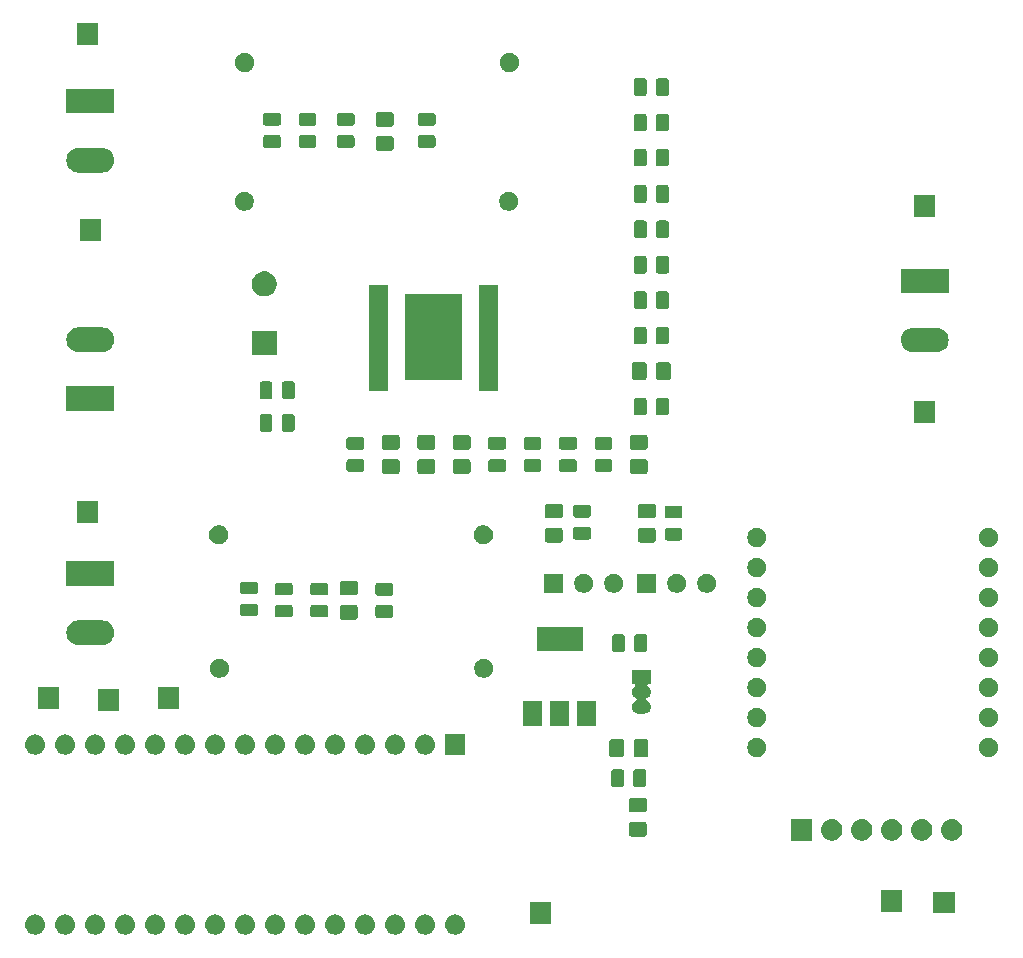
<source format=gbr>
G04 #@! TF.GenerationSoftware,KiCad,Pcbnew,(5.1.4)-1*
G04 #@! TF.CreationDate,2020-12-07T13:54:22+02:00*
G04 #@! TF.ProjectId,TDA7491 OP AMP,54444137-3439-4312-904f-5020414d502e,rev?*
G04 #@! TF.SameCoordinates,Original*
G04 #@! TF.FileFunction,Soldermask,Top*
G04 #@! TF.FilePolarity,Negative*
%FSLAX46Y46*%
G04 Gerber Fmt 4.6, Leading zero omitted, Abs format (unit mm)*
G04 Created by KiCad (PCBNEW (5.1.4)-1) date 2020-12-07 13:54:22*
%MOMM*%
%LPD*%
G04 APERTURE LIST*
%ADD10C,0.100000*%
G04 APERTURE END LIST*
D10*
G36*
X136666823Y-144151313D02*
G01*
X136827242Y-144199976D01*
X136959906Y-144270886D01*
X136975078Y-144278996D01*
X137104659Y-144385341D01*
X137211004Y-144514922D01*
X137211005Y-144514924D01*
X137290024Y-144662758D01*
X137338687Y-144823177D01*
X137355117Y-144990000D01*
X137338687Y-145156823D01*
X137290024Y-145317242D01*
X137219114Y-145449906D01*
X137211004Y-145465078D01*
X137104659Y-145594659D01*
X136975078Y-145701004D01*
X136975076Y-145701005D01*
X136827242Y-145780024D01*
X136666823Y-145828687D01*
X136541804Y-145841000D01*
X136458196Y-145841000D01*
X136333177Y-145828687D01*
X136172758Y-145780024D01*
X136024924Y-145701005D01*
X136024922Y-145701004D01*
X135895341Y-145594659D01*
X135788996Y-145465078D01*
X135780886Y-145449906D01*
X135709976Y-145317242D01*
X135661313Y-145156823D01*
X135644883Y-144990000D01*
X135661313Y-144823177D01*
X135709976Y-144662758D01*
X135788995Y-144514924D01*
X135788996Y-144514922D01*
X135895341Y-144385341D01*
X136024922Y-144278996D01*
X136040094Y-144270886D01*
X136172758Y-144199976D01*
X136333177Y-144151313D01*
X136458196Y-144139000D01*
X136541804Y-144139000D01*
X136666823Y-144151313D01*
X136666823Y-144151313D01*
G37*
G36*
X121426823Y-144151313D02*
G01*
X121587242Y-144199976D01*
X121719906Y-144270886D01*
X121735078Y-144278996D01*
X121864659Y-144385341D01*
X121971004Y-144514922D01*
X121971005Y-144514924D01*
X122050024Y-144662758D01*
X122098687Y-144823177D01*
X122115117Y-144990000D01*
X122098687Y-145156823D01*
X122050024Y-145317242D01*
X121979114Y-145449906D01*
X121971004Y-145465078D01*
X121864659Y-145594659D01*
X121735078Y-145701004D01*
X121735076Y-145701005D01*
X121587242Y-145780024D01*
X121426823Y-145828687D01*
X121301804Y-145841000D01*
X121218196Y-145841000D01*
X121093177Y-145828687D01*
X120932758Y-145780024D01*
X120784924Y-145701005D01*
X120784922Y-145701004D01*
X120655341Y-145594659D01*
X120548996Y-145465078D01*
X120540886Y-145449906D01*
X120469976Y-145317242D01*
X120421313Y-145156823D01*
X120404883Y-144990000D01*
X120421313Y-144823177D01*
X120469976Y-144662758D01*
X120548995Y-144514924D01*
X120548996Y-144514922D01*
X120655341Y-144385341D01*
X120784922Y-144278996D01*
X120800094Y-144270886D01*
X120932758Y-144199976D01*
X121093177Y-144151313D01*
X121218196Y-144139000D01*
X121301804Y-144139000D01*
X121426823Y-144151313D01*
X121426823Y-144151313D01*
G37*
G36*
X103646823Y-144151313D02*
G01*
X103807242Y-144199976D01*
X103939906Y-144270886D01*
X103955078Y-144278996D01*
X104084659Y-144385341D01*
X104191004Y-144514922D01*
X104191005Y-144514924D01*
X104270024Y-144662758D01*
X104318687Y-144823177D01*
X104335117Y-144990000D01*
X104318687Y-145156823D01*
X104270024Y-145317242D01*
X104199114Y-145449906D01*
X104191004Y-145465078D01*
X104084659Y-145594659D01*
X103955078Y-145701004D01*
X103955076Y-145701005D01*
X103807242Y-145780024D01*
X103646823Y-145828687D01*
X103521804Y-145841000D01*
X103438196Y-145841000D01*
X103313177Y-145828687D01*
X103152758Y-145780024D01*
X103004924Y-145701005D01*
X103004922Y-145701004D01*
X102875341Y-145594659D01*
X102768996Y-145465078D01*
X102760886Y-145449906D01*
X102689976Y-145317242D01*
X102641313Y-145156823D01*
X102624883Y-144990000D01*
X102641313Y-144823177D01*
X102689976Y-144662758D01*
X102768995Y-144514924D01*
X102768996Y-144514922D01*
X102875341Y-144385341D01*
X103004922Y-144278996D01*
X103020094Y-144270886D01*
X103152758Y-144199976D01*
X103313177Y-144151313D01*
X103438196Y-144139000D01*
X103521804Y-144139000D01*
X103646823Y-144151313D01*
X103646823Y-144151313D01*
G37*
G36*
X106186823Y-144151313D02*
G01*
X106347242Y-144199976D01*
X106479906Y-144270886D01*
X106495078Y-144278996D01*
X106624659Y-144385341D01*
X106731004Y-144514922D01*
X106731005Y-144514924D01*
X106810024Y-144662758D01*
X106858687Y-144823177D01*
X106875117Y-144990000D01*
X106858687Y-145156823D01*
X106810024Y-145317242D01*
X106739114Y-145449906D01*
X106731004Y-145465078D01*
X106624659Y-145594659D01*
X106495078Y-145701004D01*
X106495076Y-145701005D01*
X106347242Y-145780024D01*
X106186823Y-145828687D01*
X106061804Y-145841000D01*
X105978196Y-145841000D01*
X105853177Y-145828687D01*
X105692758Y-145780024D01*
X105544924Y-145701005D01*
X105544922Y-145701004D01*
X105415341Y-145594659D01*
X105308996Y-145465078D01*
X105300886Y-145449906D01*
X105229976Y-145317242D01*
X105181313Y-145156823D01*
X105164883Y-144990000D01*
X105181313Y-144823177D01*
X105229976Y-144662758D01*
X105308995Y-144514924D01*
X105308996Y-144514922D01*
X105415341Y-144385341D01*
X105544922Y-144278996D01*
X105560094Y-144270886D01*
X105692758Y-144199976D01*
X105853177Y-144151313D01*
X105978196Y-144139000D01*
X106061804Y-144139000D01*
X106186823Y-144151313D01*
X106186823Y-144151313D01*
G37*
G36*
X108726823Y-144151313D02*
G01*
X108887242Y-144199976D01*
X109019906Y-144270886D01*
X109035078Y-144278996D01*
X109164659Y-144385341D01*
X109271004Y-144514922D01*
X109271005Y-144514924D01*
X109350024Y-144662758D01*
X109398687Y-144823177D01*
X109415117Y-144990000D01*
X109398687Y-145156823D01*
X109350024Y-145317242D01*
X109279114Y-145449906D01*
X109271004Y-145465078D01*
X109164659Y-145594659D01*
X109035078Y-145701004D01*
X109035076Y-145701005D01*
X108887242Y-145780024D01*
X108726823Y-145828687D01*
X108601804Y-145841000D01*
X108518196Y-145841000D01*
X108393177Y-145828687D01*
X108232758Y-145780024D01*
X108084924Y-145701005D01*
X108084922Y-145701004D01*
X107955341Y-145594659D01*
X107848996Y-145465078D01*
X107840886Y-145449906D01*
X107769976Y-145317242D01*
X107721313Y-145156823D01*
X107704883Y-144990000D01*
X107721313Y-144823177D01*
X107769976Y-144662758D01*
X107848995Y-144514924D01*
X107848996Y-144514922D01*
X107955341Y-144385341D01*
X108084922Y-144278996D01*
X108100094Y-144270886D01*
X108232758Y-144199976D01*
X108393177Y-144151313D01*
X108518196Y-144139000D01*
X108601804Y-144139000D01*
X108726823Y-144151313D01*
X108726823Y-144151313D01*
G37*
G36*
X111266823Y-144151313D02*
G01*
X111427242Y-144199976D01*
X111559906Y-144270886D01*
X111575078Y-144278996D01*
X111704659Y-144385341D01*
X111811004Y-144514922D01*
X111811005Y-144514924D01*
X111890024Y-144662758D01*
X111938687Y-144823177D01*
X111955117Y-144990000D01*
X111938687Y-145156823D01*
X111890024Y-145317242D01*
X111819114Y-145449906D01*
X111811004Y-145465078D01*
X111704659Y-145594659D01*
X111575078Y-145701004D01*
X111575076Y-145701005D01*
X111427242Y-145780024D01*
X111266823Y-145828687D01*
X111141804Y-145841000D01*
X111058196Y-145841000D01*
X110933177Y-145828687D01*
X110772758Y-145780024D01*
X110624924Y-145701005D01*
X110624922Y-145701004D01*
X110495341Y-145594659D01*
X110388996Y-145465078D01*
X110380886Y-145449906D01*
X110309976Y-145317242D01*
X110261313Y-145156823D01*
X110244883Y-144990000D01*
X110261313Y-144823177D01*
X110309976Y-144662758D01*
X110388995Y-144514924D01*
X110388996Y-144514922D01*
X110495341Y-144385341D01*
X110624922Y-144278996D01*
X110640094Y-144270886D01*
X110772758Y-144199976D01*
X110933177Y-144151313D01*
X111058196Y-144139000D01*
X111141804Y-144139000D01*
X111266823Y-144151313D01*
X111266823Y-144151313D01*
G37*
G36*
X113806823Y-144151313D02*
G01*
X113967242Y-144199976D01*
X114099906Y-144270886D01*
X114115078Y-144278996D01*
X114244659Y-144385341D01*
X114351004Y-144514922D01*
X114351005Y-144514924D01*
X114430024Y-144662758D01*
X114478687Y-144823177D01*
X114495117Y-144990000D01*
X114478687Y-145156823D01*
X114430024Y-145317242D01*
X114359114Y-145449906D01*
X114351004Y-145465078D01*
X114244659Y-145594659D01*
X114115078Y-145701004D01*
X114115076Y-145701005D01*
X113967242Y-145780024D01*
X113806823Y-145828687D01*
X113681804Y-145841000D01*
X113598196Y-145841000D01*
X113473177Y-145828687D01*
X113312758Y-145780024D01*
X113164924Y-145701005D01*
X113164922Y-145701004D01*
X113035341Y-145594659D01*
X112928996Y-145465078D01*
X112920886Y-145449906D01*
X112849976Y-145317242D01*
X112801313Y-145156823D01*
X112784883Y-144990000D01*
X112801313Y-144823177D01*
X112849976Y-144662758D01*
X112928995Y-144514924D01*
X112928996Y-144514922D01*
X113035341Y-144385341D01*
X113164922Y-144278996D01*
X113180094Y-144270886D01*
X113312758Y-144199976D01*
X113473177Y-144151313D01*
X113598196Y-144139000D01*
X113681804Y-144139000D01*
X113806823Y-144151313D01*
X113806823Y-144151313D01*
G37*
G36*
X116346823Y-144151313D02*
G01*
X116507242Y-144199976D01*
X116639906Y-144270886D01*
X116655078Y-144278996D01*
X116784659Y-144385341D01*
X116891004Y-144514922D01*
X116891005Y-144514924D01*
X116970024Y-144662758D01*
X117018687Y-144823177D01*
X117035117Y-144990000D01*
X117018687Y-145156823D01*
X116970024Y-145317242D01*
X116899114Y-145449906D01*
X116891004Y-145465078D01*
X116784659Y-145594659D01*
X116655078Y-145701004D01*
X116655076Y-145701005D01*
X116507242Y-145780024D01*
X116346823Y-145828687D01*
X116221804Y-145841000D01*
X116138196Y-145841000D01*
X116013177Y-145828687D01*
X115852758Y-145780024D01*
X115704924Y-145701005D01*
X115704922Y-145701004D01*
X115575341Y-145594659D01*
X115468996Y-145465078D01*
X115460886Y-145449906D01*
X115389976Y-145317242D01*
X115341313Y-145156823D01*
X115324883Y-144990000D01*
X115341313Y-144823177D01*
X115389976Y-144662758D01*
X115468995Y-144514924D01*
X115468996Y-144514922D01*
X115575341Y-144385341D01*
X115704922Y-144278996D01*
X115720094Y-144270886D01*
X115852758Y-144199976D01*
X116013177Y-144151313D01*
X116138196Y-144139000D01*
X116221804Y-144139000D01*
X116346823Y-144151313D01*
X116346823Y-144151313D01*
G37*
G36*
X123966823Y-144151313D02*
G01*
X124127242Y-144199976D01*
X124259906Y-144270886D01*
X124275078Y-144278996D01*
X124404659Y-144385341D01*
X124511004Y-144514922D01*
X124511005Y-144514924D01*
X124590024Y-144662758D01*
X124638687Y-144823177D01*
X124655117Y-144990000D01*
X124638687Y-145156823D01*
X124590024Y-145317242D01*
X124519114Y-145449906D01*
X124511004Y-145465078D01*
X124404659Y-145594659D01*
X124275078Y-145701004D01*
X124275076Y-145701005D01*
X124127242Y-145780024D01*
X123966823Y-145828687D01*
X123841804Y-145841000D01*
X123758196Y-145841000D01*
X123633177Y-145828687D01*
X123472758Y-145780024D01*
X123324924Y-145701005D01*
X123324922Y-145701004D01*
X123195341Y-145594659D01*
X123088996Y-145465078D01*
X123080886Y-145449906D01*
X123009976Y-145317242D01*
X122961313Y-145156823D01*
X122944883Y-144990000D01*
X122961313Y-144823177D01*
X123009976Y-144662758D01*
X123088995Y-144514924D01*
X123088996Y-144514922D01*
X123195341Y-144385341D01*
X123324922Y-144278996D01*
X123340094Y-144270886D01*
X123472758Y-144199976D01*
X123633177Y-144151313D01*
X123758196Y-144139000D01*
X123841804Y-144139000D01*
X123966823Y-144151313D01*
X123966823Y-144151313D01*
G37*
G36*
X118886823Y-144151313D02*
G01*
X119047242Y-144199976D01*
X119179906Y-144270886D01*
X119195078Y-144278996D01*
X119324659Y-144385341D01*
X119431004Y-144514922D01*
X119431005Y-144514924D01*
X119510024Y-144662758D01*
X119558687Y-144823177D01*
X119575117Y-144990000D01*
X119558687Y-145156823D01*
X119510024Y-145317242D01*
X119439114Y-145449906D01*
X119431004Y-145465078D01*
X119324659Y-145594659D01*
X119195078Y-145701004D01*
X119195076Y-145701005D01*
X119047242Y-145780024D01*
X118886823Y-145828687D01*
X118761804Y-145841000D01*
X118678196Y-145841000D01*
X118553177Y-145828687D01*
X118392758Y-145780024D01*
X118244924Y-145701005D01*
X118244922Y-145701004D01*
X118115341Y-145594659D01*
X118008996Y-145465078D01*
X118000886Y-145449906D01*
X117929976Y-145317242D01*
X117881313Y-145156823D01*
X117864883Y-144990000D01*
X117881313Y-144823177D01*
X117929976Y-144662758D01*
X118008995Y-144514924D01*
X118008996Y-144514922D01*
X118115341Y-144385341D01*
X118244922Y-144278996D01*
X118260094Y-144270886D01*
X118392758Y-144199976D01*
X118553177Y-144151313D01*
X118678196Y-144139000D01*
X118761804Y-144139000D01*
X118886823Y-144151313D01*
X118886823Y-144151313D01*
G37*
G36*
X101106823Y-144151313D02*
G01*
X101267242Y-144199976D01*
X101399906Y-144270886D01*
X101415078Y-144278996D01*
X101544659Y-144385341D01*
X101651004Y-144514922D01*
X101651005Y-144514924D01*
X101730024Y-144662758D01*
X101778687Y-144823177D01*
X101795117Y-144990000D01*
X101778687Y-145156823D01*
X101730024Y-145317242D01*
X101659114Y-145449906D01*
X101651004Y-145465078D01*
X101544659Y-145594659D01*
X101415078Y-145701004D01*
X101415076Y-145701005D01*
X101267242Y-145780024D01*
X101106823Y-145828687D01*
X100981804Y-145841000D01*
X100898196Y-145841000D01*
X100773177Y-145828687D01*
X100612758Y-145780024D01*
X100464924Y-145701005D01*
X100464922Y-145701004D01*
X100335341Y-145594659D01*
X100228996Y-145465078D01*
X100220886Y-145449906D01*
X100149976Y-145317242D01*
X100101313Y-145156823D01*
X100084883Y-144990000D01*
X100101313Y-144823177D01*
X100149976Y-144662758D01*
X100228995Y-144514924D01*
X100228996Y-144514922D01*
X100335341Y-144385341D01*
X100464922Y-144278996D01*
X100480094Y-144270886D01*
X100612758Y-144199976D01*
X100773177Y-144151313D01*
X100898196Y-144139000D01*
X100981804Y-144139000D01*
X101106823Y-144151313D01*
X101106823Y-144151313D01*
G37*
G36*
X134126823Y-144151313D02*
G01*
X134287242Y-144199976D01*
X134419906Y-144270886D01*
X134435078Y-144278996D01*
X134564659Y-144385341D01*
X134671004Y-144514922D01*
X134671005Y-144514924D01*
X134750024Y-144662758D01*
X134798687Y-144823177D01*
X134815117Y-144990000D01*
X134798687Y-145156823D01*
X134750024Y-145317242D01*
X134679114Y-145449906D01*
X134671004Y-145465078D01*
X134564659Y-145594659D01*
X134435078Y-145701004D01*
X134435076Y-145701005D01*
X134287242Y-145780024D01*
X134126823Y-145828687D01*
X134001804Y-145841000D01*
X133918196Y-145841000D01*
X133793177Y-145828687D01*
X133632758Y-145780024D01*
X133484924Y-145701005D01*
X133484922Y-145701004D01*
X133355341Y-145594659D01*
X133248996Y-145465078D01*
X133240886Y-145449906D01*
X133169976Y-145317242D01*
X133121313Y-145156823D01*
X133104883Y-144990000D01*
X133121313Y-144823177D01*
X133169976Y-144662758D01*
X133248995Y-144514924D01*
X133248996Y-144514922D01*
X133355341Y-144385341D01*
X133484922Y-144278996D01*
X133500094Y-144270886D01*
X133632758Y-144199976D01*
X133793177Y-144151313D01*
X133918196Y-144139000D01*
X134001804Y-144139000D01*
X134126823Y-144151313D01*
X134126823Y-144151313D01*
G37*
G36*
X129046823Y-144151313D02*
G01*
X129207242Y-144199976D01*
X129339906Y-144270886D01*
X129355078Y-144278996D01*
X129484659Y-144385341D01*
X129591004Y-144514922D01*
X129591005Y-144514924D01*
X129670024Y-144662758D01*
X129718687Y-144823177D01*
X129735117Y-144990000D01*
X129718687Y-145156823D01*
X129670024Y-145317242D01*
X129599114Y-145449906D01*
X129591004Y-145465078D01*
X129484659Y-145594659D01*
X129355078Y-145701004D01*
X129355076Y-145701005D01*
X129207242Y-145780024D01*
X129046823Y-145828687D01*
X128921804Y-145841000D01*
X128838196Y-145841000D01*
X128713177Y-145828687D01*
X128552758Y-145780024D01*
X128404924Y-145701005D01*
X128404922Y-145701004D01*
X128275341Y-145594659D01*
X128168996Y-145465078D01*
X128160886Y-145449906D01*
X128089976Y-145317242D01*
X128041313Y-145156823D01*
X128024883Y-144990000D01*
X128041313Y-144823177D01*
X128089976Y-144662758D01*
X128168995Y-144514924D01*
X128168996Y-144514922D01*
X128275341Y-144385341D01*
X128404922Y-144278996D01*
X128420094Y-144270886D01*
X128552758Y-144199976D01*
X128713177Y-144151313D01*
X128838196Y-144139000D01*
X128921804Y-144139000D01*
X129046823Y-144151313D01*
X129046823Y-144151313D01*
G37*
G36*
X131586823Y-144151313D02*
G01*
X131747242Y-144199976D01*
X131879906Y-144270886D01*
X131895078Y-144278996D01*
X132024659Y-144385341D01*
X132131004Y-144514922D01*
X132131005Y-144514924D01*
X132210024Y-144662758D01*
X132258687Y-144823177D01*
X132275117Y-144990000D01*
X132258687Y-145156823D01*
X132210024Y-145317242D01*
X132139114Y-145449906D01*
X132131004Y-145465078D01*
X132024659Y-145594659D01*
X131895078Y-145701004D01*
X131895076Y-145701005D01*
X131747242Y-145780024D01*
X131586823Y-145828687D01*
X131461804Y-145841000D01*
X131378196Y-145841000D01*
X131253177Y-145828687D01*
X131092758Y-145780024D01*
X130944924Y-145701005D01*
X130944922Y-145701004D01*
X130815341Y-145594659D01*
X130708996Y-145465078D01*
X130700886Y-145449906D01*
X130629976Y-145317242D01*
X130581313Y-145156823D01*
X130564883Y-144990000D01*
X130581313Y-144823177D01*
X130629976Y-144662758D01*
X130708995Y-144514924D01*
X130708996Y-144514922D01*
X130815341Y-144385341D01*
X130944922Y-144278996D01*
X130960094Y-144270886D01*
X131092758Y-144199976D01*
X131253177Y-144151313D01*
X131378196Y-144139000D01*
X131461804Y-144139000D01*
X131586823Y-144151313D01*
X131586823Y-144151313D01*
G37*
G36*
X126506823Y-144151313D02*
G01*
X126667242Y-144199976D01*
X126799906Y-144270886D01*
X126815078Y-144278996D01*
X126944659Y-144385341D01*
X127051004Y-144514922D01*
X127051005Y-144514924D01*
X127130024Y-144662758D01*
X127178687Y-144823177D01*
X127195117Y-144990000D01*
X127178687Y-145156823D01*
X127130024Y-145317242D01*
X127059114Y-145449906D01*
X127051004Y-145465078D01*
X126944659Y-145594659D01*
X126815078Y-145701004D01*
X126815076Y-145701005D01*
X126667242Y-145780024D01*
X126506823Y-145828687D01*
X126381804Y-145841000D01*
X126298196Y-145841000D01*
X126173177Y-145828687D01*
X126012758Y-145780024D01*
X125864924Y-145701005D01*
X125864922Y-145701004D01*
X125735341Y-145594659D01*
X125628996Y-145465078D01*
X125620886Y-145449906D01*
X125549976Y-145317242D01*
X125501313Y-145156823D01*
X125484883Y-144990000D01*
X125501313Y-144823177D01*
X125549976Y-144662758D01*
X125628995Y-144514924D01*
X125628996Y-144514922D01*
X125735341Y-144385341D01*
X125864922Y-144278996D01*
X125880094Y-144270886D01*
X126012758Y-144199976D01*
X126173177Y-144151313D01*
X126298196Y-144139000D01*
X126381804Y-144139000D01*
X126506823Y-144151313D01*
X126506823Y-144151313D01*
G37*
G36*
X144665000Y-144919000D02*
G01*
X142863000Y-144919000D01*
X142863000Y-143117000D01*
X144665000Y-143117000D01*
X144665000Y-144919000D01*
X144665000Y-144919000D01*
G37*
G36*
X178801000Y-144051000D02*
G01*
X176999000Y-144051000D01*
X176999000Y-142249000D01*
X178801000Y-142249000D01*
X178801000Y-144051000D01*
X178801000Y-144051000D01*
G37*
G36*
X174383000Y-143903000D02*
G01*
X172581000Y-143903000D01*
X172581000Y-142101000D01*
X174383000Y-142101000D01*
X174383000Y-143903000D01*
X174383000Y-143903000D01*
G37*
G36*
X168498443Y-136085519D02*
G01*
X168564627Y-136092037D01*
X168734466Y-136143557D01*
X168890991Y-136227222D01*
X168926729Y-136256552D01*
X169028186Y-136339814D01*
X169084933Y-136408962D01*
X169140778Y-136477009D01*
X169224443Y-136633534D01*
X169275963Y-136803373D01*
X169293359Y-136980000D01*
X169275963Y-137156627D01*
X169224443Y-137326466D01*
X169140778Y-137482991D01*
X169122277Y-137505534D01*
X169028186Y-137620186D01*
X168926729Y-137703448D01*
X168890991Y-137732778D01*
X168734466Y-137816443D01*
X168564627Y-137867963D01*
X168498443Y-137874481D01*
X168432260Y-137881000D01*
X168343740Y-137881000D01*
X168277557Y-137874481D01*
X168211373Y-137867963D01*
X168041534Y-137816443D01*
X167885009Y-137732778D01*
X167849271Y-137703448D01*
X167747814Y-137620186D01*
X167653723Y-137505534D01*
X167635222Y-137482991D01*
X167551557Y-137326466D01*
X167500037Y-137156627D01*
X167482641Y-136980000D01*
X167500037Y-136803373D01*
X167551557Y-136633534D01*
X167635222Y-136477009D01*
X167691067Y-136408962D01*
X167747814Y-136339814D01*
X167849271Y-136256552D01*
X167885009Y-136227222D01*
X168041534Y-136143557D01*
X168211373Y-136092037D01*
X168277557Y-136085519D01*
X168343740Y-136079000D01*
X168432260Y-136079000D01*
X168498443Y-136085519D01*
X168498443Y-136085519D01*
G37*
G36*
X166749000Y-137881000D02*
G01*
X164947000Y-137881000D01*
X164947000Y-136079000D01*
X166749000Y-136079000D01*
X166749000Y-137881000D01*
X166749000Y-137881000D01*
G37*
G36*
X171038443Y-136085519D02*
G01*
X171104627Y-136092037D01*
X171274466Y-136143557D01*
X171430991Y-136227222D01*
X171466729Y-136256552D01*
X171568186Y-136339814D01*
X171624933Y-136408962D01*
X171680778Y-136477009D01*
X171764443Y-136633534D01*
X171815963Y-136803373D01*
X171833359Y-136980000D01*
X171815963Y-137156627D01*
X171764443Y-137326466D01*
X171680778Y-137482991D01*
X171662277Y-137505534D01*
X171568186Y-137620186D01*
X171466729Y-137703448D01*
X171430991Y-137732778D01*
X171274466Y-137816443D01*
X171104627Y-137867963D01*
X171038443Y-137874481D01*
X170972260Y-137881000D01*
X170883740Y-137881000D01*
X170817557Y-137874481D01*
X170751373Y-137867963D01*
X170581534Y-137816443D01*
X170425009Y-137732778D01*
X170389271Y-137703448D01*
X170287814Y-137620186D01*
X170193723Y-137505534D01*
X170175222Y-137482991D01*
X170091557Y-137326466D01*
X170040037Y-137156627D01*
X170022641Y-136980000D01*
X170040037Y-136803373D01*
X170091557Y-136633534D01*
X170175222Y-136477009D01*
X170231067Y-136408962D01*
X170287814Y-136339814D01*
X170389271Y-136256552D01*
X170425009Y-136227222D01*
X170581534Y-136143557D01*
X170751373Y-136092037D01*
X170817557Y-136085519D01*
X170883740Y-136079000D01*
X170972260Y-136079000D01*
X171038443Y-136085519D01*
X171038443Y-136085519D01*
G37*
G36*
X173578443Y-136085519D02*
G01*
X173644627Y-136092037D01*
X173814466Y-136143557D01*
X173970991Y-136227222D01*
X174006729Y-136256552D01*
X174108186Y-136339814D01*
X174164933Y-136408962D01*
X174220778Y-136477009D01*
X174304443Y-136633534D01*
X174355963Y-136803373D01*
X174373359Y-136980000D01*
X174355963Y-137156627D01*
X174304443Y-137326466D01*
X174220778Y-137482991D01*
X174202277Y-137505534D01*
X174108186Y-137620186D01*
X174006729Y-137703448D01*
X173970991Y-137732778D01*
X173814466Y-137816443D01*
X173644627Y-137867963D01*
X173578443Y-137874481D01*
X173512260Y-137881000D01*
X173423740Y-137881000D01*
X173357557Y-137874481D01*
X173291373Y-137867963D01*
X173121534Y-137816443D01*
X172965009Y-137732778D01*
X172929271Y-137703448D01*
X172827814Y-137620186D01*
X172733723Y-137505534D01*
X172715222Y-137482991D01*
X172631557Y-137326466D01*
X172580037Y-137156627D01*
X172562641Y-136980000D01*
X172580037Y-136803373D01*
X172631557Y-136633534D01*
X172715222Y-136477009D01*
X172771067Y-136408962D01*
X172827814Y-136339814D01*
X172929271Y-136256552D01*
X172965009Y-136227222D01*
X173121534Y-136143557D01*
X173291373Y-136092037D01*
X173357557Y-136085519D01*
X173423740Y-136079000D01*
X173512260Y-136079000D01*
X173578443Y-136085519D01*
X173578443Y-136085519D01*
G37*
G36*
X176118443Y-136085519D02*
G01*
X176184627Y-136092037D01*
X176354466Y-136143557D01*
X176510991Y-136227222D01*
X176546729Y-136256552D01*
X176648186Y-136339814D01*
X176704933Y-136408962D01*
X176760778Y-136477009D01*
X176844443Y-136633534D01*
X176895963Y-136803373D01*
X176913359Y-136980000D01*
X176895963Y-137156627D01*
X176844443Y-137326466D01*
X176760778Y-137482991D01*
X176742277Y-137505534D01*
X176648186Y-137620186D01*
X176546729Y-137703448D01*
X176510991Y-137732778D01*
X176354466Y-137816443D01*
X176184627Y-137867963D01*
X176118443Y-137874481D01*
X176052260Y-137881000D01*
X175963740Y-137881000D01*
X175897557Y-137874481D01*
X175831373Y-137867963D01*
X175661534Y-137816443D01*
X175505009Y-137732778D01*
X175469271Y-137703448D01*
X175367814Y-137620186D01*
X175273723Y-137505534D01*
X175255222Y-137482991D01*
X175171557Y-137326466D01*
X175120037Y-137156627D01*
X175102641Y-136980000D01*
X175120037Y-136803373D01*
X175171557Y-136633534D01*
X175255222Y-136477009D01*
X175311067Y-136408962D01*
X175367814Y-136339814D01*
X175469271Y-136256552D01*
X175505009Y-136227222D01*
X175661534Y-136143557D01*
X175831373Y-136092037D01*
X175897557Y-136085519D01*
X175963740Y-136079000D01*
X176052260Y-136079000D01*
X176118443Y-136085519D01*
X176118443Y-136085519D01*
G37*
G36*
X178658443Y-136085519D02*
G01*
X178724627Y-136092037D01*
X178894466Y-136143557D01*
X179050991Y-136227222D01*
X179086729Y-136256552D01*
X179188186Y-136339814D01*
X179244933Y-136408962D01*
X179300778Y-136477009D01*
X179384443Y-136633534D01*
X179435963Y-136803373D01*
X179453359Y-136980000D01*
X179435963Y-137156627D01*
X179384443Y-137326466D01*
X179300778Y-137482991D01*
X179282277Y-137505534D01*
X179188186Y-137620186D01*
X179086729Y-137703448D01*
X179050991Y-137732778D01*
X178894466Y-137816443D01*
X178724627Y-137867963D01*
X178658443Y-137874481D01*
X178592260Y-137881000D01*
X178503740Y-137881000D01*
X178437557Y-137874481D01*
X178371373Y-137867963D01*
X178201534Y-137816443D01*
X178045009Y-137732778D01*
X178009271Y-137703448D01*
X177907814Y-137620186D01*
X177813723Y-137505534D01*
X177795222Y-137482991D01*
X177711557Y-137326466D01*
X177660037Y-137156627D01*
X177642641Y-136980000D01*
X177660037Y-136803373D01*
X177711557Y-136633534D01*
X177795222Y-136477009D01*
X177851067Y-136408962D01*
X177907814Y-136339814D01*
X178009271Y-136256552D01*
X178045009Y-136227222D01*
X178201534Y-136143557D01*
X178371373Y-136092037D01*
X178437557Y-136085519D01*
X178503740Y-136079000D01*
X178592260Y-136079000D01*
X178658443Y-136085519D01*
X178658443Y-136085519D01*
G37*
G36*
X152552674Y-136292465D02*
G01*
X152590367Y-136303899D01*
X152625103Y-136322466D01*
X152655548Y-136347452D01*
X152680534Y-136377897D01*
X152699101Y-136412633D01*
X152710535Y-136450326D01*
X152715000Y-136495661D01*
X152715000Y-137332339D01*
X152710535Y-137377674D01*
X152699101Y-137415367D01*
X152680534Y-137450103D01*
X152655548Y-137480548D01*
X152625103Y-137505534D01*
X152590367Y-137524101D01*
X152552674Y-137535535D01*
X152507339Y-137540000D01*
X151420661Y-137540000D01*
X151375326Y-137535535D01*
X151337633Y-137524101D01*
X151302897Y-137505534D01*
X151272452Y-137480548D01*
X151247466Y-137450103D01*
X151228899Y-137415367D01*
X151217465Y-137377674D01*
X151213000Y-137332339D01*
X151213000Y-136495661D01*
X151217465Y-136450326D01*
X151228899Y-136412633D01*
X151247466Y-136377897D01*
X151272452Y-136347452D01*
X151302897Y-136322466D01*
X151337633Y-136303899D01*
X151375326Y-136292465D01*
X151420661Y-136288000D01*
X152507339Y-136288000D01*
X152552674Y-136292465D01*
X152552674Y-136292465D01*
G37*
G36*
X152552674Y-134242465D02*
G01*
X152590367Y-134253899D01*
X152625103Y-134272466D01*
X152655548Y-134297452D01*
X152680534Y-134327897D01*
X152699101Y-134362633D01*
X152710535Y-134400326D01*
X152715000Y-134445661D01*
X152715000Y-135282339D01*
X152710535Y-135327674D01*
X152699101Y-135365367D01*
X152680534Y-135400103D01*
X152655548Y-135430548D01*
X152625103Y-135455534D01*
X152590367Y-135474101D01*
X152552674Y-135485535D01*
X152507339Y-135490000D01*
X151420661Y-135490000D01*
X151375326Y-135485535D01*
X151337633Y-135474101D01*
X151302897Y-135455534D01*
X151272452Y-135430548D01*
X151247466Y-135400103D01*
X151228899Y-135365367D01*
X151217465Y-135327674D01*
X151213000Y-135282339D01*
X151213000Y-134445661D01*
X151217465Y-134400326D01*
X151228899Y-134362633D01*
X151247466Y-134327897D01*
X151272452Y-134297452D01*
X151302897Y-134272466D01*
X151337633Y-134253899D01*
X151375326Y-134242465D01*
X151420661Y-134238000D01*
X152507339Y-134238000D01*
X152552674Y-134242465D01*
X152552674Y-134242465D01*
G37*
G36*
X150636468Y-131849565D02*
G01*
X150675138Y-131861296D01*
X150710777Y-131880346D01*
X150742017Y-131905983D01*
X150767654Y-131937223D01*
X150786704Y-131972862D01*
X150798435Y-132011532D01*
X150803000Y-132057888D01*
X150803000Y-133134112D01*
X150798435Y-133180468D01*
X150786704Y-133219138D01*
X150767654Y-133254777D01*
X150742017Y-133286017D01*
X150710777Y-133311654D01*
X150675138Y-133330704D01*
X150636468Y-133342435D01*
X150590112Y-133347000D01*
X149938888Y-133347000D01*
X149892532Y-133342435D01*
X149853862Y-133330704D01*
X149818223Y-133311654D01*
X149786983Y-133286017D01*
X149761346Y-133254777D01*
X149742296Y-133219138D01*
X149730565Y-133180468D01*
X149726000Y-133134112D01*
X149726000Y-132057888D01*
X149730565Y-132011532D01*
X149742296Y-131972862D01*
X149761346Y-131937223D01*
X149786983Y-131905983D01*
X149818223Y-131880346D01*
X149853862Y-131861296D01*
X149892532Y-131849565D01*
X149938888Y-131845000D01*
X150590112Y-131845000D01*
X150636468Y-131849565D01*
X150636468Y-131849565D01*
G37*
G36*
X152511468Y-131849565D02*
G01*
X152550138Y-131861296D01*
X152585777Y-131880346D01*
X152617017Y-131905983D01*
X152642654Y-131937223D01*
X152661704Y-131972862D01*
X152673435Y-132011532D01*
X152678000Y-132057888D01*
X152678000Y-133134112D01*
X152673435Y-133180468D01*
X152661704Y-133219138D01*
X152642654Y-133254777D01*
X152617017Y-133286017D01*
X152585777Y-133311654D01*
X152550138Y-133330704D01*
X152511468Y-133342435D01*
X152465112Y-133347000D01*
X151813888Y-133347000D01*
X151767532Y-133342435D01*
X151728862Y-133330704D01*
X151693223Y-133311654D01*
X151661983Y-133286017D01*
X151636346Y-133254777D01*
X151617296Y-133219138D01*
X151605565Y-133180468D01*
X151601000Y-133134112D01*
X151601000Y-132057888D01*
X151605565Y-132011532D01*
X151617296Y-131972862D01*
X151636346Y-131937223D01*
X151661983Y-131905983D01*
X151693223Y-131880346D01*
X151728862Y-131861296D01*
X151767532Y-131849565D01*
X151813888Y-131845000D01*
X152465112Y-131845000D01*
X152511468Y-131849565D01*
X152511468Y-131849565D01*
G37*
G36*
X152699674Y-129309465D02*
G01*
X152737367Y-129320899D01*
X152772103Y-129339466D01*
X152802548Y-129364452D01*
X152827534Y-129394897D01*
X152846101Y-129429633D01*
X152857535Y-129467326D01*
X152862000Y-129512661D01*
X152862000Y-130599339D01*
X152857535Y-130644674D01*
X152846101Y-130682367D01*
X152827534Y-130717103D01*
X152802548Y-130747548D01*
X152772103Y-130772534D01*
X152737367Y-130791101D01*
X152699674Y-130802535D01*
X152654339Y-130807000D01*
X151817661Y-130807000D01*
X151772326Y-130802535D01*
X151734633Y-130791101D01*
X151699897Y-130772534D01*
X151669452Y-130747548D01*
X151644466Y-130717103D01*
X151625899Y-130682367D01*
X151614465Y-130644674D01*
X151610000Y-130599339D01*
X151610000Y-129512661D01*
X151614465Y-129467326D01*
X151625899Y-129429633D01*
X151644466Y-129394897D01*
X151669452Y-129364452D01*
X151699897Y-129339466D01*
X151734633Y-129320899D01*
X151772326Y-129309465D01*
X151817661Y-129305000D01*
X152654339Y-129305000D01*
X152699674Y-129309465D01*
X152699674Y-129309465D01*
G37*
G36*
X150649674Y-129309465D02*
G01*
X150687367Y-129320899D01*
X150722103Y-129339466D01*
X150752548Y-129364452D01*
X150777534Y-129394897D01*
X150796101Y-129429633D01*
X150807535Y-129467326D01*
X150812000Y-129512661D01*
X150812000Y-130599339D01*
X150807535Y-130644674D01*
X150796101Y-130682367D01*
X150777534Y-130717103D01*
X150752548Y-130747548D01*
X150722103Y-130772534D01*
X150687367Y-130791101D01*
X150649674Y-130802535D01*
X150604339Y-130807000D01*
X149767661Y-130807000D01*
X149722326Y-130802535D01*
X149684633Y-130791101D01*
X149649897Y-130772534D01*
X149619452Y-130747548D01*
X149594466Y-130717103D01*
X149575899Y-130682367D01*
X149564465Y-130644674D01*
X149560000Y-130599339D01*
X149560000Y-129512661D01*
X149564465Y-129467326D01*
X149575899Y-129429633D01*
X149594466Y-129394897D01*
X149619452Y-129364452D01*
X149649897Y-129339466D01*
X149684633Y-129320899D01*
X149722326Y-129309465D01*
X149767661Y-129305000D01*
X150604339Y-129305000D01*
X150649674Y-129309465D01*
X150649674Y-129309465D01*
G37*
G36*
X162291142Y-129204242D02*
G01*
X162439101Y-129265529D01*
X162572255Y-129354499D01*
X162685501Y-129467745D01*
X162774471Y-129600899D01*
X162835758Y-129748858D01*
X162867000Y-129905925D01*
X162867000Y-130066075D01*
X162835758Y-130223142D01*
X162774471Y-130371101D01*
X162685501Y-130504255D01*
X162572255Y-130617501D01*
X162439101Y-130706471D01*
X162291142Y-130767758D01*
X162134075Y-130799000D01*
X161973925Y-130799000D01*
X161816858Y-130767758D01*
X161668899Y-130706471D01*
X161535745Y-130617501D01*
X161422499Y-130504255D01*
X161333529Y-130371101D01*
X161272242Y-130223142D01*
X161241000Y-130066075D01*
X161241000Y-129905925D01*
X161272242Y-129748858D01*
X161333529Y-129600899D01*
X161422499Y-129467745D01*
X161535745Y-129354499D01*
X161668899Y-129265529D01*
X161816858Y-129204242D01*
X161973925Y-129173000D01*
X162134075Y-129173000D01*
X162291142Y-129204242D01*
X162291142Y-129204242D01*
G37*
G36*
X181891142Y-129204242D02*
G01*
X182039101Y-129265529D01*
X182172255Y-129354499D01*
X182285501Y-129467745D01*
X182374471Y-129600899D01*
X182435758Y-129748858D01*
X182467000Y-129905925D01*
X182467000Y-130066075D01*
X182435758Y-130223142D01*
X182374471Y-130371101D01*
X182285501Y-130504255D01*
X182172255Y-130617501D01*
X182039101Y-130706471D01*
X181891142Y-130767758D01*
X181734075Y-130799000D01*
X181573925Y-130799000D01*
X181416858Y-130767758D01*
X181268899Y-130706471D01*
X181135745Y-130617501D01*
X181022499Y-130504255D01*
X180933529Y-130371101D01*
X180872242Y-130223142D01*
X180841000Y-130066075D01*
X180841000Y-129905925D01*
X180872242Y-129748858D01*
X180933529Y-129600899D01*
X181022499Y-129467745D01*
X181135745Y-129354499D01*
X181268899Y-129265529D01*
X181416858Y-129204242D01*
X181573925Y-129173000D01*
X181734075Y-129173000D01*
X181891142Y-129204242D01*
X181891142Y-129204242D01*
G37*
G36*
X103646823Y-128911313D02*
G01*
X103807242Y-128959976D01*
X103939906Y-129030886D01*
X103955078Y-129038996D01*
X104084659Y-129145341D01*
X104191004Y-129274922D01*
X104191005Y-129274924D01*
X104270024Y-129422758D01*
X104318687Y-129583177D01*
X104335117Y-129750000D01*
X104318687Y-129916823D01*
X104270024Y-130077242D01*
X104199114Y-130209906D01*
X104191004Y-130225078D01*
X104084659Y-130354659D01*
X103955078Y-130461004D01*
X103955076Y-130461005D01*
X103807242Y-130540024D01*
X103646823Y-130588687D01*
X103521804Y-130601000D01*
X103438196Y-130601000D01*
X103313177Y-130588687D01*
X103152758Y-130540024D01*
X103004924Y-130461005D01*
X103004922Y-130461004D01*
X102875341Y-130354659D01*
X102768996Y-130225078D01*
X102760886Y-130209906D01*
X102689976Y-130077242D01*
X102641313Y-129916823D01*
X102624883Y-129750000D01*
X102641313Y-129583177D01*
X102689976Y-129422758D01*
X102768995Y-129274924D01*
X102768996Y-129274922D01*
X102875341Y-129145341D01*
X103004922Y-129038996D01*
X103020094Y-129030886D01*
X103152758Y-128959976D01*
X103313177Y-128911313D01*
X103438196Y-128899000D01*
X103521804Y-128899000D01*
X103646823Y-128911313D01*
X103646823Y-128911313D01*
G37*
G36*
X137351000Y-130601000D02*
G01*
X135649000Y-130601000D01*
X135649000Y-128899000D01*
X137351000Y-128899000D01*
X137351000Y-130601000D01*
X137351000Y-130601000D01*
G37*
G36*
X134126823Y-128911313D02*
G01*
X134287242Y-128959976D01*
X134419906Y-129030886D01*
X134435078Y-129038996D01*
X134564659Y-129145341D01*
X134671004Y-129274922D01*
X134671005Y-129274924D01*
X134750024Y-129422758D01*
X134798687Y-129583177D01*
X134815117Y-129750000D01*
X134798687Y-129916823D01*
X134750024Y-130077242D01*
X134679114Y-130209906D01*
X134671004Y-130225078D01*
X134564659Y-130354659D01*
X134435078Y-130461004D01*
X134435076Y-130461005D01*
X134287242Y-130540024D01*
X134126823Y-130588687D01*
X134001804Y-130601000D01*
X133918196Y-130601000D01*
X133793177Y-130588687D01*
X133632758Y-130540024D01*
X133484924Y-130461005D01*
X133484922Y-130461004D01*
X133355341Y-130354659D01*
X133248996Y-130225078D01*
X133240886Y-130209906D01*
X133169976Y-130077242D01*
X133121313Y-129916823D01*
X133104883Y-129750000D01*
X133121313Y-129583177D01*
X133169976Y-129422758D01*
X133248995Y-129274924D01*
X133248996Y-129274922D01*
X133355341Y-129145341D01*
X133484922Y-129038996D01*
X133500094Y-129030886D01*
X133632758Y-128959976D01*
X133793177Y-128911313D01*
X133918196Y-128899000D01*
X134001804Y-128899000D01*
X134126823Y-128911313D01*
X134126823Y-128911313D01*
G37*
G36*
X131586823Y-128911313D02*
G01*
X131747242Y-128959976D01*
X131879906Y-129030886D01*
X131895078Y-129038996D01*
X132024659Y-129145341D01*
X132131004Y-129274922D01*
X132131005Y-129274924D01*
X132210024Y-129422758D01*
X132258687Y-129583177D01*
X132275117Y-129750000D01*
X132258687Y-129916823D01*
X132210024Y-130077242D01*
X132139114Y-130209906D01*
X132131004Y-130225078D01*
X132024659Y-130354659D01*
X131895078Y-130461004D01*
X131895076Y-130461005D01*
X131747242Y-130540024D01*
X131586823Y-130588687D01*
X131461804Y-130601000D01*
X131378196Y-130601000D01*
X131253177Y-130588687D01*
X131092758Y-130540024D01*
X130944924Y-130461005D01*
X130944922Y-130461004D01*
X130815341Y-130354659D01*
X130708996Y-130225078D01*
X130700886Y-130209906D01*
X130629976Y-130077242D01*
X130581313Y-129916823D01*
X130564883Y-129750000D01*
X130581313Y-129583177D01*
X130629976Y-129422758D01*
X130708995Y-129274924D01*
X130708996Y-129274922D01*
X130815341Y-129145341D01*
X130944922Y-129038996D01*
X130960094Y-129030886D01*
X131092758Y-128959976D01*
X131253177Y-128911313D01*
X131378196Y-128899000D01*
X131461804Y-128899000D01*
X131586823Y-128911313D01*
X131586823Y-128911313D01*
G37*
G36*
X129046823Y-128911313D02*
G01*
X129207242Y-128959976D01*
X129339906Y-129030886D01*
X129355078Y-129038996D01*
X129484659Y-129145341D01*
X129591004Y-129274922D01*
X129591005Y-129274924D01*
X129670024Y-129422758D01*
X129718687Y-129583177D01*
X129735117Y-129750000D01*
X129718687Y-129916823D01*
X129670024Y-130077242D01*
X129599114Y-130209906D01*
X129591004Y-130225078D01*
X129484659Y-130354659D01*
X129355078Y-130461004D01*
X129355076Y-130461005D01*
X129207242Y-130540024D01*
X129046823Y-130588687D01*
X128921804Y-130601000D01*
X128838196Y-130601000D01*
X128713177Y-130588687D01*
X128552758Y-130540024D01*
X128404924Y-130461005D01*
X128404922Y-130461004D01*
X128275341Y-130354659D01*
X128168996Y-130225078D01*
X128160886Y-130209906D01*
X128089976Y-130077242D01*
X128041313Y-129916823D01*
X128024883Y-129750000D01*
X128041313Y-129583177D01*
X128089976Y-129422758D01*
X128168995Y-129274924D01*
X128168996Y-129274922D01*
X128275341Y-129145341D01*
X128404922Y-129038996D01*
X128420094Y-129030886D01*
X128552758Y-128959976D01*
X128713177Y-128911313D01*
X128838196Y-128899000D01*
X128921804Y-128899000D01*
X129046823Y-128911313D01*
X129046823Y-128911313D01*
G37*
G36*
X126506823Y-128911313D02*
G01*
X126667242Y-128959976D01*
X126799906Y-129030886D01*
X126815078Y-129038996D01*
X126944659Y-129145341D01*
X127051004Y-129274922D01*
X127051005Y-129274924D01*
X127130024Y-129422758D01*
X127178687Y-129583177D01*
X127195117Y-129750000D01*
X127178687Y-129916823D01*
X127130024Y-130077242D01*
X127059114Y-130209906D01*
X127051004Y-130225078D01*
X126944659Y-130354659D01*
X126815078Y-130461004D01*
X126815076Y-130461005D01*
X126667242Y-130540024D01*
X126506823Y-130588687D01*
X126381804Y-130601000D01*
X126298196Y-130601000D01*
X126173177Y-130588687D01*
X126012758Y-130540024D01*
X125864924Y-130461005D01*
X125864922Y-130461004D01*
X125735341Y-130354659D01*
X125628996Y-130225078D01*
X125620886Y-130209906D01*
X125549976Y-130077242D01*
X125501313Y-129916823D01*
X125484883Y-129750000D01*
X125501313Y-129583177D01*
X125549976Y-129422758D01*
X125628995Y-129274924D01*
X125628996Y-129274922D01*
X125735341Y-129145341D01*
X125864922Y-129038996D01*
X125880094Y-129030886D01*
X126012758Y-128959976D01*
X126173177Y-128911313D01*
X126298196Y-128899000D01*
X126381804Y-128899000D01*
X126506823Y-128911313D01*
X126506823Y-128911313D01*
G37*
G36*
X121426823Y-128911313D02*
G01*
X121587242Y-128959976D01*
X121719906Y-129030886D01*
X121735078Y-129038996D01*
X121864659Y-129145341D01*
X121971004Y-129274922D01*
X121971005Y-129274924D01*
X122050024Y-129422758D01*
X122098687Y-129583177D01*
X122115117Y-129750000D01*
X122098687Y-129916823D01*
X122050024Y-130077242D01*
X121979114Y-130209906D01*
X121971004Y-130225078D01*
X121864659Y-130354659D01*
X121735078Y-130461004D01*
X121735076Y-130461005D01*
X121587242Y-130540024D01*
X121426823Y-130588687D01*
X121301804Y-130601000D01*
X121218196Y-130601000D01*
X121093177Y-130588687D01*
X120932758Y-130540024D01*
X120784924Y-130461005D01*
X120784922Y-130461004D01*
X120655341Y-130354659D01*
X120548996Y-130225078D01*
X120540886Y-130209906D01*
X120469976Y-130077242D01*
X120421313Y-129916823D01*
X120404883Y-129750000D01*
X120421313Y-129583177D01*
X120469976Y-129422758D01*
X120548995Y-129274924D01*
X120548996Y-129274922D01*
X120655341Y-129145341D01*
X120784922Y-129038996D01*
X120800094Y-129030886D01*
X120932758Y-128959976D01*
X121093177Y-128911313D01*
X121218196Y-128899000D01*
X121301804Y-128899000D01*
X121426823Y-128911313D01*
X121426823Y-128911313D01*
G37*
G36*
X118886823Y-128911313D02*
G01*
X119047242Y-128959976D01*
X119179906Y-129030886D01*
X119195078Y-129038996D01*
X119324659Y-129145341D01*
X119431004Y-129274922D01*
X119431005Y-129274924D01*
X119510024Y-129422758D01*
X119558687Y-129583177D01*
X119575117Y-129750000D01*
X119558687Y-129916823D01*
X119510024Y-130077242D01*
X119439114Y-130209906D01*
X119431004Y-130225078D01*
X119324659Y-130354659D01*
X119195078Y-130461004D01*
X119195076Y-130461005D01*
X119047242Y-130540024D01*
X118886823Y-130588687D01*
X118761804Y-130601000D01*
X118678196Y-130601000D01*
X118553177Y-130588687D01*
X118392758Y-130540024D01*
X118244924Y-130461005D01*
X118244922Y-130461004D01*
X118115341Y-130354659D01*
X118008996Y-130225078D01*
X118000886Y-130209906D01*
X117929976Y-130077242D01*
X117881313Y-129916823D01*
X117864883Y-129750000D01*
X117881313Y-129583177D01*
X117929976Y-129422758D01*
X118008995Y-129274924D01*
X118008996Y-129274922D01*
X118115341Y-129145341D01*
X118244922Y-129038996D01*
X118260094Y-129030886D01*
X118392758Y-128959976D01*
X118553177Y-128911313D01*
X118678196Y-128899000D01*
X118761804Y-128899000D01*
X118886823Y-128911313D01*
X118886823Y-128911313D01*
G37*
G36*
X101106823Y-128911313D02*
G01*
X101267242Y-128959976D01*
X101399906Y-129030886D01*
X101415078Y-129038996D01*
X101544659Y-129145341D01*
X101651004Y-129274922D01*
X101651005Y-129274924D01*
X101730024Y-129422758D01*
X101778687Y-129583177D01*
X101795117Y-129750000D01*
X101778687Y-129916823D01*
X101730024Y-130077242D01*
X101659114Y-130209906D01*
X101651004Y-130225078D01*
X101544659Y-130354659D01*
X101415078Y-130461004D01*
X101415076Y-130461005D01*
X101267242Y-130540024D01*
X101106823Y-130588687D01*
X100981804Y-130601000D01*
X100898196Y-130601000D01*
X100773177Y-130588687D01*
X100612758Y-130540024D01*
X100464924Y-130461005D01*
X100464922Y-130461004D01*
X100335341Y-130354659D01*
X100228996Y-130225078D01*
X100220886Y-130209906D01*
X100149976Y-130077242D01*
X100101313Y-129916823D01*
X100084883Y-129750000D01*
X100101313Y-129583177D01*
X100149976Y-129422758D01*
X100228995Y-129274924D01*
X100228996Y-129274922D01*
X100335341Y-129145341D01*
X100464922Y-129038996D01*
X100480094Y-129030886D01*
X100612758Y-128959976D01*
X100773177Y-128911313D01*
X100898196Y-128899000D01*
X100981804Y-128899000D01*
X101106823Y-128911313D01*
X101106823Y-128911313D01*
G37*
G36*
X116346823Y-128911313D02*
G01*
X116507242Y-128959976D01*
X116639906Y-129030886D01*
X116655078Y-129038996D01*
X116784659Y-129145341D01*
X116891004Y-129274922D01*
X116891005Y-129274924D01*
X116970024Y-129422758D01*
X117018687Y-129583177D01*
X117035117Y-129750000D01*
X117018687Y-129916823D01*
X116970024Y-130077242D01*
X116899114Y-130209906D01*
X116891004Y-130225078D01*
X116784659Y-130354659D01*
X116655078Y-130461004D01*
X116655076Y-130461005D01*
X116507242Y-130540024D01*
X116346823Y-130588687D01*
X116221804Y-130601000D01*
X116138196Y-130601000D01*
X116013177Y-130588687D01*
X115852758Y-130540024D01*
X115704924Y-130461005D01*
X115704922Y-130461004D01*
X115575341Y-130354659D01*
X115468996Y-130225078D01*
X115460886Y-130209906D01*
X115389976Y-130077242D01*
X115341313Y-129916823D01*
X115324883Y-129750000D01*
X115341313Y-129583177D01*
X115389976Y-129422758D01*
X115468995Y-129274924D01*
X115468996Y-129274922D01*
X115575341Y-129145341D01*
X115704922Y-129038996D01*
X115720094Y-129030886D01*
X115852758Y-128959976D01*
X116013177Y-128911313D01*
X116138196Y-128899000D01*
X116221804Y-128899000D01*
X116346823Y-128911313D01*
X116346823Y-128911313D01*
G37*
G36*
X108726823Y-128911313D02*
G01*
X108887242Y-128959976D01*
X109019906Y-129030886D01*
X109035078Y-129038996D01*
X109164659Y-129145341D01*
X109271004Y-129274922D01*
X109271005Y-129274924D01*
X109350024Y-129422758D01*
X109398687Y-129583177D01*
X109415117Y-129750000D01*
X109398687Y-129916823D01*
X109350024Y-130077242D01*
X109279114Y-130209906D01*
X109271004Y-130225078D01*
X109164659Y-130354659D01*
X109035078Y-130461004D01*
X109035076Y-130461005D01*
X108887242Y-130540024D01*
X108726823Y-130588687D01*
X108601804Y-130601000D01*
X108518196Y-130601000D01*
X108393177Y-130588687D01*
X108232758Y-130540024D01*
X108084924Y-130461005D01*
X108084922Y-130461004D01*
X107955341Y-130354659D01*
X107848996Y-130225078D01*
X107840886Y-130209906D01*
X107769976Y-130077242D01*
X107721313Y-129916823D01*
X107704883Y-129750000D01*
X107721313Y-129583177D01*
X107769976Y-129422758D01*
X107848995Y-129274924D01*
X107848996Y-129274922D01*
X107955341Y-129145341D01*
X108084922Y-129038996D01*
X108100094Y-129030886D01*
X108232758Y-128959976D01*
X108393177Y-128911313D01*
X108518196Y-128899000D01*
X108601804Y-128899000D01*
X108726823Y-128911313D01*
X108726823Y-128911313D01*
G37*
G36*
X111266823Y-128911313D02*
G01*
X111427242Y-128959976D01*
X111559906Y-129030886D01*
X111575078Y-129038996D01*
X111704659Y-129145341D01*
X111811004Y-129274922D01*
X111811005Y-129274924D01*
X111890024Y-129422758D01*
X111938687Y-129583177D01*
X111955117Y-129750000D01*
X111938687Y-129916823D01*
X111890024Y-130077242D01*
X111819114Y-130209906D01*
X111811004Y-130225078D01*
X111704659Y-130354659D01*
X111575078Y-130461004D01*
X111575076Y-130461005D01*
X111427242Y-130540024D01*
X111266823Y-130588687D01*
X111141804Y-130601000D01*
X111058196Y-130601000D01*
X110933177Y-130588687D01*
X110772758Y-130540024D01*
X110624924Y-130461005D01*
X110624922Y-130461004D01*
X110495341Y-130354659D01*
X110388996Y-130225078D01*
X110380886Y-130209906D01*
X110309976Y-130077242D01*
X110261313Y-129916823D01*
X110244883Y-129750000D01*
X110261313Y-129583177D01*
X110309976Y-129422758D01*
X110388995Y-129274924D01*
X110388996Y-129274922D01*
X110495341Y-129145341D01*
X110624922Y-129038996D01*
X110640094Y-129030886D01*
X110772758Y-128959976D01*
X110933177Y-128911313D01*
X111058196Y-128899000D01*
X111141804Y-128899000D01*
X111266823Y-128911313D01*
X111266823Y-128911313D01*
G37*
G36*
X106186823Y-128911313D02*
G01*
X106347242Y-128959976D01*
X106479906Y-129030886D01*
X106495078Y-129038996D01*
X106624659Y-129145341D01*
X106731004Y-129274922D01*
X106731005Y-129274924D01*
X106810024Y-129422758D01*
X106858687Y-129583177D01*
X106875117Y-129750000D01*
X106858687Y-129916823D01*
X106810024Y-130077242D01*
X106739114Y-130209906D01*
X106731004Y-130225078D01*
X106624659Y-130354659D01*
X106495078Y-130461004D01*
X106495076Y-130461005D01*
X106347242Y-130540024D01*
X106186823Y-130588687D01*
X106061804Y-130601000D01*
X105978196Y-130601000D01*
X105853177Y-130588687D01*
X105692758Y-130540024D01*
X105544924Y-130461005D01*
X105544922Y-130461004D01*
X105415341Y-130354659D01*
X105308996Y-130225078D01*
X105300886Y-130209906D01*
X105229976Y-130077242D01*
X105181313Y-129916823D01*
X105164883Y-129750000D01*
X105181313Y-129583177D01*
X105229976Y-129422758D01*
X105308995Y-129274924D01*
X105308996Y-129274922D01*
X105415341Y-129145341D01*
X105544922Y-129038996D01*
X105560094Y-129030886D01*
X105692758Y-128959976D01*
X105853177Y-128911313D01*
X105978196Y-128899000D01*
X106061804Y-128899000D01*
X106186823Y-128911313D01*
X106186823Y-128911313D01*
G37*
G36*
X113806823Y-128911313D02*
G01*
X113967242Y-128959976D01*
X114099906Y-129030886D01*
X114115078Y-129038996D01*
X114244659Y-129145341D01*
X114351004Y-129274922D01*
X114351005Y-129274924D01*
X114430024Y-129422758D01*
X114478687Y-129583177D01*
X114495117Y-129750000D01*
X114478687Y-129916823D01*
X114430024Y-130077242D01*
X114359114Y-130209906D01*
X114351004Y-130225078D01*
X114244659Y-130354659D01*
X114115078Y-130461004D01*
X114115076Y-130461005D01*
X113967242Y-130540024D01*
X113806823Y-130588687D01*
X113681804Y-130601000D01*
X113598196Y-130601000D01*
X113473177Y-130588687D01*
X113312758Y-130540024D01*
X113164924Y-130461005D01*
X113164922Y-130461004D01*
X113035341Y-130354659D01*
X112928996Y-130225078D01*
X112920886Y-130209906D01*
X112849976Y-130077242D01*
X112801313Y-129916823D01*
X112784883Y-129750000D01*
X112801313Y-129583177D01*
X112849976Y-129422758D01*
X112928995Y-129274924D01*
X112928996Y-129274922D01*
X113035341Y-129145341D01*
X113164922Y-129038996D01*
X113180094Y-129030886D01*
X113312758Y-128959976D01*
X113473177Y-128911313D01*
X113598196Y-128899000D01*
X113681804Y-128899000D01*
X113806823Y-128911313D01*
X113806823Y-128911313D01*
G37*
G36*
X123966823Y-128911313D02*
G01*
X124127242Y-128959976D01*
X124259906Y-129030886D01*
X124275078Y-129038996D01*
X124404659Y-129145341D01*
X124511004Y-129274922D01*
X124511005Y-129274924D01*
X124590024Y-129422758D01*
X124638687Y-129583177D01*
X124655117Y-129750000D01*
X124638687Y-129916823D01*
X124590024Y-130077242D01*
X124519114Y-130209906D01*
X124511004Y-130225078D01*
X124404659Y-130354659D01*
X124275078Y-130461004D01*
X124275076Y-130461005D01*
X124127242Y-130540024D01*
X123966823Y-130588687D01*
X123841804Y-130601000D01*
X123758196Y-130601000D01*
X123633177Y-130588687D01*
X123472758Y-130540024D01*
X123324924Y-130461005D01*
X123324922Y-130461004D01*
X123195341Y-130354659D01*
X123088996Y-130225078D01*
X123080886Y-130209906D01*
X123009976Y-130077242D01*
X122961313Y-129916823D01*
X122944883Y-129750000D01*
X122961313Y-129583177D01*
X123009976Y-129422758D01*
X123088995Y-129274924D01*
X123088996Y-129274922D01*
X123195341Y-129145341D01*
X123324922Y-129038996D01*
X123340094Y-129030886D01*
X123472758Y-128959976D01*
X123633177Y-128911313D01*
X123758196Y-128899000D01*
X123841804Y-128899000D01*
X123966823Y-128911313D01*
X123966823Y-128911313D01*
G37*
G36*
X181891142Y-126664242D02*
G01*
X182039101Y-126725529D01*
X182172255Y-126814499D01*
X182285501Y-126927745D01*
X182374471Y-127060899D01*
X182435758Y-127208858D01*
X182467000Y-127365925D01*
X182467000Y-127526075D01*
X182435758Y-127683142D01*
X182374471Y-127831101D01*
X182285501Y-127964255D01*
X182172255Y-128077501D01*
X182039101Y-128166471D01*
X181891142Y-128227758D01*
X181734075Y-128259000D01*
X181573925Y-128259000D01*
X181416858Y-128227758D01*
X181268899Y-128166471D01*
X181135745Y-128077501D01*
X181022499Y-127964255D01*
X180933529Y-127831101D01*
X180872242Y-127683142D01*
X180841000Y-127526075D01*
X180841000Y-127365925D01*
X180872242Y-127208858D01*
X180933529Y-127060899D01*
X181022499Y-126927745D01*
X181135745Y-126814499D01*
X181268899Y-126725529D01*
X181416858Y-126664242D01*
X181573925Y-126633000D01*
X181734075Y-126633000D01*
X181891142Y-126664242D01*
X181891142Y-126664242D01*
G37*
G36*
X162291142Y-126664242D02*
G01*
X162439101Y-126725529D01*
X162572255Y-126814499D01*
X162685501Y-126927745D01*
X162774471Y-127060899D01*
X162835758Y-127208858D01*
X162867000Y-127365925D01*
X162867000Y-127526075D01*
X162835758Y-127683142D01*
X162774471Y-127831101D01*
X162685501Y-127964255D01*
X162572255Y-128077501D01*
X162439101Y-128166471D01*
X162291142Y-128227758D01*
X162134075Y-128259000D01*
X161973925Y-128259000D01*
X161816858Y-128227758D01*
X161668899Y-128166471D01*
X161535745Y-128077501D01*
X161422499Y-127964255D01*
X161333529Y-127831101D01*
X161272242Y-127683142D01*
X161241000Y-127526075D01*
X161241000Y-127365925D01*
X161272242Y-127208858D01*
X161333529Y-127060899D01*
X161422499Y-126927745D01*
X161535745Y-126814499D01*
X161668899Y-126725529D01*
X161816858Y-126664242D01*
X161973925Y-126633000D01*
X162134075Y-126633000D01*
X162291142Y-126664242D01*
X162291142Y-126664242D01*
G37*
G36*
X146161000Y-128161000D02*
G01*
X144559000Y-128161000D01*
X144559000Y-126059000D01*
X146161000Y-126059000D01*
X146161000Y-128161000D01*
X146161000Y-128161000D01*
G37*
G36*
X143861000Y-128161000D02*
G01*
X142259000Y-128161000D01*
X142259000Y-126059000D01*
X143861000Y-126059000D01*
X143861000Y-128161000D01*
X143861000Y-128161000D01*
G37*
G36*
X148461000Y-128161000D02*
G01*
X146859000Y-128161000D01*
X146859000Y-126059000D01*
X148461000Y-126059000D01*
X148461000Y-128161000D01*
X148461000Y-128161000D01*
G37*
G36*
X153079000Y-124590000D02*
G01*
X152914660Y-124590000D01*
X152890274Y-124592402D01*
X152866825Y-124599515D01*
X152845214Y-124611066D01*
X152826272Y-124626611D01*
X152810727Y-124645553D01*
X152799176Y-124667164D01*
X152792063Y-124690613D01*
X152789661Y-124714999D01*
X152792063Y-124739385D01*
X152799176Y-124762834D01*
X152810727Y-124784445D01*
X152826272Y-124803387D01*
X152835345Y-124811609D01*
X152912264Y-124874736D01*
X152984244Y-124962443D01*
X152996875Y-124986075D01*
X153037728Y-125062505D01*
X153037729Y-125062508D01*
X153070666Y-125171084D01*
X153081787Y-125284000D01*
X153070666Y-125396916D01*
X153037729Y-125505492D01*
X153037728Y-125505495D01*
X153020621Y-125537499D01*
X152984244Y-125605557D01*
X152912264Y-125693264D01*
X152824557Y-125765244D01*
X152743141Y-125808761D01*
X152722766Y-125822375D01*
X152705439Y-125839702D01*
X152691826Y-125860076D01*
X152682448Y-125882715D01*
X152677668Y-125906748D01*
X152677668Y-125931252D01*
X152682448Y-125955285D01*
X152691826Y-125977924D01*
X152705440Y-125998299D01*
X152722767Y-126015626D01*
X152743141Y-126029239D01*
X152824557Y-126072756D01*
X152912264Y-126144736D01*
X152984244Y-126232443D01*
X153018429Y-126296399D01*
X153037728Y-126332505D01*
X153037729Y-126332508D01*
X153070666Y-126441084D01*
X153081787Y-126554000D01*
X153070666Y-126666916D01*
X153052885Y-126725529D01*
X153037728Y-126775495D01*
X153018429Y-126811601D01*
X152984244Y-126875557D01*
X152912264Y-126963264D01*
X152824557Y-127035244D01*
X152776559Y-127060899D01*
X152724495Y-127088728D01*
X152724492Y-127088729D01*
X152615916Y-127121666D01*
X152531298Y-127130000D01*
X152024702Y-127130000D01*
X151940084Y-127121666D01*
X151831508Y-127088729D01*
X151831505Y-127088728D01*
X151779441Y-127060899D01*
X151731443Y-127035244D01*
X151643736Y-126963264D01*
X151571756Y-126875557D01*
X151537571Y-126811601D01*
X151518272Y-126775495D01*
X151503115Y-126725529D01*
X151485334Y-126666916D01*
X151474213Y-126554000D01*
X151485334Y-126441084D01*
X151518271Y-126332508D01*
X151518272Y-126332505D01*
X151537571Y-126296399D01*
X151571756Y-126232443D01*
X151643736Y-126144736D01*
X151731443Y-126072756D01*
X151812859Y-126029239D01*
X151833234Y-126015625D01*
X151850561Y-125998298D01*
X151864174Y-125977924D01*
X151873552Y-125955285D01*
X151878332Y-125931252D01*
X151878332Y-125906748D01*
X151873552Y-125882715D01*
X151864174Y-125860076D01*
X151850560Y-125839701D01*
X151833233Y-125822374D01*
X151812859Y-125808761D01*
X151731443Y-125765244D01*
X151643736Y-125693264D01*
X151571756Y-125605557D01*
X151535379Y-125537499D01*
X151518272Y-125505495D01*
X151518271Y-125505492D01*
X151485334Y-125396916D01*
X151474213Y-125284000D01*
X151485334Y-125171084D01*
X151518271Y-125062508D01*
X151518272Y-125062505D01*
X151559125Y-124986075D01*
X151571756Y-124962443D01*
X151643736Y-124874736D01*
X151720646Y-124811617D01*
X151737965Y-124794298D01*
X151751579Y-124773923D01*
X151760957Y-124751284D01*
X151765737Y-124727251D01*
X151765737Y-124702747D01*
X151760957Y-124678714D01*
X151751579Y-124656075D01*
X151737966Y-124635701D01*
X151720639Y-124618374D01*
X151700264Y-124604760D01*
X151677625Y-124595382D01*
X151653592Y-124590602D01*
X151641340Y-124590000D01*
X151477000Y-124590000D01*
X151477000Y-123438000D01*
X153079000Y-123438000D01*
X153079000Y-124590000D01*
X153079000Y-124590000D01*
G37*
G36*
X108089000Y-126885000D02*
G01*
X106287000Y-126885000D01*
X106287000Y-125083000D01*
X108089000Y-125083000D01*
X108089000Y-126885000D01*
X108089000Y-126885000D01*
G37*
G36*
X103009000Y-126705000D02*
G01*
X101207000Y-126705000D01*
X101207000Y-124903000D01*
X103009000Y-124903000D01*
X103009000Y-126705000D01*
X103009000Y-126705000D01*
G37*
G36*
X113169000Y-126705000D02*
G01*
X111367000Y-126705000D01*
X111367000Y-124903000D01*
X113169000Y-124903000D01*
X113169000Y-126705000D01*
X113169000Y-126705000D01*
G37*
G36*
X162291142Y-124124242D02*
G01*
X162439101Y-124185529D01*
X162572255Y-124274499D01*
X162685501Y-124387745D01*
X162774471Y-124520899D01*
X162835758Y-124668858D01*
X162867000Y-124825925D01*
X162867000Y-124986075D01*
X162835758Y-125143142D01*
X162774471Y-125291101D01*
X162685501Y-125424255D01*
X162572255Y-125537501D01*
X162439101Y-125626471D01*
X162291142Y-125687758D01*
X162134075Y-125719000D01*
X161973925Y-125719000D01*
X161816858Y-125687758D01*
X161668899Y-125626471D01*
X161535745Y-125537501D01*
X161422499Y-125424255D01*
X161333529Y-125291101D01*
X161272242Y-125143142D01*
X161241000Y-124986075D01*
X161241000Y-124825925D01*
X161272242Y-124668858D01*
X161333529Y-124520899D01*
X161422499Y-124387745D01*
X161535745Y-124274499D01*
X161668899Y-124185529D01*
X161816858Y-124124242D01*
X161973925Y-124093000D01*
X162134075Y-124093000D01*
X162291142Y-124124242D01*
X162291142Y-124124242D01*
G37*
G36*
X181891142Y-124124242D02*
G01*
X182039101Y-124185529D01*
X182172255Y-124274499D01*
X182285501Y-124387745D01*
X182374471Y-124520899D01*
X182435758Y-124668858D01*
X182467000Y-124825925D01*
X182467000Y-124986075D01*
X182435758Y-125143142D01*
X182374471Y-125291101D01*
X182285501Y-125424255D01*
X182172255Y-125537501D01*
X182039101Y-125626471D01*
X181891142Y-125687758D01*
X181734075Y-125719000D01*
X181573925Y-125719000D01*
X181416858Y-125687758D01*
X181268899Y-125626471D01*
X181135745Y-125537501D01*
X181022499Y-125424255D01*
X180933529Y-125291101D01*
X180872242Y-125143142D01*
X180841000Y-124986075D01*
X180841000Y-124825925D01*
X180872242Y-124668858D01*
X180933529Y-124520899D01*
X181022499Y-124387745D01*
X181135745Y-124274499D01*
X181268899Y-124185529D01*
X181416858Y-124124242D01*
X181573925Y-124093000D01*
X181734075Y-124093000D01*
X181891142Y-124124242D01*
X181891142Y-124124242D01*
G37*
G36*
X116777142Y-122510242D02*
G01*
X116925101Y-122571529D01*
X117058255Y-122660499D01*
X117171501Y-122773745D01*
X117260471Y-122906899D01*
X117321758Y-123054858D01*
X117353000Y-123211925D01*
X117353000Y-123372075D01*
X117321758Y-123529142D01*
X117260471Y-123677101D01*
X117171501Y-123810255D01*
X117058255Y-123923501D01*
X116925101Y-124012471D01*
X116777142Y-124073758D01*
X116620075Y-124105000D01*
X116459925Y-124105000D01*
X116302858Y-124073758D01*
X116154899Y-124012471D01*
X116021745Y-123923501D01*
X115908499Y-123810255D01*
X115819529Y-123677101D01*
X115758242Y-123529142D01*
X115727000Y-123372075D01*
X115727000Y-123211925D01*
X115758242Y-123054858D01*
X115819529Y-122906899D01*
X115908499Y-122773745D01*
X116021745Y-122660499D01*
X116154899Y-122571529D01*
X116302858Y-122510242D01*
X116459925Y-122479000D01*
X116620075Y-122479000D01*
X116777142Y-122510242D01*
X116777142Y-122510242D01*
G37*
G36*
X139177142Y-122510242D02*
G01*
X139325101Y-122571529D01*
X139458255Y-122660499D01*
X139571501Y-122773745D01*
X139660471Y-122906899D01*
X139721758Y-123054858D01*
X139753000Y-123211925D01*
X139753000Y-123372075D01*
X139721758Y-123529142D01*
X139660471Y-123677101D01*
X139571501Y-123810255D01*
X139458255Y-123923501D01*
X139325101Y-124012471D01*
X139177142Y-124073758D01*
X139020075Y-124105000D01*
X138859925Y-124105000D01*
X138702858Y-124073758D01*
X138554899Y-124012471D01*
X138421745Y-123923501D01*
X138308499Y-123810255D01*
X138219529Y-123677101D01*
X138158242Y-123529142D01*
X138127000Y-123372075D01*
X138127000Y-123211925D01*
X138158242Y-123054858D01*
X138219529Y-122906899D01*
X138308499Y-122773745D01*
X138421745Y-122660499D01*
X138554899Y-122571529D01*
X138702858Y-122510242D01*
X138859925Y-122479000D01*
X139020075Y-122479000D01*
X139177142Y-122510242D01*
X139177142Y-122510242D01*
G37*
G36*
X162291142Y-121584242D02*
G01*
X162439101Y-121645529D01*
X162572255Y-121734499D01*
X162685501Y-121847745D01*
X162774471Y-121980899D01*
X162835758Y-122128858D01*
X162867000Y-122285925D01*
X162867000Y-122446075D01*
X162835758Y-122603142D01*
X162774471Y-122751101D01*
X162685501Y-122884255D01*
X162572255Y-122997501D01*
X162439101Y-123086471D01*
X162291142Y-123147758D01*
X162134075Y-123179000D01*
X161973925Y-123179000D01*
X161816858Y-123147758D01*
X161668899Y-123086471D01*
X161535745Y-122997501D01*
X161422499Y-122884255D01*
X161333529Y-122751101D01*
X161272242Y-122603142D01*
X161241000Y-122446075D01*
X161241000Y-122285925D01*
X161272242Y-122128858D01*
X161333529Y-121980899D01*
X161422499Y-121847745D01*
X161535745Y-121734499D01*
X161668899Y-121645529D01*
X161816858Y-121584242D01*
X161973925Y-121553000D01*
X162134075Y-121553000D01*
X162291142Y-121584242D01*
X162291142Y-121584242D01*
G37*
G36*
X181891142Y-121584242D02*
G01*
X182039101Y-121645529D01*
X182172255Y-121734499D01*
X182285501Y-121847745D01*
X182374471Y-121980899D01*
X182435758Y-122128858D01*
X182467000Y-122285925D01*
X182467000Y-122446075D01*
X182435758Y-122603142D01*
X182374471Y-122751101D01*
X182285501Y-122884255D01*
X182172255Y-122997501D01*
X182039101Y-123086471D01*
X181891142Y-123147758D01*
X181734075Y-123179000D01*
X181573925Y-123179000D01*
X181416858Y-123147758D01*
X181268899Y-123086471D01*
X181135745Y-122997501D01*
X181022499Y-122884255D01*
X180933529Y-122751101D01*
X180872242Y-122603142D01*
X180841000Y-122446075D01*
X180841000Y-122285925D01*
X180872242Y-122128858D01*
X180933529Y-121980899D01*
X181022499Y-121847745D01*
X181135745Y-121734499D01*
X181268899Y-121645529D01*
X181416858Y-121584242D01*
X181573925Y-121553000D01*
X181734075Y-121553000D01*
X181891142Y-121584242D01*
X181891142Y-121584242D01*
G37*
G36*
X152589968Y-120419565D02*
G01*
X152628638Y-120431296D01*
X152664277Y-120450346D01*
X152695517Y-120475983D01*
X152721154Y-120507223D01*
X152740204Y-120542862D01*
X152751935Y-120581532D01*
X152756500Y-120627888D01*
X152756500Y-121704112D01*
X152751935Y-121750468D01*
X152740204Y-121789138D01*
X152721154Y-121824777D01*
X152695517Y-121856017D01*
X152664277Y-121881654D01*
X152628638Y-121900704D01*
X152589968Y-121912435D01*
X152543612Y-121917000D01*
X151892388Y-121917000D01*
X151846032Y-121912435D01*
X151807362Y-121900704D01*
X151771723Y-121881654D01*
X151740483Y-121856017D01*
X151714846Y-121824777D01*
X151695796Y-121789138D01*
X151684065Y-121750468D01*
X151679500Y-121704112D01*
X151679500Y-120627888D01*
X151684065Y-120581532D01*
X151695796Y-120542862D01*
X151714846Y-120507223D01*
X151740483Y-120475983D01*
X151771723Y-120450346D01*
X151807362Y-120431296D01*
X151846032Y-120419565D01*
X151892388Y-120415000D01*
X152543612Y-120415000D01*
X152589968Y-120419565D01*
X152589968Y-120419565D01*
G37*
G36*
X150714968Y-120419565D02*
G01*
X150753638Y-120431296D01*
X150789277Y-120450346D01*
X150820517Y-120475983D01*
X150846154Y-120507223D01*
X150865204Y-120542862D01*
X150876935Y-120581532D01*
X150881500Y-120627888D01*
X150881500Y-121704112D01*
X150876935Y-121750468D01*
X150865204Y-121789138D01*
X150846154Y-121824777D01*
X150820517Y-121856017D01*
X150789277Y-121881654D01*
X150753638Y-121900704D01*
X150714968Y-121912435D01*
X150668612Y-121917000D01*
X150017388Y-121917000D01*
X149971032Y-121912435D01*
X149932362Y-121900704D01*
X149896723Y-121881654D01*
X149865483Y-121856017D01*
X149839846Y-121824777D01*
X149820796Y-121789138D01*
X149809065Y-121750468D01*
X149804500Y-121704112D01*
X149804500Y-120627888D01*
X149809065Y-120581532D01*
X149820796Y-120542862D01*
X149839846Y-120507223D01*
X149865483Y-120475983D01*
X149896723Y-120450346D01*
X149932362Y-120431296D01*
X149971032Y-120419565D01*
X150017388Y-120415000D01*
X150668612Y-120415000D01*
X150714968Y-120419565D01*
X150714968Y-120419565D01*
G37*
G36*
X147311000Y-121861000D02*
G01*
X143409000Y-121861000D01*
X143409000Y-119759000D01*
X147311000Y-119759000D01*
X147311000Y-121861000D01*
X147311000Y-121861000D01*
G37*
G36*
X106716112Y-119242021D02*
G01*
X106818072Y-119252063D01*
X107014301Y-119311589D01*
X107014303Y-119311590D01*
X107195145Y-119408252D01*
X107353660Y-119538340D01*
X107483747Y-119696854D01*
X107580411Y-119877699D01*
X107639937Y-120073928D01*
X107660036Y-120278000D01*
X107639937Y-120482072D01*
X107592333Y-120639000D01*
X107580410Y-120678303D01*
X107483748Y-120859145D01*
X107353660Y-121017660D01*
X107195145Y-121147748D01*
X107014303Y-121244410D01*
X107014301Y-121244411D01*
X106818072Y-121303937D01*
X106716112Y-121313979D01*
X106665133Y-121319000D01*
X104582867Y-121319000D01*
X104531888Y-121313979D01*
X104429928Y-121303937D01*
X104233699Y-121244411D01*
X104233697Y-121244410D01*
X104052855Y-121147748D01*
X103894340Y-121017660D01*
X103764252Y-120859145D01*
X103667590Y-120678303D01*
X103655667Y-120639000D01*
X103608063Y-120482072D01*
X103587964Y-120278000D01*
X103608063Y-120073928D01*
X103667589Y-119877699D01*
X103764253Y-119696854D01*
X103894340Y-119538340D01*
X104052855Y-119408252D01*
X104233697Y-119311590D01*
X104233699Y-119311589D01*
X104429928Y-119252063D01*
X104531888Y-119242021D01*
X104582867Y-119237000D01*
X106665133Y-119237000D01*
X106716112Y-119242021D01*
X106716112Y-119242021D01*
G37*
G36*
X181891142Y-119044242D02*
G01*
X182039101Y-119105529D01*
X182172255Y-119194499D01*
X182285501Y-119307745D01*
X182374471Y-119440899D01*
X182435758Y-119588858D01*
X182467000Y-119745925D01*
X182467000Y-119906075D01*
X182435758Y-120063142D01*
X182374471Y-120211101D01*
X182285501Y-120344255D01*
X182172255Y-120457501D01*
X182039101Y-120546471D01*
X181891142Y-120607758D01*
X181734075Y-120639000D01*
X181573925Y-120639000D01*
X181416858Y-120607758D01*
X181268899Y-120546471D01*
X181135745Y-120457501D01*
X181022499Y-120344255D01*
X180933529Y-120211101D01*
X180872242Y-120063142D01*
X180841000Y-119906075D01*
X180841000Y-119745925D01*
X180872242Y-119588858D01*
X180933529Y-119440899D01*
X181022499Y-119307745D01*
X181135745Y-119194499D01*
X181268899Y-119105529D01*
X181416858Y-119044242D01*
X181573925Y-119013000D01*
X181734075Y-119013000D01*
X181891142Y-119044242D01*
X181891142Y-119044242D01*
G37*
G36*
X162291142Y-119044242D02*
G01*
X162439101Y-119105529D01*
X162572255Y-119194499D01*
X162685501Y-119307745D01*
X162774471Y-119440899D01*
X162835758Y-119588858D01*
X162867000Y-119745925D01*
X162867000Y-119906075D01*
X162835758Y-120063142D01*
X162774471Y-120211101D01*
X162685501Y-120344255D01*
X162572255Y-120457501D01*
X162439101Y-120546471D01*
X162291142Y-120607758D01*
X162134075Y-120639000D01*
X161973925Y-120639000D01*
X161816858Y-120607758D01*
X161668899Y-120546471D01*
X161535745Y-120457501D01*
X161422499Y-120344255D01*
X161333529Y-120211101D01*
X161272242Y-120063142D01*
X161241000Y-119906075D01*
X161241000Y-119745925D01*
X161272242Y-119588858D01*
X161333529Y-119440899D01*
X161422499Y-119307745D01*
X161535745Y-119194499D01*
X161668899Y-119105529D01*
X161816858Y-119044242D01*
X161973925Y-119013000D01*
X162134075Y-119013000D01*
X162291142Y-119044242D01*
X162291142Y-119044242D01*
G37*
G36*
X128088674Y-117920465D02*
G01*
X128126367Y-117931899D01*
X128161103Y-117950466D01*
X128191548Y-117975452D01*
X128216534Y-118005897D01*
X128235101Y-118040633D01*
X128246535Y-118078326D01*
X128251000Y-118123661D01*
X128251000Y-118960339D01*
X128246535Y-119005674D01*
X128235101Y-119043367D01*
X128216534Y-119078103D01*
X128191548Y-119108548D01*
X128161103Y-119133534D01*
X128126367Y-119152101D01*
X128088674Y-119163535D01*
X128043339Y-119168000D01*
X126956661Y-119168000D01*
X126911326Y-119163535D01*
X126873633Y-119152101D01*
X126838897Y-119133534D01*
X126808452Y-119108548D01*
X126783466Y-119078103D01*
X126764899Y-119043367D01*
X126753465Y-119005674D01*
X126749000Y-118960339D01*
X126749000Y-118123661D01*
X126753465Y-118078326D01*
X126764899Y-118040633D01*
X126783466Y-118005897D01*
X126808452Y-117975452D01*
X126838897Y-117950466D01*
X126873633Y-117931899D01*
X126911326Y-117920465D01*
X126956661Y-117916000D01*
X128043339Y-117916000D01*
X128088674Y-117920465D01*
X128088674Y-117920465D01*
G37*
G36*
X131084468Y-117943065D02*
G01*
X131123138Y-117954796D01*
X131158777Y-117973846D01*
X131190017Y-117999483D01*
X131215654Y-118030723D01*
X131234704Y-118066362D01*
X131246435Y-118105032D01*
X131251000Y-118151388D01*
X131251000Y-118802612D01*
X131246435Y-118848968D01*
X131234704Y-118887638D01*
X131215654Y-118923277D01*
X131190017Y-118954517D01*
X131158777Y-118980154D01*
X131123138Y-118999204D01*
X131084468Y-119010935D01*
X131038112Y-119015500D01*
X129961888Y-119015500D01*
X129915532Y-119010935D01*
X129876862Y-118999204D01*
X129841223Y-118980154D01*
X129809983Y-118954517D01*
X129784346Y-118923277D01*
X129765296Y-118887638D01*
X129753565Y-118848968D01*
X129749000Y-118802612D01*
X129749000Y-118151388D01*
X129753565Y-118105032D01*
X129765296Y-118066362D01*
X129784346Y-118030723D01*
X129809983Y-117999483D01*
X129841223Y-117973846D01*
X129876862Y-117954796D01*
X129915532Y-117943065D01*
X129961888Y-117938500D01*
X131038112Y-117938500D01*
X131084468Y-117943065D01*
X131084468Y-117943065D01*
G37*
G36*
X122584468Y-117915565D02*
G01*
X122623138Y-117927296D01*
X122658777Y-117946346D01*
X122690017Y-117971983D01*
X122715654Y-118003223D01*
X122734704Y-118038862D01*
X122746435Y-118077532D01*
X122751000Y-118123888D01*
X122751000Y-118775112D01*
X122746435Y-118821468D01*
X122734704Y-118860138D01*
X122715654Y-118895777D01*
X122690017Y-118927017D01*
X122658777Y-118952654D01*
X122623138Y-118971704D01*
X122584468Y-118983435D01*
X122538112Y-118988000D01*
X121461888Y-118988000D01*
X121415532Y-118983435D01*
X121376862Y-118971704D01*
X121341223Y-118952654D01*
X121309983Y-118927017D01*
X121284346Y-118895777D01*
X121265296Y-118860138D01*
X121253565Y-118821468D01*
X121249000Y-118775112D01*
X121249000Y-118123888D01*
X121253565Y-118077532D01*
X121265296Y-118038862D01*
X121284346Y-118003223D01*
X121309983Y-117971983D01*
X121341223Y-117946346D01*
X121376862Y-117927296D01*
X121415532Y-117915565D01*
X121461888Y-117911000D01*
X122538112Y-117911000D01*
X122584468Y-117915565D01*
X122584468Y-117915565D01*
G37*
G36*
X125584468Y-117913065D02*
G01*
X125623138Y-117924796D01*
X125658777Y-117943846D01*
X125690017Y-117969483D01*
X125715654Y-118000723D01*
X125734704Y-118036362D01*
X125746435Y-118075032D01*
X125751000Y-118121388D01*
X125751000Y-118772612D01*
X125746435Y-118818968D01*
X125734704Y-118857638D01*
X125715654Y-118893277D01*
X125690017Y-118924517D01*
X125658777Y-118950154D01*
X125623138Y-118969204D01*
X125584468Y-118980935D01*
X125538112Y-118985500D01*
X124461888Y-118985500D01*
X124415532Y-118980935D01*
X124376862Y-118969204D01*
X124341223Y-118950154D01*
X124309983Y-118924517D01*
X124284346Y-118893277D01*
X124265296Y-118857638D01*
X124253565Y-118818968D01*
X124249000Y-118772612D01*
X124249000Y-118121388D01*
X124253565Y-118075032D01*
X124265296Y-118036362D01*
X124284346Y-118000723D01*
X124309983Y-117969483D01*
X124341223Y-117943846D01*
X124376862Y-117924796D01*
X124415532Y-117913065D01*
X124461888Y-117908500D01*
X125538112Y-117908500D01*
X125584468Y-117913065D01*
X125584468Y-117913065D01*
G37*
G36*
X119636968Y-117835565D02*
G01*
X119675638Y-117847296D01*
X119711277Y-117866346D01*
X119742517Y-117891983D01*
X119768154Y-117923223D01*
X119787204Y-117958862D01*
X119798935Y-117997532D01*
X119803500Y-118043888D01*
X119803500Y-118695112D01*
X119798935Y-118741468D01*
X119787204Y-118780138D01*
X119768154Y-118815777D01*
X119742517Y-118847017D01*
X119711277Y-118872654D01*
X119675638Y-118891704D01*
X119636968Y-118903435D01*
X119590612Y-118908000D01*
X118514388Y-118908000D01*
X118468032Y-118903435D01*
X118429362Y-118891704D01*
X118393723Y-118872654D01*
X118362483Y-118847017D01*
X118336846Y-118815777D01*
X118317796Y-118780138D01*
X118306065Y-118741468D01*
X118301500Y-118695112D01*
X118301500Y-118043888D01*
X118306065Y-117997532D01*
X118317796Y-117958862D01*
X118336846Y-117923223D01*
X118362483Y-117891983D01*
X118393723Y-117866346D01*
X118429362Y-117847296D01*
X118468032Y-117835565D01*
X118514388Y-117831000D01*
X119590612Y-117831000D01*
X119636968Y-117835565D01*
X119636968Y-117835565D01*
G37*
G36*
X181891142Y-116504242D02*
G01*
X182039101Y-116565529D01*
X182172255Y-116654499D01*
X182285501Y-116767745D01*
X182374471Y-116900899D01*
X182435758Y-117048858D01*
X182467000Y-117205925D01*
X182467000Y-117366075D01*
X182435758Y-117523142D01*
X182374471Y-117671101D01*
X182285501Y-117804255D01*
X182172255Y-117917501D01*
X182039101Y-118006471D01*
X181891142Y-118067758D01*
X181734075Y-118099000D01*
X181573925Y-118099000D01*
X181416858Y-118067758D01*
X181268899Y-118006471D01*
X181135745Y-117917501D01*
X181022499Y-117804255D01*
X180933529Y-117671101D01*
X180872242Y-117523142D01*
X180841000Y-117366075D01*
X180841000Y-117205925D01*
X180872242Y-117048858D01*
X180933529Y-116900899D01*
X181022499Y-116767745D01*
X181135745Y-116654499D01*
X181268899Y-116565529D01*
X181416858Y-116504242D01*
X181573925Y-116473000D01*
X181734075Y-116473000D01*
X181891142Y-116504242D01*
X181891142Y-116504242D01*
G37*
G36*
X162291142Y-116504242D02*
G01*
X162439101Y-116565529D01*
X162572255Y-116654499D01*
X162685501Y-116767745D01*
X162774471Y-116900899D01*
X162835758Y-117048858D01*
X162867000Y-117205925D01*
X162867000Y-117366075D01*
X162835758Y-117523142D01*
X162774471Y-117671101D01*
X162685501Y-117804255D01*
X162572255Y-117917501D01*
X162439101Y-118006471D01*
X162291142Y-118067758D01*
X162134075Y-118099000D01*
X161973925Y-118099000D01*
X161816858Y-118067758D01*
X161668899Y-118006471D01*
X161535745Y-117917501D01*
X161422499Y-117804255D01*
X161333529Y-117671101D01*
X161272242Y-117523142D01*
X161241000Y-117366075D01*
X161241000Y-117205925D01*
X161272242Y-117048858D01*
X161333529Y-116900899D01*
X161422499Y-116767745D01*
X161535745Y-116654499D01*
X161668899Y-116565529D01*
X161816858Y-116504242D01*
X161973925Y-116473000D01*
X162134075Y-116473000D01*
X162291142Y-116504242D01*
X162291142Y-116504242D01*
G37*
G36*
X131084468Y-116068065D02*
G01*
X131123138Y-116079796D01*
X131158777Y-116098846D01*
X131190017Y-116124483D01*
X131215654Y-116155723D01*
X131234704Y-116191362D01*
X131246435Y-116230032D01*
X131251000Y-116276388D01*
X131251000Y-116927612D01*
X131246435Y-116973968D01*
X131234704Y-117012638D01*
X131215654Y-117048277D01*
X131190017Y-117079517D01*
X131158777Y-117105154D01*
X131123138Y-117124204D01*
X131084468Y-117135935D01*
X131038112Y-117140500D01*
X129961888Y-117140500D01*
X129915532Y-117135935D01*
X129876862Y-117124204D01*
X129841223Y-117105154D01*
X129809983Y-117079517D01*
X129784346Y-117048277D01*
X129765296Y-117012638D01*
X129753565Y-116973968D01*
X129749000Y-116927612D01*
X129749000Y-116276388D01*
X129753565Y-116230032D01*
X129765296Y-116191362D01*
X129784346Y-116155723D01*
X129809983Y-116124483D01*
X129841223Y-116098846D01*
X129876862Y-116079796D01*
X129915532Y-116068065D01*
X129961888Y-116063500D01*
X131038112Y-116063500D01*
X131084468Y-116068065D01*
X131084468Y-116068065D01*
G37*
G36*
X128088674Y-115870465D02*
G01*
X128126367Y-115881899D01*
X128161103Y-115900466D01*
X128191548Y-115925452D01*
X128216534Y-115955897D01*
X128235101Y-115990633D01*
X128246535Y-116028326D01*
X128251000Y-116073661D01*
X128251000Y-116910339D01*
X128246535Y-116955674D01*
X128235101Y-116993367D01*
X128216534Y-117028103D01*
X128191548Y-117058548D01*
X128161103Y-117083534D01*
X128126367Y-117102101D01*
X128088674Y-117113535D01*
X128043339Y-117118000D01*
X126956661Y-117118000D01*
X126911326Y-117113535D01*
X126873633Y-117102101D01*
X126838897Y-117083534D01*
X126808452Y-117058548D01*
X126783466Y-117028103D01*
X126764899Y-116993367D01*
X126753465Y-116955674D01*
X126749000Y-116910339D01*
X126749000Y-116073661D01*
X126753465Y-116028326D01*
X126764899Y-115990633D01*
X126783466Y-115955897D01*
X126808452Y-115925452D01*
X126838897Y-115900466D01*
X126873633Y-115881899D01*
X126911326Y-115870465D01*
X126956661Y-115866000D01*
X128043339Y-115866000D01*
X128088674Y-115870465D01*
X128088674Y-115870465D01*
G37*
G36*
X122584468Y-116040565D02*
G01*
X122623138Y-116052296D01*
X122658777Y-116071346D01*
X122690017Y-116096983D01*
X122715654Y-116128223D01*
X122734704Y-116163862D01*
X122746435Y-116202532D01*
X122751000Y-116248888D01*
X122751000Y-116900112D01*
X122746435Y-116946468D01*
X122734704Y-116985138D01*
X122715654Y-117020777D01*
X122690017Y-117052017D01*
X122658777Y-117077654D01*
X122623138Y-117096704D01*
X122584468Y-117108435D01*
X122538112Y-117113000D01*
X121461888Y-117113000D01*
X121415532Y-117108435D01*
X121376862Y-117096704D01*
X121341223Y-117077654D01*
X121309983Y-117052017D01*
X121284346Y-117020777D01*
X121265296Y-116985138D01*
X121253565Y-116946468D01*
X121249000Y-116900112D01*
X121249000Y-116248888D01*
X121253565Y-116202532D01*
X121265296Y-116163862D01*
X121284346Y-116128223D01*
X121309983Y-116096983D01*
X121341223Y-116071346D01*
X121376862Y-116052296D01*
X121415532Y-116040565D01*
X121461888Y-116036000D01*
X122538112Y-116036000D01*
X122584468Y-116040565D01*
X122584468Y-116040565D01*
G37*
G36*
X125584468Y-116038065D02*
G01*
X125623138Y-116049796D01*
X125658777Y-116068846D01*
X125690017Y-116094483D01*
X125715654Y-116125723D01*
X125734704Y-116161362D01*
X125746435Y-116200032D01*
X125751000Y-116246388D01*
X125751000Y-116897612D01*
X125746435Y-116943968D01*
X125734704Y-116982638D01*
X125715654Y-117018277D01*
X125690017Y-117049517D01*
X125658777Y-117075154D01*
X125623138Y-117094204D01*
X125584468Y-117105935D01*
X125538112Y-117110500D01*
X124461888Y-117110500D01*
X124415532Y-117105935D01*
X124376862Y-117094204D01*
X124341223Y-117075154D01*
X124309983Y-117049517D01*
X124284346Y-117018277D01*
X124265296Y-116982638D01*
X124253565Y-116943968D01*
X124249000Y-116897612D01*
X124249000Y-116246388D01*
X124253565Y-116200032D01*
X124265296Y-116161362D01*
X124284346Y-116125723D01*
X124309983Y-116094483D01*
X124341223Y-116068846D01*
X124376862Y-116049796D01*
X124415532Y-116038065D01*
X124461888Y-116033500D01*
X125538112Y-116033500D01*
X125584468Y-116038065D01*
X125584468Y-116038065D01*
G37*
G36*
X119636968Y-115960565D02*
G01*
X119675638Y-115972296D01*
X119711277Y-115991346D01*
X119742517Y-116016983D01*
X119768154Y-116048223D01*
X119787204Y-116083862D01*
X119798935Y-116122532D01*
X119803500Y-116168888D01*
X119803500Y-116820112D01*
X119798935Y-116866468D01*
X119787204Y-116905138D01*
X119768154Y-116940777D01*
X119742517Y-116972017D01*
X119711277Y-116997654D01*
X119675638Y-117016704D01*
X119636968Y-117028435D01*
X119590612Y-117033000D01*
X118514388Y-117033000D01*
X118468032Y-117028435D01*
X118429362Y-117016704D01*
X118393723Y-116997654D01*
X118362483Y-116972017D01*
X118336846Y-116940777D01*
X118317796Y-116905138D01*
X118306065Y-116866468D01*
X118301500Y-116820112D01*
X118301500Y-116168888D01*
X118306065Y-116122532D01*
X118317796Y-116083862D01*
X118336846Y-116048223D01*
X118362483Y-116016983D01*
X118393723Y-115991346D01*
X118429362Y-115972296D01*
X118468032Y-115960565D01*
X118514388Y-115956000D01*
X119590612Y-115956000D01*
X119636968Y-115960565D01*
X119636968Y-115960565D01*
G37*
G36*
X153527000Y-116887000D02*
G01*
X151925000Y-116887000D01*
X151925000Y-115285000D01*
X153527000Y-115285000D01*
X153527000Y-116887000D01*
X153527000Y-116887000D01*
G37*
G36*
X155499642Y-115315781D02*
G01*
X155645414Y-115376162D01*
X155645416Y-115376163D01*
X155776608Y-115463822D01*
X155888178Y-115575392D01*
X155975837Y-115706584D01*
X155975838Y-115706586D01*
X156036219Y-115852358D01*
X156067000Y-116007107D01*
X156067000Y-116164893D01*
X156036219Y-116319642D01*
X156030789Y-116332750D01*
X155975837Y-116465416D01*
X155888178Y-116596608D01*
X155776608Y-116708178D01*
X155645416Y-116795837D01*
X155645415Y-116795838D01*
X155645414Y-116795838D01*
X155499642Y-116856219D01*
X155344893Y-116887000D01*
X155187107Y-116887000D01*
X155032358Y-116856219D01*
X154886586Y-116795838D01*
X154886585Y-116795838D01*
X154886584Y-116795837D01*
X154755392Y-116708178D01*
X154643822Y-116596608D01*
X154556163Y-116465416D01*
X154501211Y-116332750D01*
X154495781Y-116319642D01*
X154465000Y-116164893D01*
X154465000Y-116007107D01*
X154495781Y-115852358D01*
X154556162Y-115706586D01*
X154556163Y-115706584D01*
X154643822Y-115575392D01*
X154755392Y-115463822D01*
X154886584Y-115376163D01*
X154886586Y-115376162D01*
X155032358Y-115315781D01*
X155187107Y-115285000D01*
X155344893Y-115285000D01*
X155499642Y-115315781D01*
X155499642Y-115315781D01*
G37*
G36*
X150165642Y-115315781D02*
G01*
X150311414Y-115376162D01*
X150311416Y-115376163D01*
X150442608Y-115463822D01*
X150554178Y-115575392D01*
X150641837Y-115706584D01*
X150641838Y-115706586D01*
X150702219Y-115852358D01*
X150733000Y-116007107D01*
X150733000Y-116164893D01*
X150702219Y-116319642D01*
X150696789Y-116332750D01*
X150641837Y-116465416D01*
X150554178Y-116596608D01*
X150442608Y-116708178D01*
X150311416Y-116795837D01*
X150311415Y-116795838D01*
X150311414Y-116795838D01*
X150165642Y-116856219D01*
X150010893Y-116887000D01*
X149853107Y-116887000D01*
X149698358Y-116856219D01*
X149552586Y-116795838D01*
X149552585Y-116795838D01*
X149552584Y-116795837D01*
X149421392Y-116708178D01*
X149309822Y-116596608D01*
X149222163Y-116465416D01*
X149167211Y-116332750D01*
X149161781Y-116319642D01*
X149131000Y-116164893D01*
X149131000Y-116007107D01*
X149161781Y-115852358D01*
X149222162Y-115706586D01*
X149222163Y-115706584D01*
X149309822Y-115575392D01*
X149421392Y-115463822D01*
X149552584Y-115376163D01*
X149552586Y-115376162D01*
X149698358Y-115315781D01*
X149853107Y-115285000D01*
X150010893Y-115285000D01*
X150165642Y-115315781D01*
X150165642Y-115315781D01*
G37*
G36*
X147625642Y-115315781D02*
G01*
X147771414Y-115376162D01*
X147771416Y-115376163D01*
X147902608Y-115463822D01*
X148014178Y-115575392D01*
X148101837Y-115706584D01*
X148101838Y-115706586D01*
X148162219Y-115852358D01*
X148193000Y-116007107D01*
X148193000Y-116164893D01*
X148162219Y-116319642D01*
X148156789Y-116332750D01*
X148101837Y-116465416D01*
X148014178Y-116596608D01*
X147902608Y-116708178D01*
X147771416Y-116795837D01*
X147771415Y-116795838D01*
X147771414Y-116795838D01*
X147625642Y-116856219D01*
X147470893Y-116887000D01*
X147313107Y-116887000D01*
X147158358Y-116856219D01*
X147012586Y-116795838D01*
X147012585Y-116795838D01*
X147012584Y-116795837D01*
X146881392Y-116708178D01*
X146769822Y-116596608D01*
X146682163Y-116465416D01*
X146627211Y-116332750D01*
X146621781Y-116319642D01*
X146591000Y-116164893D01*
X146591000Y-116007107D01*
X146621781Y-115852358D01*
X146682162Y-115706586D01*
X146682163Y-115706584D01*
X146769822Y-115575392D01*
X146881392Y-115463822D01*
X147012584Y-115376163D01*
X147012586Y-115376162D01*
X147158358Y-115315781D01*
X147313107Y-115285000D01*
X147470893Y-115285000D01*
X147625642Y-115315781D01*
X147625642Y-115315781D01*
G37*
G36*
X145653000Y-116887000D02*
G01*
X144051000Y-116887000D01*
X144051000Y-115285000D01*
X145653000Y-115285000D01*
X145653000Y-116887000D01*
X145653000Y-116887000D01*
G37*
G36*
X158039642Y-115315781D02*
G01*
X158185414Y-115376162D01*
X158185416Y-115376163D01*
X158316608Y-115463822D01*
X158428178Y-115575392D01*
X158515837Y-115706584D01*
X158515838Y-115706586D01*
X158576219Y-115852358D01*
X158607000Y-116007107D01*
X158607000Y-116164893D01*
X158576219Y-116319642D01*
X158570789Y-116332750D01*
X158515837Y-116465416D01*
X158428178Y-116596608D01*
X158316608Y-116708178D01*
X158185416Y-116795837D01*
X158185415Y-116795838D01*
X158185414Y-116795838D01*
X158039642Y-116856219D01*
X157884893Y-116887000D01*
X157727107Y-116887000D01*
X157572358Y-116856219D01*
X157426586Y-116795838D01*
X157426585Y-116795838D01*
X157426584Y-116795837D01*
X157295392Y-116708178D01*
X157183822Y-116596608D01*
X157096163Y-116465416D01*
X157041211Y-116332750D01*
X157035781Y-116319642D01*
X157005000Y-116164893D01*
X157005000Y-116007107D01*
X157035781Y-115852358D01*
X157096162Y-115706586D01*
X157096163Y-115706584D01*
X157183822Y-115575392D01*
X157295392Y-115463822D01*
X157426584Y-115376163D01*
X157426586Y-115376162D01*
X157572358Y-115315781D01*
X157727107Y-115285000D01*
X157884893Y-115285000D01*
X158039642Y-115315781D01*
X158039642Y-115315781D01*
G37*
G36*
X107655000Y-116319000D02*
G01*
X103593000Y-116319000D01*
X103593000Y-114237000D01*
X107655000Y-114237000D01*
X107655000Y-116319000D01*
X107655000Y-116319000D01*
G37*
G36*
X162291142Y-113964242D02*
G01*
X162439101Y-114025529D01*
X162572255Y-114114499D01*
X162685501Y-114227745D01*
X162774471Y-114360899D01*
X162835758Y-114508858D01*
X162867000Y-114665925D01*
X162867000Y-114826075D01*
X162835758Y-114983142D01*
X162774471Y-115131101D01*
X162685501Y-115264255D01*
X162572255Y-115377501D01*
X162439101Y-115466471D01*
X162291142Y-115527758D01*
X162134075Y-115559000D01*
X161973925Y-115559000D01*
X161816858Y-115527758D01*
X161668899Y-115466471D01*
X161535745Y-115377501D01*
X161422499Y-115264255D01*
X161333529Y-115131101D01*
X161272242Y-114983142D01*
X161241000Y-114826075D01*
X161241000Y-114665925D01*
X161272242Y-114508858D01*
X161333529Y-114360899D01*
X161422499Y-114227745D01*
X161535745Y-114114499D01*
X161668899Y-114025529D01*
X161816858Y-113964242D01*
X161973925Y-113933000D01*
X162134075Y-113933000D01*
X162291142Y-113964242D01*
X162291142Y-113964242D01*
G37*
G36*
X181891142Y-113964242D02*
G01*
X182039101Y-114025529D01*
X182172255Y-114114499D01*
X182285501Y-114227745D01*
X182374471Y-114360899D01*
X182435758Y-114508858D01*
X182467000Y-114665925D01*
X182467000Y-114826075D01*
X182435758Y-114983142D01*
X182374471Y-115131101D01*
X182285501Y-115264255D01*
X182172255Y-115377501D01*
X182039101Y-115466471D01*
X181891142Y-115527758D01*
X181734075Y-115559000D01*
X181573925Y-115559000D01*
X181416858Y-115527758D01*
X181268899Y-115466471D01*
X181135745Y-115377501D01*
X181022499Y-115264255D01*
X180933529Y-115131101D01*
X180872242Y-114983142D01*
X180841000Y-114826075D01*
X180841000Y-114665925D01*
X180872242Y-114508858D01*
X180933529Y-114360899D01*
X181022499Y-114227745D01*
X181135745Y-114114499D01*
X181268899Y-114025529D01*
X181416858Y-113964242D01*
X181573925Y-113933000D01*
X181734075Y-113933000D01*
X181891142Y-113964242D01*
X181891142Y-113964242D01*
G37*
G36*
X181891142Y-111424242D02*
G01*
X182039101Y-111485529D01*
X182172255Y-111574499D01*
X182285501Y-111687745D01*
X182374471Y-111820899D01*
X182435758Y-111968858D01*
X182467000Y-112125925D01*
X182467000Y-112286075D01*
X182435758Y-112443142D01*
X182374471Y-112591101D01*
X182285501Y-112724255D01*
X182172255Y-112837501D01*
X182039101Y-112926471D01*
X181891142Y-112987758D01*
X181734075Y-113019000D01*
X181573925Y-113019000D01*
X181416858Y-112987758D01*
X181268899Y-112926471D01*
X181135745Y-112837501D01*
X181022499Y-112724255D01*
X180933529Y-112591101D01*
X180872242Y-112443142D01*
X180841000Y-112286075D01*
X180841000Y-112125925D01*
X180872242Y-111968858D01*
X180933529Y-111820899D01*
X181022499Y-111687745D01*
X181135745Y-111574499D01*
X181268899Y-111485529D01*
X181416858Y-111424242D01*
X181573925Y-111393000D01*
X181734075Y-111393000D01*
X181891142Y-111424242D01*
X181891142Y-111424242D01*
G37*
G36*
X162291142Y-111424242D02*
G01*
X162439101Y-111485529D01*
X162572255Y-111574499D01*
X162685501Y-111687745D01*
X162774471Y-111820899D01*
X162835758Y-111968858D01*
X162867000Y-112125925D01*
X162867000Y-112286075D01*
X162835758Y-112443142D01*
X162774471Y-112591101D01*
X162685501Y-112724255D01*
X162572255Y-112837501D01*
X162439101Y-112926471D01*
X162291142Y-112987758D01*
X162134075Y-113019000D01*
X161973925Y-113019000D01*
X161816858Y-112987758D01*
X161668899Y-112926471D01*
X161535745Y-112837501D01*
X161422499Y-112724255D01*
X161333529Y-112591101D01*
X161272242Y-112443142D01*
X161241000Y-112286075D01*
X161241000Y-112125925D01*
X161272242Y-111968858D01*
X161333529Y-111820899D01*
X161422499Y-111687745D01*
X161535745Y-111574499D01*
X161668899Y-111485529D01*
X161816858Y-111424242D01*
X161973925Y-111393000D01*
X162134075Y-111393000D01*
X162291142Y-111424242D01*
X162291142Y-111424242D01*
G37*
G36*
X116727142Y-111218242D02*
G01*
X116875101Y-111279529D01*
X117008255Y-111368499D01*
X117121501Y-111481745D01*
X117210471Y-111614899D01*
X117271758Y-111762858D01*
X117303000Y-111919925D01*
X117303000Y-112080075D01*
X117271758Y-112237142D01*
X117210471Y-112385101D01*
X117121501Y-112518255D01*
X117008255Y-112631501D01*
X116875101Y-112720471D01*
X116727142Y-112781758D01*
X116570075Y-112813000D01*
X116409925Y-112813000D01*
X116252858Y-112781758D01*
X116104899Y-112720471D01*
X115971745Y-112631501D01*
X115858499Y-112518255D01*
X115769529Y-112385101D01*
X115708242Y-112237142D01*
X115677000Y-112080075D01*
X115677000Y-111919925D01*
X115708242Y-111762858D01*
X115769529Y-111614899D01*
X115858499Y-111481745D01*
X115971745Y-111368499D01*
X116104899Y-111279529D01*
X116252858Y-111218242D01*
X116409925Y-111187000D01*
X116570075Y-111187000D01*
X116727142Y-111218242D01*
X116727142Y-111218242D01*
G37*
G36*
X139127142Y-111218242D02*
G01*
X139275101Y-111279529D01*
X139408255Y-111368499D01*
X139521501Y-111481745D01*
X139610471Y-111614899D01*
X139671758Y-111762858D01*
X139703000Y-111919925D01*
X139703000Y-112080075D01*
X139671758Y-112237142D01*
X139610471Y-112385101D01*
X139521501Y-112518255D01*
X139408255Y-112631501D01*
X139275101Y-112720471D01*
X139127142Y-112781758D01*
X138970075Y-112813000D01*
X138809925Y-112813000D01*
X138652858Y-112781758D01*
X138504899Y-112720471D01*
X138371745Y-112631501D01*
X138258499Y-112518255D01*
X138169529Y-112385101D01*
X138108242Y-112237142D01*
X138077000Y-112080075D01*
X138077000Y-111919925D01*
X138108242Y-111762858D01*
X138169529Y-111614899D01*
X138258499Y-111481745D01*
X138371745Y-111368499D01*
X138504899Y-111279529D01*
X138652858Y-111218242D01*
X138809925Y-111187000D01*
X138970075Y-111187000D01*
X139127142Y-111218242D01*
X139127142Y-111218242D01*
G37*
G36*
X153314674Y-111400465D02*
G01*
X153352367Y-111411899D01*
X153387103Y-111430466D01*
X153417548Y-111455452D01*
X153442534Y-111485897D01*
X153461101Y-111520633D01*
X153472535Y-111558326D01*
X153477000Y-111603661D01*
X153477000Y-112440339D01*
X153472535Y-112485674D01*
X153461101Y-112523367D01*
X153442534Y-112558103D01*
X153417548Y-112588548D01*
X153387103Y-112613534D01*
X153352367Y-112632101D01*
X153314674Y-112643535D01*
X153269339Y-112648000D01*
X152182661Y-112648000D01*
X152137326Y-112643535D01*
X152099633Y-112632101D01*
X152064897Y-112613534D01*
X152034452Y-112588548D01*
X152009466Y-112558103D01*
X151990899Y-112523367D01*
X151979465Y-112485674D01*
X151975000Y-112440339D01*
X151975000Y-111603661D01*
X151979465Y-111558326D01*
X151990899Y-111520633D01*
X152009466Y-111485897D01*
X152034452Y-111455452D01*
X152064897Y-111430466D01*
X152099633Y-111411899D01*
X152137326Y-111400465D01*
X152182661Y-111396000D01*
X153269339Y-111396000D01*
X153314674Y-111400465D01*
X153314674Y-111400465D01*
G37*
G36*
X145440674Y-111400465D02*
G01*
X145478367Y-111411899D01*
X145513103Y-111430466D01*
X145543548Y-111455452D01*
X145568534Y-111485897D01*
X145587101Y-111520633D01*
X145598535Y-111558326D01*
X145603000Y-111603661D01*
X145603000Y-112440339D01*
X145598535Y-112485674D01*
X145587101Y-112523367D01*
X145568534Y-112558103D01*
X145543548Y-112588548D01*
X145513103Y-112613534D01*
X145478367Y-112632101D01*
X145440674Y-112643535D01*
X145395339Y-112648000D01*
X144308661Y-112648000D01*
X144263326Y-112643535D01*
X144225633Y-112632101D01*
X144190897Y-112613534D01*
X144160452Y-112588548D01*
X144135466Y-112558103D01*
X144116899Y-112523367D01*
X144105465Y-112485674D01*
X144101000Y-112440339D01*
X144101000Y-111603661D01*
X144105465Y-111558326D01*
X144116899Y-111520633D01*
X144135466Y-111485897D01*
X144160452Y-111455452D01*
X144190897Y-111430466D01*
X144225633Y-111411899D01*
X144263326Y-111400465D01*
X144308661Y-111396000D01*
X145395339Y-111396000D01*
X145440674Y-111400465D01*
X145440674Y-111400465D01*
G37*
G36*
X155584468Y-111403565D02*
G01*
X155623138Y-111415296D01*
X155658777Y-111434346D01*
X155690017Y-111459983D01*
X155715654Y-111491223D01*
X155734704Y-111526862D01*
X155746435Y-111565532D01*
X155751000Y-111611888D01*
X155751000Y-112263112D01*
X155746435Y-112309468D01*
X155734704Y-112348138D01*
X155715654Y-112383777D01*
X155690017Y-112415017D01*
X155658777Y-112440654D01*
X155623138Y-112459704D01*
X155584468Y-112471435D01*
X155538112Y-112476000D01*
X154461888Y-112476000D01*
X154415532Y-112471435D01*
X154376862Y-112459704D01*
X154341223Y-112440654D01*
X154309983Y-112415017D01*
X154284346Y-112383777D01*
X154265296Y-112348138D01*
X154253565Y-112309468D01*
X154249000Y-112263112D01*
X154249000Y-111611888D01*
X154253565Y-111565532D01*
X154265296Y-111526862D01*
X154284346Y-111491223D01*
X154309983Y-111459983D01*
X154341223Y-111434346D01*
X154376862Y-111415296D01*
X154415532Y-111403565D01*
X154461888Y-111399000D01*
X155538112Y-111399000D01*
X155584468Y-111403565D01*
X155584468Y-111403565D01*
G37*
G36*
X147834468Y-111331065D02*
G01*
X147873138Y-111342796D01*
X147908777Y-111361846D01*
X147940017Y-111387483D01*
X147965654Y-111418723D01*
X147984704Y-111454362D01*
X147996435Y-111493032D01*
X148001000Y-111539388D01*
X148001000Y-112190612D01*
X147996435Y-112236968D01*
X147984704Y-112275638D01*
X147965654Y-112311277D01*
X147940017Y-112342517D01*
X147908777Y-112368154D01*
X147873138Y-112387204D01*
X147834468Y-112398935D01*
X147788112Y-112403500D01*
X146711888Y-112403500D01*
X146665532Y-112398935D01*
X146626862Y-112387204D01*
X146591223Y-112368154D01*
X146559983Y-112342517D01*
X146534346Y-112311277D01*
X146515296Y-112275638D01*
X146503565Y-112236968D01*
X146499000Y-112190612D01*
X146499000Y-111539388D01*
X146503565Y-111493032D01*
X146515296Y-111454362D01*
X146534346Y-111418723D01*
X146559983Y-111387483D01*
X146591223Y-111361846D01*
X146626862Y-111342796D01*
X146665532Y-111331065D01*
X146711888Y-111326500D01*
X147788112Y-111326500D01*
X147834468Y-111331065D01*
X147834468Y-111331065D01*
G37*
G36*
X106297000Y-110957000D02*
G01*
X104495000Y-110957000D01*
X104495000Y-109155000D01*
X106297000Y-109155000D01*
X106297000Y-110957000D01*
X106297000Y-110957000D01*
G37*
G36*
X155584468Y-109528565D02*
G01*
X155623138Y-109540296D01*
X155658777Y-109559346D01*
X155690017Y-109584983D01*
X155715654Y-109616223D01*
X155734704Y-109651862D01*
X155746435Y-109690532D01*
X155751000Y-109736888D01*
X155751000Y-110388112D01*
X155746435Y-110434468D01*
X155734704Y-110473138D01*
X155715654Y-110508777D01*
X155690017Y-110540017D01*
X155658777Y-110565654D01*
X155623138Y-110584704D01*
X155584468Y-110596435D01*
X155538112Y-110601000D01*
X154461888Y-110601000D01*
X154415532Y-110596435D01*
X154376862Y-110584704D01*
X154341223Y-110565654D01*
X154309983Y-110540017D01*
X154284346Y-110508777D01*
X154265296Y-110473138D01*
X154253565Y-110434468D01*
X154249000Y-110388112D01*
X154249000Y-109736888D01*
X154253565Y-109690532D01*
X154265296Y-109651862D01*
X154284346Y-109616223D01*
X154309983Y-109584983D01*
X154341223Y-109559346D01*
X154376862Y-109540296D01*
X154415532Y-109528565D01*
X154461888Y-109524000D01*
X155538112Y-109524000D01*
X155584468Y-109528565D01*
X155584468Y-109528565D01*
G37*
G36*
X145440674Y-109350465D02*
G01*
X145478367Y-109361899D01*
X145513103Y-109380466D01*
X145543548Y-109405452D01*
X145568534Y-109435897D01*
X145587101Y-109470633D01*
X145598535Y-109508326D01*
X145603000Y-109553661D01*
X145603000Y-110390339D01*
X145598535Y-110435674D01*
X145587101Y-110473367D01*
X145568534Y-110508103D01*
X145543548Y-110538548D01*
X145513103Y-110563534D01*
X145478367Y-110582101D01*
X145440674Y-110593535D01*
X145395339Y-110598000D01*
X144308661Y-110598000D01*
X144263326Y-110593535D01*
X144225633Y-110582101D01*
X144190897Y-110563534D01*
X144160452Y-110538548D01*
X144135466Y-110508103D01*
X144116899Y-110473367D01*
X144105465Y-110435674D01*
X144101000Y-110390339D01*
X144101000Y-109553661D01*
X144105465Y-109508326D01*
X144116899Y-109470633D01*
X144135466Y-109435897D01*
X144160452Y-109405452D01*
X144190897Y-109380466D01*
X144225633Y-109361899D01*
X144263326Y-109350465D01*
X144308661Y-109346000D01*
X145395339Y-109346000D01*
X145440674Y-109350465D01*
X145440674Y-109350465D01*
G37*
G36*
X153314674Y-109350465D02*
G01*
X153352367Y-109361899D01*
X153387103Y-109380466D01*
X153417548Y-109405452D01*
X153442534Y-109435897D01*
X153461101Y-109470633D01*
X153472535Y-109508326D01*
X153477000Y-109553661D01*
X153477000Y-110390339D01*
X153472535Y-110435674D01*
X153461101Y-110473367D01*
X153442534Y-110508103D01*
X153417548Y-110538548D01*
X153387103Y-110563534D01*
X153352367Y-110582101D01*
X153314674Y-110593535D01*
X153269339Y-110598000D01*
X152182661Y-110598000D01*
X152137326Y-110593535D01*
X152099633Y-110582101D01*
X152064897Y-110563534D01*
X152034452Y-110538548D01*
X152009466Y-110508103D01*
X151990899Y-110473367D01*
X151979465Y-110435674D01*
X151975000Y-110390339D01*
X151975000Y-109553661D01*
X151979465Y-109508326D01*
X151990899Y-109470633D01*
X152009466Y-109435897D01*
X152034452Y-109405452D01*
X152064897Y-109380466D01*
X152099633Y-109361899D01*
X152137326Y-109350465D01*
X152182661Y-109346000D01*
X153269339Y-109346000D01*
X153314674Y-109350465D01*
X153314674Y-109350465D01*
G37*
G36*
X147834468Y-109456065D02*
G01*
X147873138Y-109467796D01*
X147908777Y-109486846D01*
X147940017Y-109512483D01*
X147965654Y-109543723D01*
X147984704Y-109579362D01*
X147996435Y-109618032D01*
X148001000Y-109664388D01*
X148001000Y-110315612D01*
X147996435Y-110361968D01*
X147984704Y-110400638D01*
X147965654Y-110436277D01*
X147940017Y-110467517D01*
X147908777Y-110493154D01*
X147873138Y-110512204D01*
X147834468Y-110523935D01*
X147788112Y-110528500D01*
X146711888Y-110528500D01*
X146665532Y-110523935D01*
X146626862Y-110512204D01*
X146591223Y-110493154D01*
X146559983Y-110467517D01*
X146534346Y-110436277D01*
X146515296Y-110400638D01*
X146503565Y-110361968D01*
X146499000Y-110315612D01*
X146499000Y-109664388D01*
X146503565Y-109618032D01*
X146515296Y-109579362D01*
X146534346Y-109543723D01*
X146559983Y-109512483D01*
X146591223Y-109486846D01*
X146626862Y-109467796D01*
X146665532Y-109456065D01*
X146711888Y-109451500D01*
X147788112Y-109451500D01*
X147834468Y-109456065D01*
X147834468Y-109456065D01*
G37*
G36*
X137646674Y-105587465D02*
G01*
X137684367Y-105598899D01*
X137719103Y-105617466D01*
X137749548Y-105642452D01*
X137774534Y-105672897D01*
X137793101Y-105707633D01*
X137804535Y-105745326D01*
X137809000Y-105790661D01*
X137809000Y-106627339D01*
X137804535Y-106672674D01*
X137793101Y-106710367D01*
X137774534Y-106745103D01*
X137749548Y-106775548D01*
X137719103Y-106800534D01*
X137684367Y-106819101D01*
X137646674Y-106830535D01*
X137601339Y-106835000D01*
X136514661Y-106835000D01*
X136469326Y-106830535D01*
X136431633Y-106819101D01*
X136396897Y-106800534D01*
X136366452Y-106775548D01*
X136341466Y-106745103D01*
X136322899Y-106710367D01*
X136311465Y-106672674D01*
X136307000Y-106627339D01*
X136307000Y-105790661D01*
X136311465Y-105745326D01*
X136322899Y-105707633D01*
X136341466Y-105672897D01*
X136366452Y-105642452D01*
X136396897Y-105617466D01*
X136431633Y-105598899D01*
X136469326Y-105587465D01*
X136514661Y-105583000D01*
X137601339Y-105583000D01*
X137646674Y-105587465D01*
X137646674Y-105587465D01*
G37*
G36*
X134646674Y-105587465D02*
G01*
X134684367Y-105598899D01*
X134719103Y-105617466D01*
X134749548Y-105642452D01*
X134774534Y-105672897D01*
X134793101Y-105707633D01*
X134804535Y-105745326D01*
X134809000Y-105790661D01*
X134809000Y-106627339D01*
X134804535Y-106672674D01*
X134793101Y-106710367D01*
X134774534Y-106745103D01*
X134749548Y-106775548D01*
X134719103Y-106800534D01*
X134684367Y-106819101D01*
X134646674Y-106830535D01*
X134601339Y-106835000D01*
X133514661Y-106835000D01*
X133469326Y-106830535D01*
X133431633Y-106819101D01*
X133396897Y-106800534D01*
X133366452Y-106775548D01*
X133341466Y-106745103D01*
X133322899Y-106710367D01*
X133311465Y-106672674D01*
X133307000Y-106627339D01*
X133307000Y-105790661D01*
X133311465Y-105745326D01*
X133322899Y-105707633D01*
X133341466Y-105672897D01*
X133366452Y-105642452D01*
X133396897Y-105617466D01*
X133431633Y-105598899D01*
X133469326Y-105587465D01*
X133514661Y-105583000D01*
X134601339Y-105583000D01*
X134646674Y-105587465D01*
X134646674Y-105587465D01*
G37*
G36*
X131646674Y-105587465D02*
G01*
X131684367Y-105598899D01*
X131719103Y-105617466D01*
X131749548Y-105642452D01*
X131774534Y-105672897D01*
X131793101Y-105707633D01*
X131804535Y-105745326D01*
X131809000Y-105790661D01*
X131809000Y-106627339D01*
X131804535Y-106672674D01*
X131793101Y-106710367D01*
X131774534Y-106745103D01*
X131749548Y-106775548D01*
X131719103Y-106800534D01*
X131684367Y-106819101D01*
X131646674Y-106830535D01*
X131601339Y-106835000D01*
X130514661Y-106835000D01*
X130469326Y-106830535D01*
X130431633Y-106819101D01*
X130396897Y-106800534D01*
X130366452Y-106775548D01*
X130341466Y-106745103D01*
X130322899Y-106710367D01*
X130311465Y-106672674D01*
X130307000Y-106627339D01*
X130307000Y-105790661D01*
X130311465Y-105745326D01*
X130322899Y-105707633D01*
X130341466Y-105672897D01*
X130366452Y-105642452D01*
X130396897Y-105617466D01*
X130431633Y-105598899D01*
X130469326Y-105587465D01*
X130514661Y-105583000D01*
X131601339Y-105583000D01*
X131646674Y-105587465D01*
X131646674Y-105587465D01*
G37*
G36*
X152646674Y-105587465D02*
G01*
X152684367Y-105598899D01*
X152719103Y-105617466D01*
X152749548Y-105642452D01*
X152774534Y-105672897D01*
X152793101Y-105707633D01*
X152804535Y-105745326D01*
X152809000Y-105790661D01*
X152809000Y-106627339D01*
X152804535Y-106672674D01*
X152793101Y-106710367D01*
X152774534Y-106745103D01*
X152749548Y-106775548D01*
X152719103Y-106800534D01*
X152684367Y-106819101D01*
X152646674Y-106830535D01*
X152601339Y-106835000D01*
X151514661Y-106835000D01*
X151469326Y-106830535D01*
X151431633Y-106819101D01*
X151396897Y-106800534D01*
X151366452Y-106775548D01*
X151341466Y-106745103D01*
X151322899Y-106710367D01*
X151311465Y-106672674D01*
X151307000Y-106627339D01*
X151307000Y-105790661D01*
X151311465Y-105745326D01*
X151322899Y-105707633D01*
X151341466Y-105672897D01*
X151366452Y-105642452D01*
X151396897Y-105617466D01*
X151431633Y-105598899D01*
X151469326Y-105587465D01*
X151514661Y-105583000D01*
X152601339Y-105583000D01*
X152646674Y-105587465D01*
X152646674Y-105587465D01*
G37*
G36*
X146642468Y-105587565D02*
G01*
X146681138Y-105599296D01*
X146716777Y-105618346D01*
X146748017Y-105643983D01*
X146773654Y-105675223D01*
X146792704Y-105710862D01*
X146804435Y-105749532D01*
X146809000Y-105795888D01*
X146809000Y-106447112D01*
X146804435Y-106493468D01*
X146792704Y-106532138D01*
X146773654Y-106567777D01*
X146748017Y-106599017D01*
X146716777Y-106624654D01*
X146681138Y-106643704D01*
X146642468Y-106655435D01*
X146596112Y-106660000D01*
X145519888Y-106660000D01*
X145473532Y-106655435D01*
X145434862Y-106643704D01*
X145399223Y-106624654D01*
X145367983Y-106599017D01*
X145342346Y-106567777D01*
X145323296Y-106532138D01*
X145311565Y-106493468D01*
X145307000Y-106447112D01*
X145307000Y-105795888D01*
X145311565Y-105749532D01*
X145323296Y-105710862D01*
X145342346Y-105675223D01*
X145367983Y-105643983D01*
X145399223Y-105618346D01*
X145434862Y-105599296D01*
X145473532Y-105587565D01*
X145519888Y-105583000D01*
X146596112Y-105583000D01*
X146642468Y-105587565D01*
X146642468Y-105587565D01*
G37*
G36*
X143642468Y-105587565D02*
G01*
X143681138Y-105599296D01*
X143716777Y-105618346D01*
X143748017Y-105643983D01*
X143773654Y-105675223D01*
X143792704Y-105710862D01*
X143804435Y-105749532D01*
X143809000Y-105795888D01*
X143809000Y-106447112D01*
X143804435Y-106493468D01*
X143792704Y-106532138D01*
X143773654Y-106567777D01*
X143748017Y-106599017D01*
X143716777Y-106624654D01*
X143681138Y-106643704D01*
X143642468Y-106655435D01*
X143596112Y-106660000D01*
X142519888Y-106660000D01*
X142473532Y-106655435D01*
X142434862Y-106643704D01*
X142399223Y-106624654D01*
X142367983Y-106599017D01*
X142342346Y-106567777D01*
X142323296Y-106532138D01*
X142311565Y-106493468D01*
X142307000Y-106447112D01*
X142307000Y-105795888D01*
X142311565Y-105749532D01*
X142323296Y-105710862D01*
X142342346Y-105675223D01*
X142367983Y-105643983D01*
X142399223Y-105618346D01*
X142434862Y-105599296D01*
X142473532Y-105587565D01*
X142519888Y-105583000D01*
X143596112Y-105583000D01*
X143642468Y-105587565D01*
X143642468Y-105587565D01*
G37*
G36*
X128642468Y-105587565D02*
G01*
X128681138Y-105599296D01*
X128716777Y-105618346D01*
X128748017Y-105643983D01*
X128773654Y-105675223D01*
X128792704Y-105710862D01*
X128804435Y-105749532D01*
X128809000Y-105795888D01*
X128809000Y-106447112D01*
X128804435Y-106493468D01*
X128792704Y-106532138D01*
X128773654Y-106567777D01*
X128748017Y-106599017D01*
X128716777Y-106624654D01*
X128681138Y-106643704D01*
X128642468Y-106655435D01*
X128596112Y-106660000D01*
X127519888Y-106660000D01*
X127473532Y-106655435D01*
X127434862Y-106643704D01*
X127399223Y-106624654D01*
X127367983Y-106599017D01*
X127342346Y-106567777D01*
X127323296Y-106532138D01*
X127311565Y-106493468D01*
X127307000Y-106447112D01*
X127307000Y-105795888D01*
X127311565Y-105749532D01*
X127323296Y-105710862D01*
X127342346Y-105675223D01*
X127367983Y-105643983D01*
X127399223Y-105618346D01*
X127434862Y-105599296D01*
X127473532Y-105587565D01*
X127519888Y-105583000D01*
X128596112Y-105583000D01*
X128642468Y-105587565D01*
X128642468Y-105587565D01*
G37*
G36*
X140642468Y-105587565D02*
G01*
X140681138Y-105599296D01*
X140716777Y-105618346D01*
X140748017Y-105643983D01*
X140773654Y-105675223D01*
X140792704Y-105710862D01*
X140804435Y-105749532D01*
X140809000Y-105795888D01*
X140809000Y-106447112D01*
X140804435Y-106493468D01*
X140792704Y-106532138D01*
X140773654Y-106567777D01*
X140748017Y-106599017D01*
X140716777Y-106624654D01*
X140681138Y-106643704D01*
X140642468Y-106655435D01*
X140596112Y-106660000D01*
X139519888Y-106660000D01*
X139473532Y-106655435D01*
X139434862Y-106643704D01*
X139399223Y-106624654D01*
X139367983Y-106599017D01*
X139342346Y-106567777D01*
X139323296Y-106532138D01*
X139311565Y-106493468D01*
X139307000Y-106447112D01*
X139307000Y-105795888D01*
X139311565Y-105749532D01*
X139323296Y-105710862D01*
X139342346Y-105675223D01*
X139367983Y-105643983D01*
X139399223Y-105618346D01*
X139434862Y-105599296D01*
X139473532Y-105587565D01*
X139519888Y-105583000D01*
X140596112Y-105583000D01*
X140642468Y-105587565D01*
X140642468Y-105587565D01*
G37*
G36*
X149642468Y-105587565D02*
G01*
X149681138Y-105599296D01*
X149716777Y-105618346D01*
X149748017Y-105643983D01*
X149773654Y-105675223D01*
X149792704Y-105710862D01*
X149804435Y-105749532D01*
X149809000Y-105795888D01*
X149809000Y-106447112D01*
X149804435Y-106493468D01*
X149792704Y-106532138D01*
X149773654Y-106567777D01*
X149748017Y-106599017D01*
X149716777Y-106624654D01*
X149681138Y-106643704D01*
X149642468Y-106655435D01*
X149596112Y-106660000D01*
X148519888Y-106660000D01*
X148473532Y-106655435D01*
X148434862Y-106643704D01*
X148399223Y-106624654D01*
X148367983Y-106599017D01*
X148342346Y-106567777D01*
X148323296Y-106532138D01*
X148311565Y-106493468D01*
X148307000Y-106447112D01*
X148307000Y-105795888D01*
X148311565Y-105749532D01*
X148323296Y-105710862D01*
X148342346Y-105675223D01*
X148367983Y-105643983D01*
X148399223Y-105618346D01*
X148434862Y-105599296D01*
X148473532Y-105587565D01*
X148519888Y-105583000D01*
X149596112Y-105583000D01*
X149642468Y-105587565D01*
X149642468Y-105587565D01*
G37*
G36*
X149642468Y-103712565D02*
G01*
X149681138Y-103724296D01*
X149716777Y-103743346D01*
X149748017Y-103768983D01*
X149773654Y-103800223D01*
X149792704Y-103835862D01*
X149804435Y-103874532D01*
X149809000Y-103920888D01*
X149809000Y-104572112D01*
X149804435Y-104618468D01*
X149792704Y-104657138D01*
X149773654Y-104692777D01*
X149748017Y-104724017D01*
X149716777Y-104749654D01*
X149681138Y-104768704D01*
X149642468Y-104780435D01*
X149596112Y-104785000D01*
X148519888Y-104785000D01*
X148473532Y-104780435D01*
X148434862Y-104768704D01*
X148399223Y-104749654D01*
X148367983Y-104724017D01*
X148342346Y-104692777D01*
X148323296Y-104657138D01*
X148311565Y-104618468D01*
X148307000Y-104572112D01*
X148307000Y-103920888D01*
X148311565Y-103874532D01*
X148323296Y-103835862D01*
X148342346Y-103800223D01*
X148367983Y-103768983D01*
X148399223Y-103743346D01*
X148434862Y-103724296D01*
X148473532Y-103712565D01*
X148519888Y-103708000D01*
X149596112Y-103708000D01*
X149642468Y-103712565D01*
X149642468Y-103712565D01*
G37*
G36*
X143642468Y-103712565D02*
G01*
X143681138Y-103724296D01*
X143716777Y-103743346D01*
X143748017Y-103768983D01*
X143773654Y-103800223D01*
X143792704Y-103835862D01*
X143804435Y-103874532D01*
X143809000Y-103920888D01*
X143809000Y-104572112D01*
X143804435Y-104618468D01*
X143792704Y-104657138D01*
X143773654Y-104692777D01*
X143748017Y-104724017D01*
X143716777Y-104749654D01*
X143681138Y-104768704D01*
X143642468Y-104780435D01*
X143596112Y-104785000D01*
X142519888Y-104785000D01*
X142473532Y-104780435D01*
X142434862Y-104768704D01*
X142399223Y-104749654D01*
X142367983Y-104724017D01*
X142342346Y-104692777D01*
X142323296Y-104657138D01*
X142311565Y-104618468D01*
X142307000Y-104572112D01*
X142307000Y-103920888D01*
X142311565Y-103874532D01*
X142323296Y-103835862D01*
X142342346Y-103800223D01*
X142367983Y-103768983D01*
X142399223Y-103743346D01*
X142434862Y-103724296D01*
X142473532Y-103712565D01*
X142519888Y-103708000D01*
X143596112Y-103708000D01*
X143642468Y-103712565D01*
X143642468Y-103712565D01*
G37*
G36*
X140642468Y-103712565D02*
G01*
X140681138Y-103724296D01*
X140716777Y-103743346D01*
X140748017Y-103768983D01*
X140773654Y-103800223D01*
X140792704Y-103835862D01*
X140804435Y-103874532D01*
X140809000Y-103920888D01*
X140809000Y-104572112D01*
X140804435Y-104618468D01*
X140792704Y-104657138D01*
X140773654Y-104692777D01*
X140748017Y-104724017D01*
X140716777Y-104749654D01*
X140681138Y-104768704D01*
X140642468Y-104780435D01*
X140596112Y-104785000D01*
X139519888Y-104785000D01*
X139473532Y-104780435D01*
X139434862Y-104768704D01*
X139399223Y-104749654D01*
X139367983Y-104724017D01*
X139342346Y-104692777D01*
X139323296Y-104657138D01*
X139311565Y-104618468D01*
X139307000Y-104572112D01*
X139307000Y-103920888D01*
X139311565Y-103874532D01*
X139323296Y-103835862D01*
X139342346Y-103800223D01*
X139367983Y-103768983D01*
X139399223Y-103743346D01*
X139434862Y-103724296D01*
X139473532Y-103712565D01*
X139519888Y-103708000D01*
X140596112Y-103708000D01*
X140642468Y-103712565D01*
X140642468Y-103712565D01*
G37*
G36*
X128642468Y-103712565D02*
G01*
X128681138Y-103724296D01*
X128716777Y-103743346D01*
X128748017Y-103768983D01*
X128773654Y-103800223D01*
X128792704Y-103835862D01*
X128804435Y-103874532D01*
X128809000Y-103920888D01*
X128809000Y-104572112D01*
X128804435Y-104618468D01*
X128792704Y-104657138D01*
X128773654Y-104692777D01*
X128748017Y-104724017D01*
X128716777Y-104749654D01*
X128681138Y-104768704D01*
X128642468Y-104780435D01*
X128596112Y-104785000D01*
X127519888Y-104785000D01*
X127473532Y-104780435D01*
X127434862Y-104768704D01*
X127399223Y-104749654D01*
X127367983Y-104724017D01*
X127342346Y-104692777D01*
X127323296Y-104657138D01*
X127311565Y-104618468D01*
X127307000Y-104572112D01*
X127307000Y-103920888D01*
X127311565Y-103874532D01*
X127323296Y-103835862D01*
X127342346Y-103800223D01*
X127367983Y-103768983D01*
X127399223Y-103743346D01*
X127434862Y-103724296D01*
X127473532Y-103712565D01*
X127519888Y-103708000D01*
X128596112Y-103708000D01*
X128642468Y-103712565D01*
X128642468Y-103712565D01*
G37*
G36*
X134646674Y-103537465D02*
G01*
X134684367Y-103548899D01*
X134719103Y-103567466D01*
X134749548Y-103592452D01*
X134774534Y-103622897D01*
X134793101Y-103657633D01*
X134804535Y-103695326D01*
X134809000Y-103740661D01*
X134809000Y-104577339D01*
X134804535Y-104622674D01*
X134793101Y-104660367D01*
X134774534Y-104695103D01*
X134749548Y-104725548D01*
X134719103Y-104750534D01*
X134684367Y-104769101D01*
X134646674Y-104780535D01*
X134601339Y-104785000D01*
X133514661Y-104785000D01*
X133469326Y-104780535D01*
X133431633Y-104769101D01*
X133396897Y-104750534D01*
X133366452Y-104725548D01*
X133341466Y-104695103D01*
X133322899Y-104660367D01*
X133311465Y-104622674D01*
X133307000Y-104577339D01*
X133307000Y-103740661D01*
X133311465Y-103695326D01*
X133322899Y-103657633D01*
X133341466Y-103622897D01*
X133366452Y-103592452D01*
X133396897Y-103567466D01*
X133431633Y-103548899D01*
X133469326Y-103537465D01*
X133514661Y-103533000D01*
X134601339Y-103533000D01*
X134646674Y-103537465D01*
X134646674Y-103537465D01*
G37*
G36*
X152646674Y-103537465D02*
G01*
X152684367Y-103548899D01*
X152719103Y-103567466D01*
X152749548Y-103592452D01*
X152774534Y-103622897D01*
X152793101Y-103657633D01*
X152804535Y-103695326D01*
X152809000Y-103740661D01*
X152809000Y-104577339D01*
X152804535Y-104622674D01*
X152793101Y-104660367D01*
X152774534Y-104695103D01*
X152749548Y-104725548D01*
X152719103Y-104750534D01*
X152684367Y-104769101D01*
X152646674Y-104780535D01*
X152601339Y-104785000D01*
X151514661Y-104785000D01*
X151469326Y-104780535D01*
X151431633Y-104769101D01*
X151396897Y-104750534D01*
X151366452Y-104725548D01*
X151341466Y-104695103D01*
X151322899Y-104660367D01*
X151311465Y-104622674D01*
X151307000Y-104577339D01*
X151307000Y-103740661D01*
X151311465Y-103695326D01*
X151322899Y-103657633D01*
X151341466Y-103622897D01*
X151366452Y-103592452D01*
X151396897Y-103567466D01*
X151431633Y-103548899D01*
X151469326Y-103537465D01*
X151514661Y-103533000D01*
X152601339Y-103533000D01*
X152646674Y-103537465D01*
X152646674Y-103537465D01*
G37*
G36*
X146642468Y-103712565D02*
G01*
X146681138Y-103724296D01*
X146716777Y-103743346D01*
X146748017Y-103768983D01*
X146773654Y-103800223D01*
X146792704Y-103835862D01*
X146804435Y-103874532D01*
X146809000Y-103920888D01*
X146809000Y-104572112D01*
X146804435Y-104618468D01*
X146792704Y-104657138D01*
X146773654Y-104692777D01*
X146748017Y-104724017D01*
X146716777Y-104749654D01*
X146681138Y-104768704D01*
X146642468Y-104780435D01*
X146596112Y-104785000D01*
X145519888Y-104785000D01*
X145473532Y-104780435D01*
X145434862Y-104768704D01*
X145399223Y-104749654D01*
X145367983Y-104724017D01*
X145342346Y-104692777D01*
X145323296Y-104657138D01*
X145311565Y-104618468D01*
X145307000Y-104572112D01*
X145307000Y-103920888D01*
X145311565Y-103874532D01*
X145323296Y-103835862D01*
X145342346Y-103800223D01*
X145367983Y-103768983D01*
X145399223Y-103743346D01*
X145434862Y-103724296D01*
X145473532Y-103712565D01*
X145519888Y-103708000D01*
X146596112Y-103708000D01*
X146642468Y-103712565D01*
X146642468Y-103712565D01*
G37*
G36*
X131646674Y-103537465D02*
G01*
X131684367Y-103548899D01*
X131719103Y-103567466D01*
X131749548Y-103592452D01*
X131774534Y-103622897D01*
X131793101Y-103657633D01*
X131804535Y-103695326D01*
X131809000Y-103740661D01*
X131809000Y-104577339D01*
X131804535Y-104622674D01*
X131793101Y-104660367D01*
X131774534Y-104695103D01*
X131749548Y-104725548D01*
X131719103Y-104750534D01*
X131684367Y-104769101D01*
X131646674Y-104780535D01*
X131601339Y-104785000D01*
X130514661Y-104785000D01*
X130469326Y-104780535D01*
X130431633Y-104769101D01*
X130396897Y-104750534D01*
X130366452Y-104725548D01*
X130341466Y-104695103D01*
X130322899Y-104660367D01*
X130311465Y-104622674D01*
X130307000Y-104577339D01*
X130307000Y-103740661D01*
X130311465Y-103695326D01*
X130322899Y-103657633D01*
X130341466Y-103622897D01*
X130366452Y-103592452D01*
X130396897Y-103567466D01*
X130431633Y-103548899D01*
X130469326Y-103537465D01*
X130514661Y-103533000D01*
X131601339Y-103533000D01*
X131646674Y-103537465D01*
X131646674Y-103537465D01*
G37*
G36*
X137646674Y-103537465D02*
G01*
X137684367Y-103548899D01*
X137719103Y-103567466D01*
X137749548Y-103592452D01*
X137774534Y-103622897D01*
X137793101Y-103657633D01*
X137804535Y-103695326D01*
X137809000Y-103740661D01*
X137809000Y-104577339D01*
X137804535Y-104622674D01*
X137793101Y-104660367D01*
X137774534Y-104695103D01*
X137749548Y-104725548D01*
X137719103Y-104750534D01*
X137684367Y-104769101D01*
X137646674Y-104780535D01*
X137601339Y-104785000D01*
X136514661Y-104785000D01*
X136469326Y-104780535D01*
X136431633Y-104769101D01*
X136396897Y-104750534D01*
X136366452Y-104725548D01*
X136341466Y-104695103D01*
X136322899Y-104660367D01*
X136311465Y-104622674D01*
X136307000Y-104577339D01*
X136307000Y-103740661D01*
X136311465Y-103695326D01*
X136322899Y-103657633D01*
X136341466Y-103622897D01*
X136366452Y-103592452D01*
X136396897Y-103567466D01*
X136431633Y-103548899D01*
X136469326Y-103537465D01*
X136514661Y-103533000D01*
X137601339Y-103533000D01*
X137646674Y-103537465D01*
X137646674Y-103537465D01*
G37*
G36*
X120871968Y-101753565D02*
G01*
X120910638Y-101765296D01*
X120946277Y-101784346D01*
X120977517Y-101809983D01*
X121003154Y-101841223D01*
X121022204Y-101876862D01*
X121033935Y-101915532D01*
X121038500Y-101961888D01*
X121038500Y-103038112D01*
X121033935Y-103084468D01*
X121022204Y-103123138D01*
X121003154Y-103158777D01*
X120977517Y-103190017D01*
X120946277Y-103215654D01*
X120910638Y-103234704D01*
X120871968Y-103246435D01*
X120825612Y-103251000D01*
X120174388Y-103251000D01*
X120128032Y-103246435D01*
X120089362Y-103234704D01*
X120053723Y-103215654D01*
X120022483Y-103190017D01*
X119996846Y-103158777D01*
X119977796Y-103123138D01*
X119966065Y-103084468D01*
X119961500Y-103038112D01*
X119961500Y-101961888D01*
X119966065Y-101915532D01*
X119977796Y-101876862D01*
X119996846Y-101841223D01*
X120022483Y-101809983D01*
X120053723Y-101784346D01*
X120089362Y-101765296D01*
X120128032Y-101753565D01*
X120174388Y-101749000D01*
X120825612Y-101749000D01*
X120871968Y-101753565D01*
X120871968Y-101753565D01*
G37*
G36*
X122746968Y-101753565D02*
G01*
X122785638Y-101765296D01*
X122821277Y-101784346D01*
X122852517Y-101809983D01*
X122878154Y-101841223D01*
X122897204Y-101876862D01*
X122908935Y-101915532D01*
X122913500Y-101961888D01*
X122913500Y-103038112D01*
X122908935Y-103084468D01*
X122897204Y-103123138D01*
X122878154Y-103158777D01*
X122852517Y-103190017D01*
X122821277Y-103215654D01*
X122785638Y-103234704D01*
X122746968Y-103246435D01*
X122700612Y-103251000D01*
X122049388Y-103251000D01*
X122003032Y-103246435D01*
X121964362Y-103234704D01*
X121928723Y-103215654D01*
X121897483Y-103190017D01*
X121871846Y-103158777D01*
X121852796Y-103123138D01*
X121841065Y-103084468D01*
X121836500Y-103038112D01*
X121836500Y-101961888D01*
X121841065Y-101915532D01*
X121852796Y-101876862D01*
X121871846Y-101841223D01*
X121897483Y-101809983D01*
X121928723Y-101784346D01*
X121964362Y-101765296D01*
X122003032Y-101753565D01*
X122049388Y-101749000D01*
X122700612Y-101749000D01*
X122746968Y-101753565D01*
X122746968Y-101753565D01*
G37*
G36*
X177177000Y-102501000D02*
G01*
X175375000Y-102501000D01*
X175375000Y-100699000D01*
X177177000Y-100699000D01*
X177177000Y-102501000D01*
X177177000Y-102501000D01*
G37*
G36*
X154430968Y-100381565D02*
G01*
X154469638Y-100393296D01*
X154505277Y-100412346D01*
X154536517Y-100437983D01*
X154562154Y-100469223D01*
X154581204Y-100504862D01*
X154592935Y-100543532D01*
X154597500Y-100589888D01*
X154597500Y-101666112D01*
X154592935Y-101712468D01*
X154581204Y-101751138D01*
X154562154Y-101786777D01*
X154536517Y-101818017D01*
X154505277Y-101843654D01*
X154469638Y-101862704D01*
X154430968Y-101874435D01*
X154384612Y-101879000D01*
X153733388Y-101879000D01*
X153687032Y-101874435D01*
X153648362Y-101862704D01*
X153612723Y-101843654D01*
X153581483Y-101818017D01*
X153555846Y-101786777D01*
X153536796Y-101751138D01*
X153525065Y-101712468D01*
X153520500Y-101666112D01*
X153520500Y-100589888D01*
X153525065Y-100543532D01*
X153536796Y-100504862D01*
X153555846Y-100469223D01*
X153581483Y-100437983D01*
X153612723Y-100412346D01*
X153648362Y-100393296D01*
X153687032Y-100381565D01*
X153733388Y-100377000D01*
X154384612Y-100377000D01*
X154430968Y-100381565D01*
X154430968Y-100381565D01*
G37*
G36*
X152555968Y-100381565D02*
G01*
X152594638Y-100393296D01*
X152630277Y-100412346D01*
X152661517Y-100437983D01*
X152687154Y-100469223D01*
X152706204Y-100504862D01*
X152717935Y-100543532D01*
X152722500Y-100589888D01*
X152722500Y-101666112D01*
X152717935Y-101712468D01*
X152706204Y-101751138D01*
X152687154Y-101786777D01*
X152661517Y-101818017D01*
X152630277Y-101843654D01*
X152594638Y-101862704D01*
X152555968Y-101874435D01*
X152509612Y-101879000D01*
X151858388Y-101879000D01*
X151812032Y-101874435D01*
X151773362Y-101862704D01*
X151737723Y-101843654D01*
X151706483Y-101818017D01*
X151680846Y-101786777D01*
X151661796Y-101751138D01*
X151650065Y-101712468D01*
X151645500Y-101666112D01*
X151645500Y-100589888D01*
X151650065Y-100543532D01*
X151661796Y-100504862D01*
X151680846Y-100469223D01*
X151706483Y-100437983D01*
X151737723Y-100412346D01*
X151773362Y-100393296D01*
X151812032Y-100381565D01*
X151858388Y-100377000D01*
X152509612Y-100377000D01*
X152555968Y-100381565D01*
X152555968Y-100381565D01*
G37*
G36*
X107655000Y-101513000D02*
G01*
X103593000Y-101513000D01*
X103593000Y-99431000D01*
X107655000Y-99431000D01*
X107655000Y-101513000D01*
X107655000Y-101513000D01*
G37*
G36*
X120871968Y-99003565D02*
G01*
X120910638Y-99015296D01*
X120946277Y-99034346D01*
X120977517Y-99059983D01*
X121003154Y-99091223D01*
X121022204Y-99126862D01*
X121033935Y-99165532D01*
X121038500Y-99211888D01*
X121038500Y-100288112D01*
X121033935Y-100334468D01*
X121022204Y-100373138D01*
X121003154Y-100408777D01*
X120977517Y-100440017D01*
X120946277Y-100465654D01*
X120910638Y-100484704D01*
X120871968Y-100496435D01*
X120825612Y-100501000D01*
X120174388Y-100501000D01*
X120128032Y-100496435D01*
X120089362Y-100484704D01*
X120053723Y-100465654D01*
X120022483Y-100440017D01*
X119996846Y-100408777D01*
X119977796Y-100373138D01*
X119966065Y-100334468D01*
X119961500Y-100288112D01*
X119961500Y-99211888D01*
X119966065Y-99165532D01*
X119977796Y-99126862D01*
X119996846Y-99091223D01*
X120022483Y-99059983D01*
X120053723Y-99034346D01*
X120089362Y-99015296D01*
X120128032Y-99003565D01*
X120174388Y-98999000D01*
X120825612Y-98999000D01*
X120871968Y-99003565D01*
X120871968Y-99003565D01*
G37*
G36*
X122746968Y-99003565D02*
G01*
X122785638Y-99015296D01*
X122821277Y-99034346D01*
X122852517Y-99059983D01*
X122878154Y-99091223D01*
X122897204Y-99126862D01*
X122908935Y-99165532D01*
X122913500Y-99211888D01*
X122913500Y-100288112D01*
X122908935Y-100334468D01*
X122897204Y-100373138D01*
X122878154Y-100408777D01*
X122852517Y-100440017D01*
X122821277Y-100465654D01*
X122785638Y-100484704D01*
X122746968Y-100496435D01*
X122700612Y-100501000D01*
X122049388Y-100501000D01*
X122003032Y-100496435D01*
X121964362Y-100484704D01*
X121928723Y-100465654D01*
X121897483Y-100440017D01*
X121871846Y-100408777D01*
X121852796Y-100373138D01*
X121841065Y-100334468D01*
X121836500Y-100288112D01*
X121836500Y-99211888D01*
X121841065Y-99165532D01*
X121852796Y-99126862D01*
X121871846Y-99091223D01*
X121897483Y-99059983D01*
X121928723Y-99034346D01*
X121964362Y-99015296D01*
X122003032Y-99003565D01*
X122049388Y-98999000D01*
X122700612Y-98999000D01*
X122746968Y-99003565D01*
X122746968Y-99003565D01*
G37*
G36*
X130842500Y-99848600D02*
G01*
X129240500Y-99848600D01*
X129240500Y-90866600D01*
X130842500Y-90866600D01*
X130842500Y-99848600D01*
X130842500Y-99848600D01*
G37*
G36*
X140125000Y-91446912D02*
G01*
X140124302Y-91449213D01*
X140121900Y-91473599D01*
X140121900Y-99848300D01*
X138519900Y-99848300D01*
X138519900Y-91267988D01*
X138520598Y-91265687D01*
X138523000Y-91241301D01*
X138523000Y-90866600D01*
X140125000Y-90866600D01*
X140125000Y-91446912D01*
X140125000Y-91446912D01*
G37*
G36*
X152560174Y-97381465D02*
G01*
X152597867Y-97392899D01*
X152632603Y-97411466D01*
X152663048Y-97436452D01*
X152688034Y-97466897D01*
X152706601Y-97501633D01*
X152718035Y-97539326D01*
X152722500Y-97584661D01*
X152722500Y-98671339D01*
X152718035Y-98716674D01*
X152706601Y-98754367D01*
X152688034Y-98789103D01*
X152663048Y-98819548D01*
X152632603Y-98844534D01*
X152597867Y-98863101D01*
X152560174Y-98874535D01*
X152514839Y-98879000D01*
X151678161Y-98879000D01*
X151632826Y-98874535D01*
X151595133Y-98863101D01*
X151560397Y-98844534D01*
X151529952Y-98819548D01*
X151504966Y-98789103D01*
X151486399Y-98754367D01*
X151474965Y-98716674D01*
X151470500Y-98671339D01*
X151470500Y-97584661D01*
X151474965Y-97539326D01*
X151486399Y-97501633D01*
X151504966Y-97466897D01*
X151529952Y-97436452D01*
X151560397Y-97411466D01*
X151595133Y-97392899D01*
X151632826Y-97381465D01*
X151678161Y-97377000D01*
X152514839Y-97377000D01*
X152560174Y-97381465D01*
X152560174Y-97381465D01*
G37*
G36*
X154610174Y-97381465D02*
G01*
X154647867Y-97392899D01*
X154682603Y-97411466D01*
X154713048Y-97436452D01*
X154738034Y-97466897D01*
X154756601Y-97501633D01*
X154768035Y-97539326D01*
X154772500Y-97584661D01*
X154772500Y-98671339D01*
X154768035Y-98716674D01*
X154756601Y-98754367D01*
X154738034Y-98789103D01*
X154713048Y-98819548D01*
X154682603Y-98844534D01*
X154647867Y-98863101D01*
X154610174Y-98874535D01*
X154564839Y-98879000D01*
X153728161Y-98879000D01*
X153682826Y-98874535D01*
X153645133Y-98863101D01*
X153610397Y-98844534D01*
X153579952Y-98819548D01*
X153554966Y-98789103D01*
X153536399Y-98754367D01*
X153524965Y-98716674D01*
X153520500Y-98671339D01*
X153520500Y-97584661D01*
X153524965Y-97539326D01*
X153536399Y-97501633D01*
X153554966Y-97466897D01*
X153579952Y-97436452D01*
X153610397Y-97411466D01*
X153645133Y-97392899D01*
X153682826Y-97381465D01*
X153728161Y-97377000D01*
X154564839Y-97377000D01*
X154610174Y-97381465D01*
X154610174Y-97381465D01*
G37*
G36*
X137094000Y-98876000D02*
G01*
X132254000Y-98876000D01*
X132254000Y-91636000D01*
X137094000Y-91636000D01*
X137094000Y-98876000D01*
X137094000Y-98876000D01*
G37*
G36*
X121407000Y-96801000D02*
G01*
X119305000Y-96801000D01*
X119305000Y-94699000D01*
X121407000Y-94699000D01*
X121407000Y-96801000D01*
X121407000Y-96801000D01*
G37*
G36*
X177354112Y-94462021D02*
G01*
X177456072Y-94472063D01*
X177652301Y-94531589D01*
X177652303Y-94531590D01*
X177833145Y-94628252D01*
X177991660Y-94758340D01*
X178121747Y-94916854D01*
X178218411Y-95097699D01*
X178277937Y-95293928D01*
X178298036Y-95498000D01*
X178277937Y-95702072D01*
X178224266Y-95879000D01*
X178218410Y-95898303D01*
X178121748Y-96079145D01*
X177991660Y-96237660D01*
X177833145Y-96367748D01*
X177652303Y-96464410D01*
X177652301Y-96464411D01*
X177456072Y-96523937D01*
X177354112Y-96533979D01*
X177303133Y-96539000D01*
X175220867Y-96539000D01*
X175169888Y-96533979D01*
X175067928Y-96523937D01*
X174871699Y-96464411D01*
X174871697Y-96464410D01*
X174690855Y-96367748D01*
X174532340Y-96237660D01*
X174402252Y-96079145D01*
X174305590Y-95898303D01*
X174299734Y-95879000D01*
X174246063Y-95702072D01*
X174225964Y-95498000D01*
X174246063Y-95293928D01*
X174305589Y-95097699D01*
X174402253Y-94916854D01*
X174532340Y-94758340D01*
X174690855Y-94628252D01*
X174871697Y-94531590D01*
X174871699Y-94531589D01*
X175067928Y-94472063D01*
X175169888Y-94462021D01*
X175220867Y-94457000D01*
X177303133Y-94457000D01*
X177354112Y-94462021D01*
X177354112Y-94462021D01*
G37*
G36*
X106716112Y-94436021D02*
G01*
X106818072Y-94446063D01*
X107014301Y-94505589D01*
X107014303Y-94505590D01*
X107195145Y-94602252D01*
X107353660Y-94732340D01*
X107483748Y-94890855D01*
X107497645Y-94916855D01*
X107580411Y-95071699D01*
X107639937Y-95267928D01*
X107660036Y-95472000D01*
X107639937Y-95676072D01*
X107584596Y-95858505D01*
X107580410Y-95872303D01*
X107483748Y-96053145D01*
X107353660Y-96211660D01*
X107195145Y-96341748D01*
X107146504Y-96367747D01*
X107014301Y-96438411D01*
X106818072Y-96497937D01*
X106716112Y-96507979D01*
X106665133Y-96513000D01*
X104582867Y-96513000D01*
X104531888Y-96507979D01*
X104429928Y-96497937D01*
X104233699Y-96438411D01*
X104101496Y-96367747D01*
X104052855Y-96341748D01*
X103894340Y-96211660D01*
X103764252Y-96053145D01*
X103667590Y-95872303D01*
X103663404Y-95858505D01*
X103608063Y-95676072D01*
X103587964Y-95472000D01*
X103608063Y-95267928D01*
X103667589Y-95071699D01*
X103750355Y-94916855D01*
X103764252Y-94890855D01*
X103894340Y-94732340D01*
X104052855Y-94602252D01*
X104233697Y-94505590D01*
X104233699Y-94505589D01*
X104429928Y-94446063D01*
X104531888Y-94436021D01*
X104582867Y-94431000D01*
X106665133Y-94431000D01*
X106716112Y-94436021D01*
X106716112Y-94436021D01*
G37*
G36*
X154430968Y-94381565D02*
G01*
X154469638Y-94393296D01*
X154505277Y-94412346D01*
X154536517Y-94437983D01*
X154562154Y-94469223D01*
X154581204Y-94504862D01*
X154592935Y-94543532D01*
X154597500Y-94589888D01*
X154597500Y-95666112D01*
X154592935Y-95712468D01*
X154581204Y-95751138D01*
X154562154Y-95786777D01*
X154536517Y-95818017D01*
X154505277Y-95843654D01*
X154469638Y-95862704D01*
X154430968Y-95874435D01*
X154384612Y-95879000D01*
X153733388Y-95879000D01*
X153687032Y-95874435D01*
X153648362Y-95862704D01*
X153612723Y-95843654D01*
X153581483Y-95818017D01*
X153555846Y-95786777D01*
X153536796Y-95751138D01*
X153525065Y-95712468D01*
X153520500Y-95666112D01*
X153520500Y-94589888D01*
X153525065Y-94543532D01*
X153536796Y-94504862D01*
X153555846Y-94469223D01*
X153581483Y-94437983D01*
X153612723Y-94412346D01*
X153648362Y-94393296D01*
X153687032Y-94381565D01*
X153733388Y-94377000D01*
X154384612Y-94377000D01*
X154430968Y-94381565D01*
X154430968Y-94381565D01*
G37*
G36*
X152555968Y-94381565D02*
G01*
X152594638Y-94393296D01*
X152630277Y-94412346D01*
X152661517Y-94437983D01*
X152687154Y-94469223D01*
X152706204Y-94504862D01*
X152717935Y-94543532D01*
X152722500Y-94589888D01*
X152722500Y-95666112D01*
X152717935Y-95712468D01*
X152706204Y-95751138D01*
X152687154Y-95786777D01*
X152661517Y-95818017D01*
X152630277Y-95843654D01*
X152594638Y-95862704D01*
X152555968Y-95874435D01*
X152509612Y-95879000D01*
X151858388Y-95879000D01*
X151812032Y-95874435D01*
X151773362Y-95862704D01*
X151737723Y-95843654D01*
X151706483Y-95818017D01*
X151680846Y-95786777D01*
X151661796Y-95751138D01*
X151650065Y-95712468D01*
X151645500Y-95666112D01*
X151645500Y-94589888D01*
X151650065Y-94543532D01*
X151661796Y-94504862D01*
X151680846Y-94469223D01*
X151706483Y-94437983D01*
X151737723Y-94412346D01*
X151773362Y-94393296D01*
X151812032Y-94381565D01*
X151858388Y-94377000D01*
X152509612Y-94377000D01*
X152555968Y-94381565D01*
X152555968Y-94381565D01*
G37*
G36*
X152555968Y-91381565D02*
G01*
X152594638Y-91393296D01*
X152630277Y-91412346D01*
X152661517Y-91437983D01*
X152687154Y-91469223D01*
X152706204Y-91504862D01*
X152717935Y-91543532D01*
X152722500Y-91589888D01*
X152722500Y-92666112D01*
X152717935Y-92712468D01*
X152706204Y-92751138D01*
X152687154Y-92786777D01*
X152661517Y-92818017D01*
X152630277Y-92843654D01*
X152594638Y-92862704D01*
X152555968Y-92874435D01*
X152509612Y-92879000D01*
X151858388Y-92879000D01*
X151812032Y-92874435D01*
X151773362Y-92862704D01*
X151737723Y-92843654D01*
X151706483Y-92818017D01*
X151680846Y-92786777D01*
X151661796Y-92751138D01*
X151650065Y-92712468D01*
X151645500Y-92666112D01*
X151645500Y-91589888D01*
X151650065Y-91543532D01*
X151661796Y-91504862D01*
X151680846Y-91469223D01*
X151706483Y-91437983D01*
X151737723Y-91412346D01*
X151773362Y-91393296D01*
X151812032Y-91381565D01*
X151858388Y-91377000D01*
X152509612Y-91377000D01*
X152555968Y-91381565D01*
X152555968Y-91381565D01*
G37*
G36*
X154430968Y-91381565D02*
G01*
X154469638Y-91393296D01*
X154505277Y-91412346D01*
X154536517Y-91437983D01*
X154562154Y-91469223D01*
X154581204Y-91504862D01*
X154592935Y-91543532D01*
X154597500Y-91589888D01*
X154597500Y-92666112D01*
X154592935Y-92712468D01*
X154581204Y-92751138D01*
X154562154Y-92786777D01*
X154536517Y-92818017D01*
X154505277Y-92843654D01*
X154469638Y-92862704D01*
X154430968Y-92874435D01*
X154384612Y-92879000D01*
X153733388Y-92879000D01*
X153687032Y-92874435D01*
X153648362Y-92862704D01*
X153612723Y-92843654D01*
X153581483Y-92818017D01*
X153555846Y-92786777D01*
X153536796Y-92751138D01*
X153525065Y-92712468D01*
X153520500Y-92666112D01*
X153520500Y-91589888D01*
X153525065Y-91543532D01*
X153536796Y-91504862D01*
X153555846Y-91469223D01*
X153581483Y-91437983D01*
X153612723Y-91412346D01*
X153648362Y-91393296D01*
X153687032Y-91381565D01*
X153733388Y-91377000D01*
X154384612Y-91377000D01*
X154430968Y-91381565D01*
X154430968Y-91381565D01*
G37*
G36*
X120662564Y-89739389D02*
G01*
X120852389Y-89818017D01*
X120853835Y-89818616D01*
X120937374Y-89874435D01*
X121025973Y-89933635D01*
X121172365Y-90080027D01*
X121287385Y-90252167D01*
X121366611Y-90443436D01*
X121407000Y-90646484D01*
X121407000Y-90853516D01*
X121366611Y-91056564D01*
X121287385Y-91247833D01*
X121287384Y-91247835D01*
X121172365Y-91419973D01*
X121025973Y-91566365D01*
X120853835Y-91681384D01*
X120853834Y-91681385D01*
X120853833Y-91681385D01*
X120662564Y-91760611D01*
X120459516Y-91801000D01*
X120252484Y-91801000D01*
X120049436Y-91760611D01*
X119858167Y-91681385D01*
X119858166Y-91681385D01*
X119858165Y-91681384D01*
X119686027Y-91566365D01*
X119539635Y-91419973D01*
X119424616Y-91247835D01*
X119424615Y-91247833D01*
X119345389Y-91056564D01*
X119305000Y-90853516D01*
X119305000Y-90646484D01*
X119345389Y-90443436D01*
X119424615Y-90252167D01*
X119539635Y-90080027D01*
X119686027Y-89933635D01*
X119774626Y-89874435D01*
X119858165Y-89818616D01*
X119859611Y-89818017D01*
X120049436Y-89739389D01*
X120252484Y-89699000D01*
X120459516Y-89699000D01*
X120662564Y-89739389D01*
X120662564Y-89739389D01*
G37*
G36*
X178293000Y-91539000D02*
G01*
X174231000Y-91539000D01*
X174231000Y-89457000D01*
X178293000Y-89457000D01*
X178293000Y-91539000D01*
X178293000Y-91539000D01*
G37*
G36*
X152555968Y-88381565D02*
G01*
X152594638Y-88393296D01*
X152630277Y-88412346D01*
X152661517Y-88437983D01*
X152687154Y-88469223D01*
X152706204Y-88504862D01*
X152717935Y-88543532D01*
X152722500Y-88589888D01*
X152722500Y-89666112D01*
X152717935Y-89712468D01*
X152706204Y-89751138D01*
X152687154Y-89786777D01*
X152661517Y-89818017D01*
X152630277Y-89843654D01*
X152594638Y-89862704D01*
X152555968Y-89874435D01*
X152509612Y-89879000D01*
X151858388Y-89879000D01*
X151812032Y-89874435D01*
X151773362Y-89862704D01*
X151737723Y-89843654D01*
X151706483Y-89818017D01*
X151680846Y-89786777D01*
X151661796Y-89751138D01*
X151650065Y-89712468D01*
X151645500Y-89666112D01*
X151645500Y-88589888D01*
X151650065Y-88543532D01*
X151661796Y-88504862D01*
X151680846Y-88469223D01*
X151706483Y-88437983D01*
X151737723Y-88412346D01*
X151773362Y-88393296D01*
X151812032Y-88381565D01*
X151858388Y-88377000D01*
X152509612Y-88377000D01*
X152555968Y-88381565D01*
X152555968Y-88381565D01*
G37*
G36*
X154430968Y-88381565D02*
G01*
X154469638Y-88393296D01*
X154505277Y-88412346D01*
X154536517Y-88437983D01*
X154562154Y-88469223D01*
X154581204Y-88504862D01*
X154592935Y-88543532D01*
X154597500Y-88589888D01*
X154597500Y-89666112D01*
X154592935Y-89712468D01*
X154581204Y-89751138D01*
X154562154Y-89786777D01*
X154536517Y-89818017D01*
X154505277Y-89843654D01*
X154469638Y-89862704D01*
X154430968Y-89874435D01*
X154384612Y-89879000D01*
X153733388Y-89879000D01*
X153687032Y-89874435D01*
X153648362Y-89862704D01*
X153612723Y-89843654D01*
X153581483Y-89818017D01*
X153555846Y-89786777D01*
X153536796Y-89751138D01*
X153525065Y-89712468D01*
X153520500Y-89666112D01*
X153520500Y-88589888D01*
X153525065Y-88543532D01*
X153536796Y-88504862D01*
X153555846Y-88469223D01*
X153581483Y-88437983D01*
X153612723Y-88412346D01*
X153648362Y-88393296D01*
X153687032Y-88381565D01*
X153733388Y-88377000D01*
X154384612Y-88377000D01*
X154430968Y-88381565D01*
X154430968Y-88381565D01*
G37*
G36*
X106551000Y-87081000D02*
G01*
X104749000Y-87081000D01*
X104749000Y-85279000D01*
X106551000Y-85279000D01*
X106551000Y-87081000D01*
X106551000Y-87081000D01*
G37*
G36*
X152555968Y-85381565D02*
G01*
X152594638Y-85393296D01*
X152630277Y-85412346D01*
X152661517Y-85437983D01*
X152687154Y-85469223D01*
X152706204Y-85504862D01*
X152717935Y-85543532D01*
X152722500Y-85589888D01*
X152722500Y-86666112D01*
X152717935Y-86712468D01*
X152706204Y-86751138D01*
X152687154Y-86786777D01*
X152661517Y-86818017D01*
X152630277Y-86843654D01*
X152594638Y-86862704D01*
X152555968Y-86874435D01*
X152509612Y-86879000D01*
X151858388Y-86879000D01*
X151812032Y-86874435D01*
X151773362Y-86862704D01*
X151737723Y-86843654D01*
X151706483Y-86818017D01*
X151680846Y-86786777D01*
X151661796Y-86751138D01*
X151650065Y-86712468D01*
X151645500Y-86666112D01*
X151645500Y-85589888D01*
X151650065Y-85543532D01*
X151661796Y-85504862D01*
X151680846Y-85469223D01*
X151706483Y-85437983D01*
X151737723Y-85412346D01*
X151773362Y-85393296D01*
X151812032Y-85381565D01*
X151858388Y-85377000D01*
X152509612Y-85377000D01*
X152555968Y-85381565D01*
X152555968Y-85381565D01*
G37*
G36*
X154430968Y-85381565D02*
G01*
X154469638Y-85393296D01*
X154505277Y-85412346D01*
X154536517Y-85437983D01*
X154562154Y-85469223D01*
X154581204Y-85504862D01*
X154592935Y-85543532D01*
X154597500Y-85589888D01*
X154597500Y-86666112D01*
X154592935Y-86712468D01*
X154581204Y-86751138D01*
X154562154Y-86786777D01*
X154536517Y-86818017D01*
X154505277Y-86843654D01*
X154469638Y-86862704D01*
X154430968Y-86874435D01*
X154384612Y-86879000D01*
X153733388Y-86879000D01*
X153687032Y-86874435D01*
X153648362Y-86862704D01*
X153612723Y-86843654D01*
X153581483Y-86818017D01*
X153555846Y-86786777D01*
X153536796Y-86751138D01*
X153525065Y-86712468D01*
X153520500Y-86666112D01*
X153520500Y-85589888D01*
X153525065Y-85543532D01*
X153536796Y-85504862D01*
X153555846Y-85469223D01*
X153581483Y-85437983D01*
X153612723Y-85412346D01*
X153648362Y-85393296D01*
X153687032Y-85381565D01*
X153733388Y-85377000D01*
X154384612Y-85377000D01*
X154430968Y-85381565D01*
X154430968Y-85381565D01*
G37*
G36*
X177163000Y-85049000D02*
G01*
X175361000Y-85049000D01*
X175361000Y-83247000D01*
X177163000Y-83247000D01*
X177163000Y-85049000D01*
X177163000Y-85049000D01*
G37*
G36*
X118887142Y-82968242D02*
G01*
X119035101Y-83029529D01*
X119168255Y-83118499D01*
X119281501Y-83231745D01*
X119370471Y-83364899D01*
X119431758Y-83512858D01*
X119463000Y-83669925D01*
X119463000Y-83830075D01*
X119431758Y-83987142D01*
X119370471Y-84135101D01*
X119281501Y-84268255D01*
X119168255Y-84381501D01*
X119035101Y-84470471D01*
X118887142Y-84531758D01*
X118730075Y-84563000D01*
X118569925Y-84563000D01*
X118412858Y-84531758D01*
X118264899Y-84470471D01*
X118131745Y-84381501D01*
X118018499Y-84268255D01*
X117929529Y-84135101D01*
X117868242Y-83987142D01*
X117837000Y-83830075D01*
X117837000Y-83669925D01*
X117868242Y-83512858D01*
X117929529Y-83364899D01*
X118018499Y-83231745D01*
X118131745Y-83118499D01*
X118264899Y-83029529D01*
X118412858Y-82968242D01*
X118569925Y-82937000D01*
X118730075Y-82937000D01*
X118887142Y-82968242D01*
X118887142Y-82968242D01*
G37*
G36*
X141287142Y-82968242D02*
G01*
X141435101Y-83029529D01*
X141568255Y-83118499D01*
X141681501Y-83231745D01*
X141770471Y-83364899D01*
X141831758Y-83512858D01*
X141863000Y-83669925D01*
X141863000Y-83830075D01*
X141831758Y-83987142D01*
X141770471Y-84135101D01*
X141681501Y-84268255D01*
X141568255Y-84381501D01*
X141435101Y-84470471D01*
X141287142Y-84531758D01*
X141130075Y-84563000D01*
X140969925Y-84563000D01*
X140812858Y-84531758D01*
X140664899Y-84470471D01*
X140531745Y-84381501D01*
X140418499Y-84268255D01*
X140329529Y-84135101D01*
X140268242Y-83987142D01*
X140237000Y-83830075D01*
X140237000Y-83669925D01*
X140268242Y-83512858D01*
X140329529Y-83364899D01*
X140418499Y-83231745D01*
X140531745Y-83118499D01*
X140664899Y-83029529D01*
X140812858Y-82968242D01*
X140969925Y-82937000D01*
X141130075Y-82937000D01*
X141287142Y-82968242D01*
X141287142Y-82968242D01*
G37*
G36*
X152555968Y-82381565D02*
G01*
X152594638Y-82393296D01*
X152630277Y-82412346D01*
X152661517Y-82437983D01*
X152687154Y-82469223D01*
X152706204Y-82504862D01*
X152717935Y-82543532D01*
X152722500Y-82589888D01*
X152722500Y-83666112D01*
X152717935Y-83712468D01*
X152706204Y-83751138D01*
X152687154Y-83786777D01*
X152661517Y-83818017D01*
X152630277Y-83843654D01*
X152594638Y-83862704D01*
X152555968Y-83874435D01*
X152509612Y-83879000D01*
X151858388Y-83879000D01*
X151812032Y-83874435D01*
X151773362Y-83862704D01*
X151737723Y-83843654D01*
X151706483Y-83818017D01*
X151680846Y-83786777D01*
X151661796Y-83751138D01*
X151650065Y-83712468D01*
X151645500Y-83666112D01*
X151645500Y-82589888D01*
X151650065Y-82543532D01*
X151661796Y-82504862D01*
X151680846Y-82469223D01*
X151706483Y-82437983D01*
X151737723Y-82412346D01*
X151773362Y-82393296D01*
X151812032Y-82381565D01*
X151858388Y-82377000D01*
X152509612Y-82377000D01*
X152555968Y-82381565D01*
X152555968Y-82381565D01*
G37*
G36*
X154430968Y-82381565D02*
G01*
X154469638Y-82393296D01*
X154505277Y-82412346D01*
X154536517Y-82437983D01*
X154562154Y-82469223D01*
X154581204Y-82504862D01*
X154592935Y-82543532D01*
X154597500Y-82589888D01*
X154597500Y-83666112D01*
X154592935Y-83712468D01*
X154581204Y-83751138D01*
X154562154Y-83786777D01*
X154536517Y-83818017D01*
X154505277Y-83843654D01*
X154469638Y-83862704D01*
X154430968Y-83874435D01*
X154384612Y-83879000D01*
X153733388Y-83879000D01*
X153687032Y-83874435D01*
X153648362Y-83862704D01*
X153612723Y-83843654D01*
X153581483Y-83818017D01*
X153555846Y-83786777D01*
X153536796Y-83751138D01*
X153525065Y-83712468D01*
X153520500Y-83666112D01*
X153520500Y-82589888D01*
X153525065Y-82543532D01*
X153536796Y-82504862D01*
X153555846Y-82469223D01*
X153581483Y-82437983D01*
X153612723Y-82412346D01*
X153648362Y-82393296D01*
X153687032Y-82381565D01*
X153733388Y-82377000D01*
X154384612Y-82377000D01*
X154430968Y-82381565D01*
X154430968Y-82381565D01*
G37*
G36*
X106716112Y-79242021D02*
G01*
X106818072Y-79252063D01*
X107014301Y-79311589D01*
X107014303Y-79311590D01*
X107195145Y-79408252D01*
X107353660Y-79538340D01*
X107483747Y-79696854D01*
X107580411Y-79877699D01*
X107639937Y-80073928D01*
X107660036Y-80278000D01*
X107639937Y-80482072D01*
X107580703Y-80677337D01*
X107580410Y-80678303D01*
X107483748Y-80859145D01*
X107353660Y-81017660D01*
X107195145Y-81147748D01*
X107014303Y-81244410D01*
X107014301Y-81244411D01*
X106818072Y-81303937D01*
X106716112Y-81313979D01*
X106665133Y-81319000D01*
X104582867Y-81319000D01*
X104531888Y-81313979D01*
X104429928Y-81303937D01*
X104233699Y-81244411D01*
X104233697Y-81244410D01*
X104052855Y-81147748D01*
X103894340Y-81017660D01*
X103764252Y-80859145D01*
X103667590Y-80678303D01*
X103667297Y-80677337D01*
X103608063Y-80482072D01*
X103587964Y-80278000D01*
X103608063Y-80073928D01*
X103667589Y-79877699D01*
X103764253Y-79696854D01*
X103894340Y-79538340D01*
X104052855Y-79408252D01*
X104233697Y-79311590D01*
X104233699Y-79311589D01*
X104429928Y-79252063D01*
X104531888Y-79242021D01*
X104582867Y-79237000D01*
X106665133Y-79237000D01*
X106716112Y-79242021D01*
X106716112Y-79242021D01*
G37*
G36*
X154430968Y-79299565D02*
G01*
X154469638Y-79311296D01*
X154505277Y-79330346D01*
X154536517Y-79355983D01*
X154562154Y-79387223D01*
X154581204Y-79422862D01*
X154592935Y-79461532D01*
X154597500Y-79507888D01*
X154597500Y-80584112D01*
X154592935Y-80630468D01*
X154581204Y-80669138D01*
X154562154Y-80704777D01*
X154536517Y-80736017D01*
X154505277Y-80761654D01*
X154469638Y-80780704D01*
X154430968Y-80792435D01*
X154384612Y-80797000D01*
X153733388Y-80797000D01*
X153687032Y-80792435D01*
X153648362Y-80780704D01*
X153612723Y-80761654D01*
X153581483Y-80736017D01*
X153555846Y-80704777D01*
X153536796Y-80669138D01*
X153525065Y-80630468D01*
X153520500Y-80584112D01*
X153520500Y-79507888D01*
X153525065Y-79461532D01*
X153536796Y-79422862D01*
X153555846Y-79387223D01*
X153581483Y-79355983D01*
X153612723Y-79330346D01*
X153648362Y-79311296D01*
X153687032Y-79299565D01*
X153733388Y-79295000D01*
X154384612Y-79295000D01*
X154430968Y-79299565D01*
X154430968Y-79299565D01*
G37*
G36*
X152555968Y-79299565D02*
G01*
X152594638Y-79311296D01*
X152630277Y-79330346D01*
X152661517Y-79355983D01*
X152687154Y-79387223D01*
X152706204Y-79422862D01*
X152717935Y-79461532D01*
X152722500Y-79507888D01*
X152722500Y-80584112D01*
X152717935Y-80630468D01*
X152706204Y-80669138D01*
X152687154Y-80704777D01*
X152661517Y-80736017D01*
X152630277Y-80761654D01*
X152594638Y-80780704D01*
X152555968Y-80792435D01*
X152509612Y-80797000D01*
X151858388Y-80797000D01*
X151812032Y-80792435D01*
X151773362Y-80780704D01*
X151737723Y-80761654D01*
X151706483Y-80736017D01*
X151680846Y-80704777D01*
X151661796Y-80669138D01*
X151650065Y-80630468D01*
X151645500Y-80584112D01*
X151645500Y-79507888D01*
X151650065Y-79461532D01*
X151661796Y-79422862D01*
X151680846Y-79387223D01*
X151706483Y-79355983D01*
X151737723Y-79330346D01*
X151773362Y-79311296D01*
X151812032Y-79299565D01*
X151858388Y-79295000D01*
X152509612Y-79295000D01*
X152555968Y-79299565D01*
X152555968Y-79299565D01*
G37*
G36*
X131130674Y-78236465D02*
G01*
X131168367Y-78247899D01*
X131203103Y-78266466D01*
X131233548Y-78291452D01*
X131258534Y-78321897D01*
X131277101Y-78356633D01*
X131288535Y-78394326D01*
X131293000Y-78439661D01*
X131293000Y-79276339D01*
X131288535Y-79321674D01*
X131277101Y-79359367D01*
X131258534Y-79394103D01*
X131233548Y-79424548D01*
X131203103Y-79449534D01*
X131168367Y-79468101D01*
X131130674Y-79479535D01*
X131085339Y-79484000D01*
X129998661Y-79484000D01*
X129953326Y-79479535D01*
X129915633Y-79468101D01*
X129880897Y-79449534D01*
X129850452Y-79424548D01*
X129825466Y-79394103D01*
X129806899Y-79359367D01*
X129795465Y-79321674D01*
X129791000Y-79276339D01*
X129791000Y-78439661D01*
X129795465Y-78394326D01*
X129806899Y-78356633D01*
X129825466Y-78321897D01*
X129850452Y-78291452D01*
X129880897Y-78266466D01*
X129915633Y-78247899D01*
X129953326Y-78236465D01*
X129998661Y-78232000D01*
X131085339Y-78232000D01*
X131130674Y-78236465D01*
X131130674Y-78236465D01*
G37*
G36*
X124584468Y-78153565D02*
G01*
X124623138Y-78165296D01*
X124658777Y-78184346D01*
X124690017Y-78209983D01*
X124715654Y-78241223D01*
X124734704Y-78276862D01*
X124746435Y-78315532D01*
X124751000Y-78361888D01*
X124751000Y-79013112D01*
X124746435Y-79059468D01*
X124734704Y-79098138D01*
X124715654Y-79133777D01*
X124690017Y-79165017D01*
X124658777Y-79190654D01*
X124623138Y-79209704D01*
X124584468Y-79221435D01*
X124538112Y-79226000D01*
X123461888Y-79226000D01*
X123415532Y-79221435D01*
X123376862Y-79209704D01*
X123341223Y-79190654D01*
X123309983Y-79165017D01*
X123284346Y-79133777D01*
X123265296Y-79098138D01*
X123253565Y-79059468D01*
X123249000Y-79013112D01*
X123249000Y-78361888D01*
X123253565Y-78315532D01*
X123265296Y-78276862D01*
X123284346Y-78241223D01*
X123309983Y-78209983D01*
X123341223Y-78184346D01*
X123376862Y-78165296D01*
X123415532Y-78153565D01*
X123461888Y-78149000D01*
X124538112Y-78149000D01*
X124584468Y-78153565D01*
X124584468Y-78153565D01*
G37*
G36*
X127824468Y-78153565D02*
G01*
X127863138Y-78165296D01*
X127898777Y-78184346D01*
X127930017Y-78209983D01*
X127955654Y-78241223D01*
X127974704Y-78276862D01*
X127986435Y-78315532D01*
X127991000Y-78361888D01*
X127991000Y-79013112D01*
X127986435Y-79059468D01*
X127974704Y-79098138D01*
X127955654Y-79133777D01*
X127930017Y-79165017D01*
X127898777Y-79190654D01*
X127863138Y-79209704D01*
X127824468Y-79221435D01*
X127778112Y-79226000D01*
X126701888Y-79226000D01*
X126655532Y-79221435D01*
X126616862Y-79209704D01*
X126581223Y-79190654D01*
X126549983Y-79165017D01*
X126524346Y-79133777D01*
X126505296Y-79098138D01*
X126493565Y-79059468D01*
X126489000Y-79013112D01*
X126489000Y-78361888D01*
X126493565Y-78315532D01*
X126505296Y-78276862D01*
X126524346Y-78241223D01*
X126549983Y-78209983D01*
X126581223Y-78184346D01*
X126616862Y-78165296D01*
X126655532Y-78153565D01*
X126701888Y-78149000D01*
X127778112Y-78149000D01*
X127824468Y-78153565D01*
X127824468Y-78153565D01*
G37*
G36*
X121584468Y-78153565D02*
G01*
X121623138Y-78165296D01*
X121658777Y-78184346D01*
X121690017Y-78209983D01*
X121715654Y-78241223D01*
X121734704Y-78276862D01*
X121746435Y-78315532D01*
X121751000Y-78361888D01*
X121751000Y-79013112D01*
X121746435Y-79059468D01*
X121734704Y-79098138D01*
X121715654Y-79133777D01*
X121690017Y-79165017D01*
X121658777Y-79190654D01*
X121623138Y-79209704D01*
X121584468Y-79221435D01*
X121538112Y-79226000D01*
X120461888Y-79226000D01*
X120415532Y-79221435D01*
X120376862Y-79209704D01*
X120341223Y-79190654D01*
X120309983Y-79165017D01*
X120284346Y-79133777D01*
X120265296Y-79098138D01*
X120253565Y-79059468D01*
X120249000Y-79013112D01*
X120249000Y-78361888D01*
X120253565Y-78315532D01*
X120265296Y-78276862D01*
X120284346Y-78241223D01*
X120309983Y-78209983D01*
X120341223Y-78184346D01*
X120376862Y-78165296D01*
X120415532Y-78153565D01*
X120461888Y-78149000D01*
X121538112Y-78149000D01*
X121584468Y-78153565D01*
X121584468Y-78153565D01*
G37*
G36*
X134682468Y-78153565D02*
G01*
X134721138Y-78165296D01*
X134756777Y-78184346D01*
X134788017Y-78209983D01*
X134813654Y-78241223D01*
X134832704Y-78276862D01*
X134844435Y-78315532D01*
X134849000Y-78361888D01*
X134849000Y-79013112D01*
X134844435Y-79059468D01*
X134832704Y-79098138D01*
X134813654Y-79133777D01*
X134788017Y-79165017D01*
X134756777Y-79190654D01*
X134721138Y-79209704D01*
X134682468Y-79221435D01*
X134636112Y-79226000D01*
X133559888Y-79226000D01*
X133513532Y-79221435D01*
X133474862Y-79209704D01*
X133439223Y-79190654D01*
X133407983Y-79165017D01*
X133382346Y-79133777D01*
X133363296Y-79098138D01*
X133351565Y-79059468D01*
X133347000Y-79013112D01*
X133347000Y-78361888D01*
X133351565Y-78315532D01*
X133363296Y-78276862D01*
X133382346Y-78241223D01*
X133407983Y-78209983D01*
X133439223Y-78184346D01*
X133474862Y-78165296D01*
X133513532Y-78153565D01*
X133559888Y-78149000D01*
X134636112Y-78149000D01*
X134682468Y-78153565D01*
X134682468Y-78153565D01*
G37*
G36*
X152555968Y-76333565D02*
G01*
X152594638Y-76345296D01*
X152630277Y-76364346D01*
X152661517Y-76389983D01*
X152687154Y-76421223D01*
X152706204Y-76456862D01*
X152717935Y-76495532D01*
X152722500Y-76541888D01*
X152722500Y-77618112D01*
X152717935Y-77664468D01*
X152706204Y-77703138D01*
X152687154Y-77738777D01*
X152661517Y-77770017D01*
X152630277Y-77795654D01*
X152594638Y-77814704D01*
X152555968Y-77826435D01*
X152509612Y-77831000D01*
X151858388Y-77831000D01*
X151812032Y-77826435D01*
X151773362Y-77814704D01*
X151737723Y-77795654D01*
X151706483Y-77770017D01*
X151680846Y-77738777D01*
X151661796Y-77703138D01*
X151650065Y-77664468D01*
X151645500Y-77618112D01*
X151645500Y-76541888D01*
X151650065Y-76495532D01*
X151661796Y-76456862D01*
X151680846Y-76421223D01*
X151706483Y-76389983D01*
X151737723Y-76364346D01*
X151773362Y-76345296D01*
X151812032Y-76333565D01*
X151858388Y-76329000D01*
X152509612Y-76329000D01*
X152555968Y-76333565D01*
X152555968Y-76333565D01*
G37*
G36*
X154430968Y-76333565D02*
G01*
X154469638Y-76345296D01*
X154505277Y-76364346D01*
X154536517Y-76389983D01*
X154562154Y-76421223D01*
X154581204Y-76456862D01*
X154592935Y-76495532D01*
X154597500Y-76541888D01*
X154597500Y-77618112D01*
X154592935Y-77664468D01*
X154581204Y-77703138D01*
X154562154Y-77738777D01*
X154536517Y-77770017D01*
X154505277Y-77795654D01*
X154469638Y-77814704D01*
X154430968Y-77826435D01*
X154384612Y-77831000D01*
X153733388Y-77831000D01*
X153687032Y-77826435D01*
X153648362Y-77814704D01*
X153612723Y-77795654D01*
X153581483Y-77770017D01*
X153555846Y-77738777D01*
X153536796Y-77703138D01*
X153525065Y-77664468D01*
X153520500Y-77618112D01*
X153520500Y-76541888D01*
X153525065Y-76495532D01*
X153536796Y-76456862D01*
X153555846Y-76421223D01*
X153581483Y-76389983D01*
X153612723Y-76364346D01*
X153648362Y-76345296D01*
X153687032Y-76333565D01*
X153733388Y-76329000D01*
X154384612Y-76329000D01*
X154430968Y-76333565D01*
X154430968Y-76333565D01*
G37*
G36*
X131130674Y-76186465D02*
G01*
X131168367Y-76197899D01*
X131203103Y-76216466D01*
X131233548Y-76241452D01*
X131258534Y-76271897D01*
X131277101Y-76306633D01*
X131288535Y-76344326D01*
X131293000Y-76389661D01*
X131293000Y-77226339D01*
X131288535Y-77271674D01*
X131277101Y-77309367D01*
X131258534Y-77344103D01*
X131233548Y-77374548D01*
X131203103Y-77399534D01*
X131168367Y-77418101D01*
X131130674Y-77429535D01*
X131085339Y-77434000D01*
X129998661Y-77434000D01*
X129953326Y-77429535D01*
X129915633Y-77418101D01*
X129880897Y-77399534D01*
X129850452Y-77374548D01*
X129825466Y-77344103D01*
X129806899Y-77309367D01*
X129795465Y-77271674D01*
X129791000Y-77226339D01*
X129791000Y-76389661D01*
X129795465Y-76344326D01*
X129806899Y-76306633D01*
X129825466Y-76271897D01*
X129850452Y-76241452D01*
X129880897Y-76216466D01*
X129915633Y-76197899D01*
X129953326Y-76186465D01*
X129998661Y-76182000D01*
X131085339Y-76182000D01*
X131130674Y-76186465D01*
X131130674Y-76186465D01*
G37*
G36*
X127824468Y-76278565D02*
G01*
X127863138Y-76290296D01*
X127898777Y-76309346D01*
X127930017Y-76334983D01*
X127955654Y-76366223D01*
X127974704Y-76401862D01*
X127986435Y-76440532D01*
X127991000Y-76486888D01*
X127991000Y-77138112D01*
X127986435Y-77184468D01*
X127974704Y-77223138D01*
X127955654Y-77258777D01*
X127930017Y-77290017D01*
X127898777Y-77315654D01*
X127863138Y-77334704D01*
X127824468Y-77346435D01*
X127778112Y-77351000D01*
X126701888Y-77351000D01*
X126655532Y-77346435D01*
X126616862Y-77334704D01*
X126581223Y-77315654D01*
X126549983Y-77290017D01*
X126524346Y-77258777D01*
X126505296Y-77223138D01*
X126493565Y-77184468D01*
X126489000Y-77138112D01*
X126489000Y-76486888D01*
X126493565Y-76440532D01*
X126505296Y-76401862D01*
X126524346Y-76366223D01*
X126549983Y-76334983D01*
X126581223Y-76309346D01*
X126616862Y-76290296D01*
X126655532Y-76278565D01*
X126701888Y-76274000D01*
X127778112Y-76274000D01*
X127824468Y-76278565D01*
X127824468Y-76278565D01*
G37*
G36*
X124584468Y-76278565D02*
G01*
X124623138Y-76290296D01*
X124658777Y-76309346D01*
X124690017Y-76334983D01*
X124715654Y-76366223D01*
X124734704Y-76401862D01*
X124746435Y-76440532D01*
X124751000Y-76486888D01*
X124751000Y-77138112D01*
X124746435Y-77184468D01*
X124734704Y-77223138D01*
X124715654Y-77258777D01*
X124690017Y-77290017D01*
X124658777Y-77315654D01*
X124623138Y-77334704D01*
X124584468Y-77346435D01*
X124538112Y-77351000D01*
X123461888Y-77351000D01*
X123415532Y-77346435D01*
X123376862Y-77334704D01*
X123341223Y-77315654D01*
X123309983Y-77290017D01*
X123284346Y-77258777D01*
X123265296Y-77223138D01*
X123253565Y-77184468D01*
X123249000Y-77138112D01*
X123249000Y-76486888D01*
X123253565Y-76440532D01*
X123265296Y-76401862D01*
X123284346Y-76366223D01*
X123309983Y-76334983D01*
X123341223Y-76309346D01*
X123376862Y-76290296D01*
X123415532Y-76278565D01*
X123461888Y-76274000D01*
X124538112Y-76274000D01*
X124584468Y-76278565D01*
X124584468Y-76278565D01*
G37*
G36*
X134682468Y-76278565D02*
G01*
X134721138Y-76290296D01*
X134756777Y-76309346D01*
X134788017Y-76334983D01*
X134813654Y-76366223D01*
X134832704Y-76401862D01*
X134844435Y-76440532D01*
X134849000Y-76486888D01*
X134849000Y-77138112D01*
X134844435Y-77184468D01*
X134832704Y-77223138D01*
X134813654Y-77258777D01*
X134788017Y-77290017D01*
X134756777Y-77315654D01*
X134721138Y-77334704D01*
X134682468Y-77346435D01*
X134636112Y-77351000D01*
X133559888Y-77351000D01*
X133513532Y-77346435D01*
X133474862Y-77334704D01*
X133439223Y-77315654D01*
X133407983Y-77290017D01*
X133382346Y-77258777D01*
X133363296Y-77223138D01*
X133351565Y-77184468D01*
X133347000Y-77138112D01*
X133347000Y-76486888D01*
X133351565Y-76440532D01*
X133363296Y-76401862D01*
X133382346Y-76366223D01*
X133407983Y-76334983D01*
X133439223Y-76309346D01*
X133474862Y-76290296D01*
X133513532Y-76278565D01*
X133559888Y-76274000D01*
X134636112Y-76274000D01*
X134682468Y-76278565D01*
X134682468Y-76278565D01*
G37*
G36*
X121584468Y-76278565D02*
G01*
X121623138Y-76290296D01*
X121658777Y-76309346D01*
X121690017Y-76334983D01*
X121715654Y-76366223D01*
X121734704Y-76401862D01*
X121746435Y-76440532D01*
X121751000Y-76486888D01*
X121751000Y-77138112D01*
X121746435Y-77184468D01*
X121734704Y-77223138D01*
X121715654Y-77258777D01*
X121690017Y-77290017D01*
X121658777Y-77315654D01*
X121623138Y-77334704D01*
X121584468Y-77346435D01*
X121538112Y-77351000D01*
X120461888Y-77351000D01*
X120415532Y-77346435D01*
X120376862Y-77334704D01*
X120341223Y-77315654D01*
X120309983Y-77290017D01*
X120284346Y-77258777D01*
X120265296Y-77223138D01*
X120253565Y-77184468D01*
X120249000Y-77138112D01*
X120249000Y-76486888D01*
X120253565Y-76440532D01*
X120265296Y-76401862D01*
X120284346Y-76366223D01*
X120309983Y-76334983D01*
X120341223Y-76309346D01*
X120376862Y-76290296D01*
X120415532Y-76278565D01*
X120461888Y-76274000D01*
X121538112Y-76274000D01*
X121584468Y-76278565D01*
X121584468Y-76278565D01*
G37*
G36*
X107655000Y-76319000D02*
G01*
X103593000Y-76319000D01*
X103593000Y-74237000D01*
X107655000Y-74237000D01*
X107655000Y-76319000D01*
X107655000Y-76319000D01*
G37*
G36*
X154430968Y-73333565D02*
G01*
X154469638Y-73345296D01*
X154505277Y-73364346D01*
X154536517Y-73389983D01*
X154562154Y-73421223D01*
X154581204Y-73456862D01*
X154592935Y-73495532D01*
X154597500Y-73541888D01*
X154597500Y-74618112D01*
X154592935Y-74664468D01*
X154581204Y-74703138D01*
X154562154Y-74738777D01*
X154536517Y-74770017D01*
X154505277Y-74795654D01*
X154469638Y-74814704D01*
X154430968Y-74826435D01*
X154384612Y-74831000D01*
X153733388Y-74831000D01*
X153687032Y-74826435D01*
X153648362Y-74814704D01*
X153612723Y-74795654D01*
X153581483Y-74770017D01*
X153555846Y-74738777D01*
X153536796Y-74703138D01*
X153525065Y-74664468D01*
X153520500Y-74618112D01*
X153520500Y-73541888D01*
X153525065Y-73495532D01*
X153536796Y-73456862D01*
X153555846Y-73421223D01*
X153581483Y-73389983D01*
X153612723Y-73364346D01*
X153648362Y-73345296D01*
X153687032Y-73333565D01*
X153733388Y-73329000D01*
X154384612Y-73329000D01*
X154430968Y-73333565D01*
X154430968Y-73333565D01*
G37*
G36*
X152555968Y-73333565D02*
G01*
X152594638Y-73345296D01*
X152630277Y-73364346D01*
X152661517Y-73389983D01*
X152687154Y-73421223D01*
X152706204Y-73456862D01*
X152717935Y-73495532D01*
X152722500Y-73541888D01*
X152722500Y-74618112D01*
X152717935Y-74664468D01*
X152706204Y-74703138D01*
X152687154Y-74738777D01*
X152661517Y-74770017D01*
X152630277Y-74795654D01*
X152594638Y-74814704D01*
X152555968Y-74826435D01*
X152509612Y-74831000D01*
X151858388Y-74831000D01*
X151812032Y-74826435D01*
X151773362Y-74814704D01*
X151737723Y-74795654D01*
X151706483Y-74770017D01*
X151680846Y-74738777D01*
X151661796Y-74703138D01*
X151650065Y-74664468D01*
X151645500Y-74618112D01*
X151645500Y-73541888D01*
X151650065Y-73495532D01*
X151661796Y-73456862D01*
X151680846Y-73421223D01*
X151706483Y-73389983D01*
X151737723Y-73364346D01*
X151773362Y-73345296D01*
X151812032Y-73333565D01*
X151858388Y-73329000D01*
X152509612Y-73329000D01*
X152555968Y-73333565D01*
X152555968Y-73333565D01*
G37*
G36*
X141329142Y-71218242D02*
G01*
X141477101Y-71279529D01*
X141610255Y-71368499D01*
X141723501Y-71481745D01*
X141812471Y-71614899D01*
X141873758Y-71762858D01*
X141905000Y-71919925D01*
X141905000Y-72080075D01*
X141873758Y-72237142D01*
X141812471Y-72385101D01*
X141723501Y-72518255D01*
X141610255Y-72631501D01*
X141477101Y-72720471D01*
X141329142Y-72781758D01*
X141172075Y-72813000D01*
X141011925Y-72813000D01*
X140854858Y-72781758D01*
X140706899Y-72720471D01*
X140573745Y-72631501D01*
X140460499Y-72518255D01*
X140371529Y-72385101D01*
X140310242Y-72237142D01*
X140279000Y-72080075D01*
X140279000Y-71919925D01*
X140310242Y-71762858D01*
X140371529Y-71614899D01*
X140460499Y-71481745D01*
X140573745Y-71368499D01*
X140706899Y-71279529D01*
X140854858Y-71218242D01*
X141011925Y-71187000D01*
X141172075Y-71187000D01*
X141329142Y-71218242D01*
X141329142Y-71218242D01*
G37*
G36*
X118929142Y-71218242D02*
G01*
X119077101Y-71279529D01*
X119210255Y-71368499D01*
X119323501Y-71481745D01*
X119412471Y-71614899D01*
X119473758Y-71762858D01*
X119505000Y-71919925D01*
X119505000Y-72080075D01*
X119473758Y-72237142D01*
X119412471Y-72385101D01*
X119323501Y-72518255D01*
X119210255Y-72631501D01*
X119077101Y-72720471D01*
X118929142Y-72781758D01*
X118772075Y-72813000D01*
X118611925Y-72813000D01*
X118454858Y-72781758D01*
X118306899Y-72720471D01*
X118173745Y-72631501D01*
X118060499Y-72518255D01*
X117971529Y-72385101D01*
X117910242Y-72237142D01*
X117879000Y-72080075D01*
X117879000Y-71919925D01*
X117910242Y-71762858D01*
X117971529Y-71614899D01*
X118060499Y-71481745D01*
X118173745Y-71368499D01*
X118306899Y-71279529D01*
X118454858Y-71218242D01*
X118611925Y-71187000D01*
X118772075Y-71187000D01*
X118929142Y-71218242D01*
X118929142Y-71218242D01*
G37*
G36*
X106311000Y-70497000D02*
G01*
X104509000Y-70497000D01*
X104509000Y-68695000D01*
X106311000Y-68695000D01*
X106311000Y-70497000D01*
X106311000Y-70497000D01*
G37*
M02*

</source>
